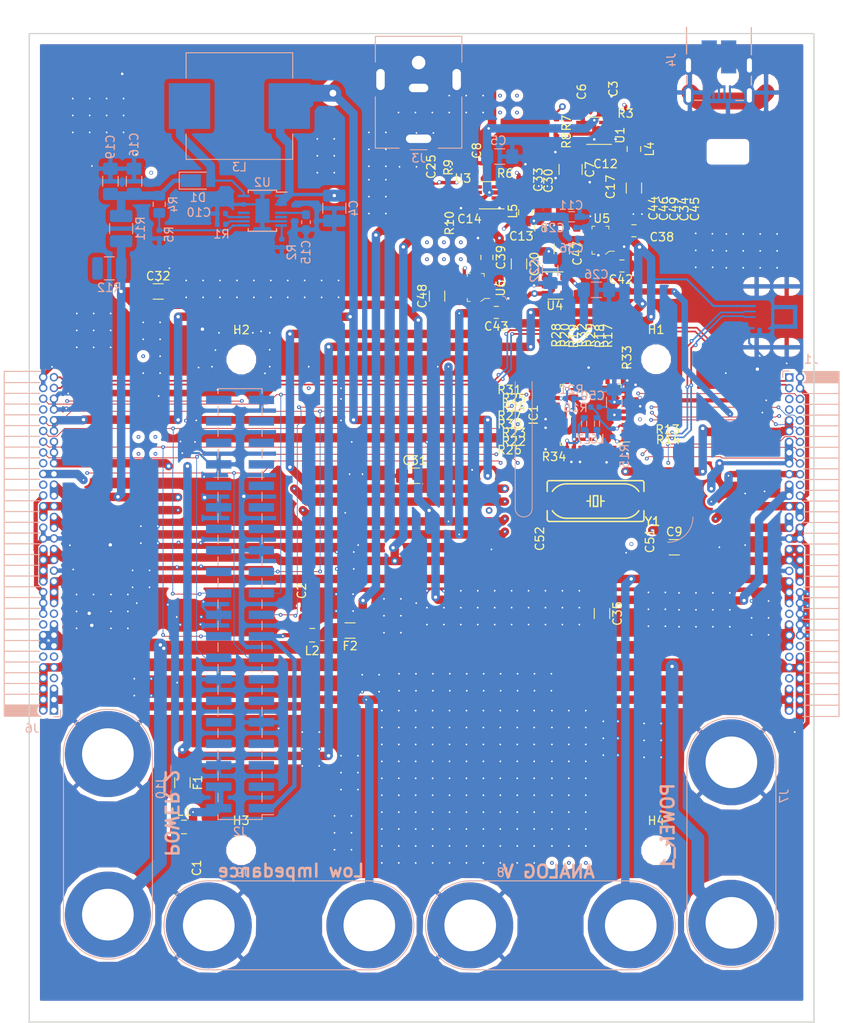
<source format=kicad_pcb>
(kicad_pcb (version 20171130) (host pcbnew "(5.0.2)-1")
  (layers (0 F.Cu signal) (1 In1.Cu signal) (2 In2.Cu signal) (31 B.Cu signal) (34 B.Paste user hide) (35 F.Paste user hide) (36 B.SilkS user) (37 F.SilkS user) (38 B.Mask user) (39 F.Mask user) (44 Edge.Cuts user))
  (net 0 "")
  (net 1 GND)
  (net 2 +5V)
  (net 3 /USB/D00-)
  (net 4 /USB/D00+)
  (net 5 "Net-(J4-Pad4)")
  (net 6 +3V3)
  (net 7 -3V3)
  (net 8 "Net-(C48-Pad1)")
  (net 9 "Net-(C48-Pad2)")
  (net 10 "Net-(C47-Pad2)")
  (net 11 "Net-(C47-Pad1)")
  (net 12 -5V)
  (net 13 "Net-(IC1-Pad25)")
  (net 14 "Net-(IC1-Pad17)")
  (net 15 "Net-(IC1-Pad9)")
  (net 16 /USB/D0+)
  (net 17 /USB/D0-)
  (net 18 "Net-(IC1-Pad3)")
  (net 19 "Net-(C50-Pad2)")
  (net 20 "Net-(IC1-Pad5)")
  (net 21 "Net-(IC1-Pad10)")
  (net 22 "Net-(IC1-Pad11)")
  (net 23 "Net-(IC1-Pad12)")
  (net 24 "Net-(IC1-Pad13)")
  (net 25 "Net-(IC1-Pad15)")
  (net 26 "Net-(IC1-Pad16)")
  (net 27 "Net-(IC1-Pad19)")
  (net 28 "Net-(IC1-Pad20)")
  (net 29 "Net-(IC1-Pad21)")
  (net 30 "Net-(IC1-Pad23)")
  (net 31 "Net-(IC1-Pad24)")
  (net 32 "Net-(IC1-Pad29)")
  (net 33 "Net-(C51-Pad1)")
  (net 34 "Net-(C14-Pad1)")
  (net 35 "Net-(F1-Pad2)")
  (net 36 "Net-(C1-Pad1)")
  (net 37 "Net-(C2-Pad1)")
  (net 38 "Net-(F2-Pad2)")
  (net 39 "Net-(C12-Pad1)")
  (net 40 HT)
  (net 41 "Net-(C16-Pad1)")
  (net 42 "Net-(R12-Pad1)")
  (net 43 "Net-(R4-Pad1)")
  (net 44 "Net-(R1-Pad2)")
  (net 45 "Net-(R2-Pad2)")
  (net 46 "Net-(R3-Pad1)")
  (net 47 "Net-(R6-Pad1)")
  (net 48 "Net-(R7-Pad2)")
  (net 49 "Net-(R10-Pad1)")
  (net 50 "Net-(C52-Pad2)")
  (net 51 "Net-(U4-Pad4)")
  (net 52 +1V8)
  (net 53 +12V)
  (net 54 "Net-(C15-Pad1)")
  (net 55 "Net-(D1-Pad2)")
  (net 56 "Net-(U2-Pad6)")
  (net 57 "Net-(C10-Pad1)")
  (net 58 VAA)
  (net 59 VD)
  (net 60 LO)
  (net 61 VDC)
  (net 62 S3)
  (net 63 S2)
  (net 64 S1)
  (net 65 S0)
  (net 66 SCLK0)
  (net 67 MOSI0)
  (net 68 MISO0)
  (net 69 "Net-(J2-Pad3)")
  (net 70 "Net-(J2-Pad5)")
  (net 71 "Net-(J2-Pad7)")
  (net 72 /Master/RX)
  (net 73 /Master/TX)
  (net 74 "Net-(J2-Pad11)")
  (net 75 "Net-(J2-Pad12)")
  (net 76 "Net-(J2-Pad13)")
  (net 77 "Net-(J2-Pad24)")
  (net 78 "Net-(J2-Pad26)")
  (net 79 "Net-(J2-Pad27)")
  (net 80 "Net-(J2-Pad28)")
  (net 81 "Net-(J2-Pad29)")
  (net 82 "Net-(J2-Pad31)")
  (net 83 "Net-(J2-Pad32)")
  (net 84 "Net-(J2-Pad33)")
  (net 85 "Net-(J2-Pad35)")
  (net 86 "Net-(J2-Pad36)")
  (net 87 "Net-(J2-Pad37)")
  (net 88 "Net-(J2-Pad38)")
  (net 89 "Net-(J2-Pad40)")
  (net 90 "Net-(C6-Pad2)")
  (net 91 "Net-(C8-Pad2)")
  (net 92 "Net-(C12-Pad2)")
  (net 93 "Net-(C14-Pad2)")
  (net 94 "Net-(J1-Pad52)")
  (net 95 D4-)
  (net 96 D1-)
  (net 97 D3-)
  (net 98 D4+)
  (net 99 D2+)
  (net 100 D1+)
  (net 101 D3+)
  (net 102 D2-)
  (net 103 "Net-(J6-Pad19)")
  (net 104 "Net-(J1-Pad5)")
  (net 105 "Net-(J1-Pad45)")
  (net 106 "Net-(J1-Pad57)")
  (net 107 "Net-(J1-Pad53)")
  (net 108 "Net-(J1-Pad22)")
  (net 109 "Net-(J6-Pad44)")
  (net 110 "Net-(J6-Pad18)")
  (net 111 "Net-(J6-Pad12)")
  (net 112 "Net-(J6-Pad11)")
  (net 113 "Net-(J6-Pad7)")
  (module Connector_PinSocket_1.27mm:PinSocket_2x32_P1.27mm_Horizontal (layer B.Cu) (at 251.0155 95.5675 180)
    (fp_text reference J1 (at -2.5925 2.135 180) (layer B.SilkS) (effects (justify mirror)))
    (fp_text value Conn_02x32_Counter_Clockwise_MountingPin)
    (pad 1 thru_hole rect (at 0 0 180) (size 1 1) (drill 0.65) (layers *.Cu *.Mask) (net 100 D1+))
    (pad 2 thru_hole oval (at -1.27 0 180) (size 1 1) (drill 0.65) (layers *.Cu *.Mask) (net 1 GND))
    (pad 3 thru_hole oval (at 0 -1.27 180) (size 1 1) (drill 0.65) (layers *.Cu *.Mask) (net 96 D1-))
    (pad 4 thru_hole oval (at -1.27 -1.27 180) (size 1 1) (drill 0.65) (layers *.Cu *.Mask) (net 1 GND))
    (pad 5 thru_hole oval (at 0 -2.54 180) (size 1 1) (drill 0.65) (layers *.Cu *.Mask) (net 104 "Net-(J1-Pad5)"))
    (pad 6 thru_hole oval (at -1.27 -2.54 180) (size 1 1) (drill 0.65) (layers *.Cu *.Mask) (net 68 MISO0))
    (pad 7 thru_hole oval (at 0 -3.81 180) (size 1 1) (drill 0.65) (layers *.Cu *.Mask) (net 1 GND))
    (pad 8 thru_hole oval (at -1.27 -3.81 180) (size 1 1) (drill 0.65) (layers *.Cu *.Mask) (net 67 MOSI0))
    (pad 9 thru_hole oval (at 0 -5.08 180) (size 1 1) (drill 0.65) (layers *.Cu *.Mask) (net 53 +12V))
    (pad 10 thru_hole oval (at -1.27 -5.08 180) (size 1 1) (drill 0.65) (layers *.Cu *.Mask) (net 66 SCLK0))
    (pad 11 thru_hole oval (at 0 -6.35 180) (size 1 1) (drill 0.65) (layers *.Cu *.Mask) (net 53 +12V))
    (pad 12 thru_hole oval (at -1.27 -6.35 180) (size 1 1) (drill 0.65) (layers *.Cu *.Mask) (net 65 S0))
    (pad 13 thru_hole oval (at 0 -7.62 180) (size 1 1) (drill 0.65) (layers *.Cu *.Mask) (net 2 +5V))
    (pad 14 thru_hole oval (at -1.27 -7.62 180) (size 1 1) (drill 0.65) (layers *.Cu *.Mask) (net 64 S1))
    (pad 15 thru_hole oval (at 0 -8.89 180) (size 1 1) (drill 0.65) (layers *.Cu *.Mask) (net 2 +5V))
    (pad 16 thru_hole oval (at -1.27 -8.89 180) (size 1 1) (drill 0.65) (layers *.Cu *.Mask) (net 63 S2))
    (pad 17 thru_hole oval (at 0 -10.16 180) (size 1 1) (drill 0.65) (layers *.Cu *.Mask) (net 2 +5V))
    (pad 18 thru_hole oval (at -1.27 -10.16 180) (size 1 1) (drill 0.65) (layers *.Cu *.Mask) (net 62 S3))
    (pad 19 thru_hole oval (at 0 -11.43 180) (size 1 1) (drill 0.65) (layers *.Cu *.Mask) (net 12 -5V))
    (pad 20 thru_hole oval (at -1.27 -11.43 180) (size 1 1) (drill 0.65) (layers *.Cu *.Mask) (net 12 -5V))
    (pad 21 thru_hole oval (at 0 -12.7 180) (size 1 1) (drill 0.65) (layers *.Cu *.Mask) (net 40 HT))
    (pad 22 thru_hole oval (at -1.27 -12.7 180) (size 1 1) (drill 0.65) (layers *.Cu *.Mask) (net 108 "Net-(J1-Pad22)"))
    (pad 23 thru_hole oval (at 0 -13.97 180) (size 1 1) (drill 0.65) (layers *.Cu *.Mask) (net 40 HT))
    (pad 24 thru_hole oval (at -1.27 -13.97 180) (size 1 1) (drill 0.65) (layers *.Cu *.Mask) (net 1 GND))
    (pad 25 thru_hole oval (at 0 -15.24 180) (size 1 1) (drill 0.65) (layers *.Cu *.Mask) (net 52 +1V8))
    (pad 26 thru_hole oval (at -1.27 -15.24 180) (size 1 1) (drill 0.65) (layers *.Cu *.Mask) (net 52 +1V8))
    (pad 27 thru_hole oval (at 0 -16.51 180) (size 1 1) (drill 0.65) (layers *.Cu *.Mask) (net 7 -3V3))
    (pad 28 thru_hole oval (at -1.27 -16.51 180) (size 1 1) (drill 0.65) (layers *.Cu *.Mask) (net 52 +1V8))
    (pad 29 thru_hole oval (at 0 -17.78 180) (size 1 1) (drill 0.65) (layers *.Cu *.Mask) (net 7 -3V3))
    (pad 30 thru_hole oval (at -1.27 -17.78 180) (size 1 1) (drill 0.65) (layers *.Cu *.Mask) (net 1 GND))
    (pad 31 thru_hole oval (at 0 -19.05 180) (size 1 1) (drill 0.65) (layers *.Cu *.Mask) (net 1 GND))
    (pad 32 thru_hole oval (at -1.27 -19.05 180) (size 1 1) (drill 0.65) (layers *.Cu *.Mask) (net 1 GND))
    (pad 33 thru_hole oval (at 0 -20.32 180) (size 1 1) (drill 0.65) (layers *.Cu *.Mask) (net 6 +3V3))
    (pad 34 thru_hole oval (at -1.27 -20.32 180) (size 1 1) (drill 0.65) (layers *.Cu *.Mask) (net 6 +3V3))
    (pad 35 thru_hole oval (at 0 -21.59 180) (size 1 1) (drill 0.65) (layers *.Cu *.Mask) (net 6 +3V3))
    (pad 36 thru_hole oval (at -1.27 -21.59 180) (size 1 1) (drill 0.65) (layers *.Cu *.Mask) (net 6 +3V3))
    (pad 37 thru_hole oval (at 0 -22.86 180) (size 1 1) (drill 0.65) (layers *.Cu *.Mask) (net 1 GND))
    (pad 38 thru_hole oval (at -1.27 -22.86 180) (size 1 1) (drill 0.65) (layers *.Cu *.Mask) (net 6 +3V3))
    (pad 39 thru_hole oval (at 0 -24.13 180) (size 1 1) (drill 0.65) (layers *.Cu *.Mask) (net 58 VAA))
    (pad 40 thru_hole oval (at -1.27 -24.13 180) (size 1 1) (drill 0.65) (layers *.Cu *.Mask) (net 6 +3V3))
    (pad 41 thru_hole oval (at 0 -25.4 180) (size 1 1) (drill 0.65) (layers *.Cu *.Mask) (net 58 VAA))
    (pad 42 thru_hole oval (at -1.27 -25.4 180) (size 1 1) (drill 0.65) (layers *.Cu *.Mask) (net 1 GND))
    (pad 43 thru_hole oval (at 0 -26.67 180) (size 1 1) (drill 0.65) (layers *.Cu *.Mask) (net 58 VAA))
    (pad 44 thru_hole oval (at -1.27 -26.67 180) (size 1 1) (drill 0.65) (layers *.Cu *.Mask) (net 1 GND))
    (pad 45 thru_hole oval (at 0 -27.94 180) (size 1 1) (drill 0.65) (layers *.Cu *.Mask) (net 105 "Net-(J1-Pad45)"))
    (pad 46 thru_hole oval (at -1.27 -27.94 180) (size 1 1) (drill 0.65) (layers *.Cu *.Mask) (net 1 GND))
    (pad 47 thru_hole oval (at 0 -29.21 180) (size 1 1) (drill 0.65) (layers *.Cu *.Mask) (net 59 VD))
    (pad 48 thru_hole oval (at -1.27 -29.21 180) (size 1 1) (drill 0.65) (layers *.Cu *.Mask) (net 1 GND))
    (pad 49 thru_hole oval (at 0 -30.48 180) (size 1 1) (drill 0.65) (layers *.Cu *.Mask) (net 59 VD))
    (pad 50 thru_hole oval (at -1.27 -30.48 180) (size 1 1) (drill 0.65) (layers *.Cu *.Mask) (net 1 GND))
    (pad 51 thru_hole oval (at 0 -31.75 180) (size 1 1) (drill 0.65) (layers *.Cu *.Mask) (net 59 VD))
    (pad 52 thru_hole oval (at -1.27 -31.75 180) (size 1 1) (drill 0.65) (layers *.Cu *.Mask) (net 94 "Net-(J1-Pad52)"))
    (pad 53 thru_hole oval (at 0 -33.02 180) (size 1 1) (drill 0.65) (layers *.Cu *.Mask) (net 107 "Net-(J1-Pad53)"))
    (pad 54 thru_hole oval (at -1.27 -33.02 180) (size 1 1) (drill 0.65) (layers *.Cu *.Mask) (net 61 VDC))
    (pad 55 thru_hole oval (at 0 -34.29 180) (size 1 1) (drill 0.65) (layers *.Cu *.Mask) (net 61 VDC))
    (pad 56 thru_hole oval (at -1.27 -34.29 180) (size 1 1) (drill 0.65) (layers *.Cu *.Mask) (net 61 VDC))
    (pad 57 thru_hole oval (at 0 -35.56 180) (size 1 1) (drill 0.65) (layers *.Cu *.Mask) (net 106 "Net-(J1-Pad57)"))
    (pad 58 thru_hole oval (at -1.27 -35.56 180) (size 1 1) (drill 0.65) (layers *.Cu *.Mask) (net 61 VDC))
    (pad 59 thru_hole oval (at 0 -36.83 180) (size 1 1) (drill 0.65) (layers *.Cu *.Mask) (net 60 LO))
    (pad 60 thru_hole oval (at -1.27 -36.83 180) (size 1 1) (drill 0.65) (layers *.Cu *.Mask) (net 61 VDC))
    (pad 61 thru_hole oval (at 0 -38.1 180) (size 1 1) (drill 0.65) (layers *.Cu *.Mask) (net 60 LO))
    (pad 62 thru_hole oval (at -1.27 -38.1 180) (size 1 1) (drill 0.65) (layers *.Cu *.Mask) (net 61 VDC))
    (pad 63 thru_hole oval (at 0 -39.37 180) (size 1 1) (drill 0.65) (layers *.Cu *.Mask) (net 60 LO))
    (pad 64 thru_hole oval (at -1.27 -39.37 180) (size 1 1) (drill 0.65) (layers *.Cu *.Mask) (net 61 VDC))
  )
  (module Connector_PinSocket_1.27mm:PinSocket_2x32_P1.27mm_Horizontal (layer B.Cu) (at 164.1475 134.9121)
    (fp_text reference J6 (at -2.5925 2.135) (layer B.SilkS) (effects (justify mirror)))
    (fp_text value Conn_02x32_Counter_Clockwise_MountingPin)
    (pad 64 thru_hole oval (at -1.27 -39.37) (size 1 1) (drill 0.65) (layers *.Cu *.Mask) (net 1 GND))
    (pad 63 thru_hole oval (at 0 -39.37) (size 1 1) (drill 0.65) (layers *.Cu *.Mask) (net 102 D2-))
    (pad 62 thru_hole oval (at -1.27 -38.1) (size 1 1) (drill 0.65) (layers *.Cu *.Mask) (net 1 GND))
    (pad 61 thru_hole oval (at 0 -38.1) (size 1 1) (drill 0.65) (layers *.Cu *.Mask) (net 99 D2+))
    (pad 60 thru_hole oval (at -1.27 -36.83) (size 1 1) (drill 0.65) (layers *.Cu *.Mask) (net 68 MISO0))
    (pad 59 thru_hole oval (at 0 -36.83) (size 1 1) (drill 0.65) (layers *.Cu *.Mask) (net 1 GND))
    (pad 58 thru_hole oval (at -1.27 -35.56) (size 1 1) (drill 0.65) (layers *.Cu *.Mask) (net 67 MOSI0))
    (pad 57 thru_hole oval (at 0 -35.56) (size 1 1) (drill 0.65) (layers *.Cu *.Mask) (net 1 GND))
    (pad 56 thru_hole oval (at -1.27 -34.29) (size 1 1) (drill 0.65) (layers *.Cu *.Mask) (net 66 SCLK0))
    (pad 55 thru_hole oval (at 0 -34.29) (size 1 1) (drill 0.65) (layers *.Cu *.Mask) (net 53 +12V))
    (pad 54 thru_hole oval (at -1.27 -33.02) (size 1 1) (drill 0.65) (layers *.Cu *.Mask) (net 65 S0))
    (pad 53 thru_hole oval (at 0 -33.02) (size 1 1) (drill 0.65) (layers *.Cu *.Mask) (net 53 +12V))
    (pad 52 thru_hole oval (at -1.27 -31.75) (size 1 1) (drill 0.65) (layers *.Cu *.Mask) (net 64 S1))
    (pad 51 thru_hole oval (at 0 -31.75) (size 1 1) (drill 0.65) (layers *.Cu *.Mask) (net 2 +5V))
    (pad 50 thru_hole oval (at -1.27 -30.48) (size 1 1) (drill 0.65) (layers *.Cu *.Mask) (net 63 S2))
    (pad 49 thru_hole oval (at 0 -30.48) (size 1 1) (drill 0.65) (layers *.Cu *.Mask) (net 2 +5V))
    (pad 48 thru_hole oval (at -1.27 -29.21) (size 1 1) (drill 0.65) (layers *.Cu *.Mask) (net 62 S3))
    (pad 47 thru_hole oval (at 0 -29.21) (size 1 1) (drill 0.65) (layers *.Cu *.Mask) (net 2 +5V))
    (pad 46 thru_hole oval (at -1.27 -27.94) (size 1 1) (drill 0.65) (layers *.Cu *.Mask) (net 12 -5V))
    (pad 45 thru_hole oval (at 0 -27.94) (size 1 1) (drill 0.65) (layers *.Cu *.Mask) (net 12 -5V))
    (pad 44 thru_hole oval (at -1.27 -26.67) (size 1 1) (drill 0.65) (layers *.Cu *.Mask) (net 109 "Net-(J6-Pad44)"))
    (pad 43 thru_hole oval (at 0 -26.67) (size 1 1) (drill 0.65) (layers *.Cu *.Mask) (net 40 HT))
    (pad 42 thru_hole oval (at -1.27 -25.4) (size 1 1) (drill 0.65) (layers *.Cu *.Mask) (net 1 GND))
    (pad 41 thru_hole oval (at 0 -25.4) (size 1 1) (drill 0.65) (layers *.Cu *.Mask) (net 40 HT))
    (pad 40 thru_hole oval (at -1.27 -24.13) (size 1 1) (drill 0.65) (layers *.Cu *.Mask) (net 52 +1V8))
    (pad 39 thru_hole oval (at 0 -24.13) (size 1 1) (drill 0.65) (layers *.Cu *.Mask) (net 52 +1V8))
    (pad 38 thru_hole oval (at -1.27 -22.86) (size 1 1) (drill 0.65) (layers *.Cu *.Mask) (net 52 +1V8))
    (pad 37 thru_hole oval (at 0 -22.86) (size 1 1) (drill 0.65) (layers *.Cu *.Mask) (net 7 -3V3))
    (pad 36 thru_hole oval (at -1.27 -21.59) (size 1 1) (drill 0.65) (layers *.Cu *.Mask) (net 1 GND))
    (pad 35 thru_hole oval (at 0 -21.59) (size 1 1) (drill 0.65) (layers *.Cu *.Mask) (net 7 -3V3))
    (pad 34 thru_hole oval (at -1.27 -20.32) (size 1 1) (drill 0.65) (layers *.Cu *.Mask) (net 1 GND))
    (pad 33 thru_hole oval (at 0 -20.32) (size 1 1) (drill 0.65) (layers *.Cu *.Mask) (net 1 GND))
    (pad 32 thru_hole oval (at -1.27 -19.05) (size 1 1) (drill 0.65) (layers *.Cu *.Mask) (net 6 +3V3))
    (pad 31 thru_hole oval (at 0 -19.05) (size 1 1) (drill 0.65) (layers *.Cu *.Mask) (net 6 +3V3))
    (pad 30 thru_hole oval (at -1.27 -17.78) (size 1 1) (drill 0.65) (layers *.Cu *.Mask) (net 6 +3V3))
    (pad 29 thru_hole oval (at 0 -17.78) (size 1 1) (drill 0.65) (layers *.Cu *.Mask) (net 6 +3V3))
    (pad 28 thru_hole oval (at -1.27 -16.51) (size 1 1) (drill 0.65) (layers *.Cu *.Mask) (net 6 +3V3))
    (pad 27 thru_hole oval (at 0 -16.51) (size 1 1) (drill 0.65) (layers *.Cu *.Mask) (net 1 GND))
    (pad 26 thru_hole oval (at -1.27 -15.24) (size 1 1) (drill 0.65) (layers *.Cu *.Mask) (net 6 +3V3))
    (pad 25 thru_hole oval (at 0 -15.24) (size 1 1) (drill 0.65) (layers *.Cu *.Mask) (net 58 VAA))
    (pad 24 thru_hole oval (at -1.27 -13.97) (size 1 1) (drill 0.65) (layers *.Cu *.Mask) (net 1 GND))
    (pad 23 thru_hole oval (at 0 -13.97) (size 1 1) (drill 0.65) (layers *.Cu *.Mask) (net 58 VAA))
    (pad 22 thru_hole oval (at -1.27 -12.7) (size 1 1) (drill 0.65) (layers *.Cu *.Mask) (net 1 GND))
    (pad 21 thru_hole oval (at 0 -12.7) (size 1 1) (drill 0.65) (layers *.Cu *.Mask) (net 58 VAA))
    (pad 20 thru_hole oval (at -1.27 -11.43) (size 1 1) (drill 0.65) (layers *.Cu *.Mask) (net 1 GND))
    (pad 19 thru_hole oval (at 0 -11.43) (size 1 1) (drill 0.65) (layers *.Cu *.Mask) (net 103 "Net-(J6-Pad19)"))
    (pad 18 thru_hole oval (at -1.27 -10.16) (size 1 1) (drill 0.65) (layers *.Cu *.Mask) (net 110 "Net-(J6-Pad18)"))
    (pad 17 thru_hole oval (at 0 -10.16) (size 1 1) (drill 0.65) (layers *.Cu *.Mask) (net 59 VD))
    (pad 16 thru_hole oval (at -1.27 -8.89) (size 1 1) (drill 0.65) (layers *.Cu *.Mask) (net 59 VD))
    (pad 15 thru_hole oval (at 0 -8.89) (size 1 1) (drill 0.65) (layers *.Cu *.Mask) (net 59 VD))
    (pad 14 thru_hole oval (at -1.27 -7.62) (size 1 1) (drill 0.65) (layers *.Cu *.Mask) (net 59 VD))
    (pad 13 thru_hole oval (at 0 -7.62) (size 1 1) (drill 0.65) (layers *.Cu *.Mask) (net 59 VD))
    (pad 12 thru_hole oval (at -1.27 -6.35) (size 1 1) (drill 0.65) (layers *.Cu *.Mask) (net 111 "Net-(J6-Pad12)"))
    (pad 11 thru_hole oval (at 0 -6.35) (size 1 1) (drill 0.65) (layers *.Cu *.Mask) (net 112 "Net-(J6-Pad11)"))
    (pad 10 thru_hole oval (at -1.27 -5.08) (size 1 1) (drill 0.65) (layers *.Cu *.Mask) (net 61 VDC))
    (pad 9 thru_hole oval (at 0 -5.08) (size 1 1) (drill 0.65) (layers *.Cu *.Mask) (net 61 VDC))
    (pad 8 thru_hole oval (at -1.27 -3.81) (size 1 1) (drill 0.65) (layers *.Cu *.Mask) (net 61 VDC))
    (pad 7 thru_hole oval (at 0 -3.81) (size 1 1) (drill 0.65) (layers *.Cu *.Mask) (net 113 "Net-(J6-Pad7)"))
    (pad 6 thru_hole oval (at -1.27 -2.54) (size 1 1) (drill 0.65) (layers *.Cu *.Mask) (net 61 VDC))
    (pad 5 thru_hole oval (at 0 -2.54) (size 1 1) (drill 0.65) (layers *.Cu *.Mask) (net 60 LO))
    (pad 4 thru_hole oval (at -1.27 -1.27) (size 1 1) (drill 0.65) (layers *.Cu *.Mask) (net 61 VDC))
    (pad 3 thru_hole oval (at 0 -1.27) (size 1 1) (drill 0.65) (layers *.Cu *.Mask) (net 60 LO))
    (pad 2 thru_hole oval (at -1.27 0) (size 1 1) (drill 0.65) (layers *.Cu *.Mask) (net 61 VDC))
    (pad 1 thru_hole rect (at 0 0) (size 1 1) (drill 0.65) (layers *.Cu *.Mask) (net 60 LO))
  )
  (module Connector_BarrelJack:BarrelJack_CUI_PJ-063AH_Horizontal (layer B.Cu) (at 207.2259 67.3608)
    (fp_text reference J3 (at 0 2.3) (layer B.SilkS) (effects (justify mirror)))
    (fp_text value Barrel_Jack_MountingPin)
    (pad 1 thru_hole rect (at 0 0) (size 4 2) (drill oval 3 1) (layers *.Cu *.Mask) (net 53 +12V))
    (pad 2 thru_hole oval (at 0 -6) (size 3.3 2) (drill oval 2.3 1) (layers *.Cu *.Mask) (net 1 GND))
    (pad MP thru_hole oval (at -4.5 -7) (size 2 3.5) (drill oval 1 2.5) (layers *.Cu *.Mask) (net 1 GND))
    (pad MP thru_hole oval (at 4.5 -7) (size 2 3.5) (drill oval 1 2.5) (layers *.Cu *.Mask) (net 1 GND))
    (pad "" np_thru_hole circle (at 0 -9) (size 1.6 1.6) (drill 1.6) (layers *.Cu *.Mask))
  )
  (module MountingHole:MountingHole_2.5mm (layer F.Cu) (at 235.2836 151.4475)
    (fp_text reference H4 (at 0 -3.5) (layer F.SilkS))
    (fp_text value MountingHole)
    (pad 1 np_thru_hole circle (at 0 0) (size 2.5 2.5) (drill 2.5) (layers *.Cu *.Mask))
  )
  (module MountingHole:MountingHole_2.5mm (layer F.Cu) (at 186.2582 151.4407)
    (fp_text reference H3 (at 0 -3.5) (layer F.SilkS))
    (fp_text value MountingHole)
    (pad 1 np_thru_hole circle (at 0 0) (size 2.5 2.5) (drill 2.5) (layers *.Cu *.Mask))
  )
  (module MountingHole:MountingHole_2.5mm (layer F.Cu) (at 186.2836 93.4475)
    (fp_text reference H2 (at 0 -3.5) (layer F.SilkS))
    (fp_text value MountingHole)
    (pad 1 np_thru_hole circle (at 0 0) (size 2.5 2.5) (drill 2.5) (layers *.Cu *.Mask))
  )
  (module MountingHole:MountingHole_2.5mm (layer F.Cu) (at 235.2802 93.4221)
    (fp_text reference H1 (at 0 -3.5) (layer F.SilkS))
    (fp_text value MountingHole)
    (pad 1 np_thru_hole circle (at 0 0) (size 2.5 2.5) (drill 2.5) (layers *.Cu *.Mask))
  )
  (module Connector_PinSocket_2.54mm:PinSocket_2x20_P2.54mm_Vertical_SMD (layer B.Cu) (at 186.1312 122.3518)
    (fp_text reference J2 (at 0 26.9) (layer B.SilkS) (effects (justify mirror)))
    (fp_text value Raspberry_Pi_2_3)
    (pad 1 smd rect (at 2.52 24.13) (size 3 1) (layers B.Cu B.Paste B.Mask) (net 37 "Net-(C2-Pad1)"))
    (pad 2 smd rect (at -2.52 24.13) (size 3 1) (layers B.Cu B.Paste B.Mask) (net 36 "Net-(C1-Pad1)"))
    (pad 3 smd rect (at 2.52 21.59) (size 3 1) (layers B.Cu B.Paste B.Mask) (net 69 "Net-(J2-Pad3)"))
    (pad 4 smd rect (at -2.52 21.59) (size 3 1) (layers B.Cu B.Paste B.Mask) (net 36 "Net-(C1-Pad1)"))
    (pad 5 smd rect (at 2.52 19.05) (size 3 1) (layers B.Cu B.Paste B.Mask) (net 70 "Net-(J2-Pad5)"))
    (pad 6 smd rect (at -2.52 19.05) (size 3 1) (layers B.Cu B.Paste B.Mask) (net 1 GND))
    (pad 7 smd rect (at 2.52 16.51) (size 3 1) (layers B.Cu B.Paste B.Mask) (net 71 "Net-(J2-Pad7)"))
    (pad 8 smd rect (at -2.52 16.51) (size 3 1) (layers B.Cu B.Paste B.Mask) (net 72 /Master/RX))
    (pad 9 smd rect (at 2.52 13.97) (size 3 1) (layers B.Cu B.Paste B.Mask) (net 1 GND))
    (pad 10 smd rect (at -2.52 13.97) (size 3 1) (layers B.Cu B.Paste B.Mask) (net 73 /Master/TX))
    (pad 11 smd rect (at 2.52 11.43) (size 3 1) (layers B.Cu B.Paste B.Mask) (net 74 "Net-(J2-Pad11)"))
    (pad 12 smd rect (at -2.52 11.43) (size 3 1) (layers B.Cu B.Paste B.Mask) (net 75 "Net-(J2-Pad12)"))
    (pad 13 smd rect (at 2.52 8.89) (size 3 1) (layers B.Cu B.Paste B.Mask) (net 76 "Net-(J2-Pad13)"))
    (pad 14 smd rect (at -2.52 8.89) (size 3 1) (layers B.Cu B.Paste B.Mask) (net 1 GND))
    (pad 15 smd rect (at 2.52 6.35) (size 3 1) (layers B.Cu B.Paste B.Mask) (net 62 S3))
    (pad 16 smd rect (at -2.52 6.35) (size 3 1) (layers B.Cu B.Paste B.Mask) (net 63 S2))
    (pad 17 smd rect (at 2.52 3.81) (size 3 1) (layers B.Cu B.Paste B.Mask) (net 37 "Net-(C2-Pad1)"))
    (pad 18 smd rect (at -2.52 3.81) (size 3 1) (layers B.Cu B.Paste B.Mask) (net 64 S1))
    (pad 19 smd rect (at 2.52 1.27) (size 3 1) (layers B.Cu B.Paste B.Mask) (net 67 MOSI0))
    (pad 20 smd rect (at -2.52 1.27) (size 3 1) (layers B.Cu B.Paste B.Mask) (net 1 GND))
    (pad 21 smd rect (at 2.52 -1.27) (size 3 1) (layers B.Cu B.Paste B.Mask) (net 68 MISO0))
    (pad 22 smd rect (at -2.52 -1.27) (size 3 1) (layers B.Cu B.Paste B.Mask) (net 65 S0))
    (pad 23 smd rect (at 2.52 -3.81) (size 3 1) (layers B.Cu B.Paste B.Mask) (net 66 SCLK0))
    (pad 24 smd rect (at -2.52 -3.81) (size 3 1) (layers B.Cu B.Paste B.Mask) (net 77 "Net-(J2-Pad24)"))
    (pad 25 smd rect (at 2.52 -6.35) (size 3 1) (layers B.Cu B.Paste B.Mask) (net 1 GND))
    (pad 26 smd rect (at -2.52 -6.35) (size 3 1) (layers B.Cu B.Paste B.Mask) (net 78 "Net-(J2-Pad26)"))
    (pad 27 smd rect (at 2.52 -8.89) (size 3 1) (layers B.Cu B.Paste B.Mask) (net 79 "Net-(J2-Pad27)"))
    (pad 28 smd rect (at -2.52 -8.89) (size 3 1) (layers B.Cu B.Paste B.Mask) (net 80 "Net-(J2-Pad28)"))
    (pad 29 smd rect (at 2.52 -11.43) (size 3 1) (layers B.Cu B.Paste B.Mask) (net 81 "Net-(J2-Pad29)"))
    (pad 30 smd rect (at -2.52 -11.43) (size 3 1) (layers B.Cu B.Paste B.Mask) (net 1 GND))
    (pad 31 smd rect (at 2.52 -13.97) (size 3 1) (layers B.Cu B.Paste B.Mask) (net 82 "Net-(J2-Pad31)"))
    (pad 32 smd rect (at -2.52 -13.97) (size 3 1) (layers B.Cu B.Paste B.Mask) (net 83 "Net-(J2-Pad32)"))
    (pad 33 smd rect (at 2.52 -16.51) (size 3 1) (layers B.Cu B.Paste B.Mask) (net 84 "Net-(J2-Pad33)"))
    (pad 34 smd rect (at -2.52 -16.51) (size 3 1) (layers B.Cu B.Paste B.Mask) (net 1 GND))
    (pad 35 smd rect (at 2.52 -19.05) (size 3 1) (layers B.Cu B.Paste B.Mask) (net 85 "Net-(J2-Pad35)"))
    (pad 36 smd rect (at -2.52 -19.05) (size 3 1) (layers B.Cu B.Paste B.Mask) (net 86 "Net-(J2-Pad36)"))
    (pad 37 smd rect (at 2.52 -21.59) (size 3 1) (layers B.Cu B.Paste B.Mask) (net 87 "Net-(J2-Pad37)"))
    (pad 38 smd rect (at -2.52 -21.59) (size 3 1) (layers B.Cu B.Paste B.Mask) (net 88 "Net-(J2-Pad38)"))
    (pad 39 smd rect (at 2.52 -24.13) (size 3 1) (layers B.Cu B.Paste B.Mask) (net 1 GND))
    (pad 40 smd rect (at -2.52 -24.13) (size 3 1) (layers B.Cu B.Paste B.Mask) (net 89 "Net-(J2-Pad40)"))
  )
  (module digikey-footprints:USB_Micro_B_Male_UJ2-MIBH-4-SMT-TR (layer B.Cu) (at 242.7097 54.0385 270)
    (fp_text reference J4 (at 4.01 5.64 270) (layer B.SilkS) (effects (justify mirror)))
    (fp_text value UJ2-MIBH-4-SMT-TR)
    (pad SH smd rect (at 3.65 1.15 270) (size 3.9 1.8) (layers B.Cu B.Paste B.Mask) (net 1 GND))
    (pad SH smd rect (at 3.65 -1.15 270) (size 3.9 1.8) (layers B.Cu B.Paste B.Mask) (net 1 GND))
    (pad SH thru_hole oval (at 4.65 3.6 270) (size 2.3 1.2) (drill oval 1.7 0.6) (layers *.Cu *.Mask) (net 1 GND))
    (pad SH thru_hole oval (at 8.2 3.6 270) (size 2.3 1.2) (drill oval 1.7 0.6) (layers *.Cu *.Mask) (net 1 GND))
    (pad SH thru_hole oval (at 4.65 -3.6 270) (size 2.3 1.2) (drill oval 1.7 0.6) (layers *.Cu *.Mask) (net 1 GND))
    (pad SH thru_hole oval (at 8.2 -3.6 270) (size 2.3 1.2) (drill oval 1.7 0.6) (layers *.Cu *.Mask) (net 1 GND))
    (pad 1 smd rect (at 7.85 1.3 270) (size 1.7 0.25) (layers B.Cu B.Paste B.Mask) (net 2 +5V))
    (pad 2 smd rect (at 7.85 0.65 270) (size 1.7 0.25) (layers B.Cu B.Paste B.Mask) (net 3 /USB/D00-))
    (pad 3 smd rect (at 7.85 0 270) (size 1.7 0.25) (layers B.Cu B.Paste B.Mask) (net 4 /USB/D00+))
    (pad 4 smd rect (at 7.85 -0.65 270) (size 1.7 0.25) (layers B.Cu B.Paste B.Mask) (net 5 "Net-(J4-Pad4)"))
    (pad 5 smd rect (at 7.85 -1.3 270) (size 1.7 0.25) (layers B.Cu B.Paste B.Mask) (net 1 GND))
  )
  (module digikey-footprints:LQFP-32_7x7mm (layer F.Cu) (at 227.5519 99.9953 90)
    (fp_text reference IC1 (at 0 -6.75 90) (layer F.SilkS))
    (fp_text value TUSB2046B)
    (pad 25 smd rect (at -4.25 -2.8 90) (size 1.2 0.5) (layers F.Cu F.Paste F.Mask) (net 13 "Net-(IC1-Pad25)"))
    (pad 17 smd rect (at 2.8 -4.25 90) (size 0.5 1.2) (layers F.Cu F.Paste F.Mask) (net 14 "Net-(IC1-Pad17)"))
    (pad 9 smd rect (at 4.25 2.8 90) (size 1.2 0.5) (layers F.Cu F.Paste F.Mask) (net 15 "Net-(IC1-Pad9)"))
    (pad 1 smd rect (at -2.8 4.25 90) (size 0.5 1.2) (layers F.Cu F.Paste F.Mask) (net 16 /USB/D0+))
    (pad 2 smd rect (at -2 4.25 90) (size 0.5 1.2) (layers F.Cu F.Paste F.Mask) (net 17 /USB/D0-))
    (pad 3 smd rect (at -1.2 4.25 90) (size 0.5 1.2) (layers F.Cu F.Paste F.Mask) (net 18 "Net-(IC1-Pad3)"))
    (pad 4 smd rect (at -0.4 4.25 90) (size 0.5 1.2) (layers F.Cu F.Paste F.Mask) (net 19 "Net-(C50-Pad2)"))
    (pad 5 smd rect (at 0.4 4.25 90) (size 0.5 1.2) (layers F.Cu F.Paste F.Mask) (net 20 "Net-(IC1-Pad5)"))
    (pad 6 smd rect (at 1.2 4.25 90) (size 0.5 1.2) (layers F.Cu F.Paste F.Mask) (net 1 GND))
    (pad 7 smd rect (at 2 4.25 90) (size 0.5 1.2) (layers F.Cu F.Paste F.Mask) (net 1 GND))
    (pad 8 smd rect (at 2.8 4.25 90) (size 0.5 1.2) (layers F.Cu F.Paste F.Mask) (net 1 GND))
    (pad 10 smd rect (at 4.25 2 90) (size 1.2 0.5) (layers F.Cu F.Paste F.Mask) (net 21 "Net-(IC1-Pad10)"))
    (pad 11 smd rect (at 4.25 1.2 90) (size 1.2 0.5) (layers F.Cu F.Paste F.Mask) (net 22 "Net-(IC1-Pad11)"))
    (pad 12 smd rect (at 4.25 0.4 90) (size 1.2 0.5) (layers F.Cu F.Paste F.Mask) (net 23 "Net-(IC1-Pad12)"))
    (pad 13 smd rect (at 4.25 -0.4 90) (size 1.2 0.5) (layers F.Cu F.Paste F.Mask) (net 24 "Net-(IC1-Pad13)"))
    (pad 14 smd rect (at 4.25 -1.2 90) (size 1.2 0.5) (layers F.Cu F.Paste F.Mask) (net 21 "Net-(IC1-Pad10)"))
    (pad 15 smd rect (at 4.25 -2 90) (size 1.2 0.5) (layers F.Cu F.Paste F.Mask) (net 25 "Net-(IC1-Pad15)"))
    (pad 16 smd rect (at 4.25 -2.8 90) (size 1.2 0.5) (layers F.Cu F.Paste F.Mask) (net 26 "Net-(IC1-Pad16)"))
    (pad 18 smd rect (at 2 -4.25 90) (size 0.5 1.2) (layers F.Cu F.Paste F.Mask) (net 21 "Net-(IC1-Pad10)"))
    (pad 19 smd rect (at 1.2 -4.25 90) (size 0.5 1.2) (layers F.Cu F.Paste F.Mask) (net 27 "Net-(IC1-Pad19)"))
    (pad 20 smd rect (at 0.4 -4.25 90) (size 0.5 1.2) (layers F.Cu F.Paste F.Mask) (net 28 "Net-(IC1-Pad20)"))
    (pad 21 smd rect (at -0.4 -4.25 90) (size 0.5 1.2) (layers F.Cu F.Paste F.Mask) (net 29 "Net-(IC1-Pad21)"))
    (pad 22 smd rect (at -1.2 -4.25 90) (size 0.5 1.2) (layers F.Cu F.Paste F.Mask) (net 21 "Net-(IC1-Pad10)"))
    (pad 23 smd rect (at -2 -4.25 90) (size 0.5 1.2) (layers F.Cu F.Paste F.Mask) (net 30 "Net-(IC1-Pad23)"))
    (pad 24 smd rect (at -2.8 -4.25 90) (size 0.5 1.2) (layers F.Cu F.Paste F.Mask) (net 31 "Net-(IC1-Pad24)"))
    (pad 26 smd rect (at -4.25 -2 90) (size 1.2 0.5) (layers F.Cu F.Paste F.Mask) (net 6 +3V3))
    (pad 27 smd rect (at -4.25 -1.2 90) (size 1.2 0.5) (layers F.Cu F.Paste F.Mask) (net 1 GND))
    (pad 28 smd rect (at -4.25 -0.4 90) (size 1.2 0.5) (layers F.Cu F.Paste F.Mask) (net 1 GND))
    (pad 29 smd rect (at -4.25 0.4 90) (size 1.2 0.5) (layers F.Cu F.Paste F.Mask) (net 32 "Net-(IC1-Pad29)"))
    (pad 30 smd rect (at -4.25 1.2 90) (size 1.2 0.5) (layers F.Cu F.Paste F.Mask) (net 33 "Net-(C51-Pad1)"))
    (pad 31 smd rect (at -4.25 2 90) (size 1.2 0.5) (layers F.Cu F.Paste F.Mask) (net 1 GND))
    (pad 32 smd rect (at -4.25 2.8 90) (size 1.2 0.5) (layers F.Cu F.Paste F.Mask) (net 1 GND))
  )
  (module .pretty:C_0402_1005Metric (layer B.Cu) (at 183.9325 76.2 180)
    (fp_text reference C10 (at 2.663896 0.12841 180) (layer B.SilkS) (effects (justify mirror)))
    (fp_text value 1uF)
    (pad 2 smd roundrect (at 0.485 0 180) (size 0.59 0.64) (layers B.Cu B.Paste B.Mask) (net 1 GND))
    (pad 1 smd roundrect (at -0.485 0 180) (size 0.59 0.64) (layers B.Cu B.Paste B.Mask) (net 57 "Net-(C10-Pad1)"))
  )
  (module Resistor_SMD:R_0402_1005Metric (layer B.Cu) (at 183.9325 77.47)
    (fp_text reference R1 (at 0 1.17) (layer B.SilkS) (effects (justify mirror)))
    (fp_text value 25.5K)
    (pad 2 smd roundrect (at 0.485 0) (size 0.59 0.64) (layers B.Cu B.Paste B.Mask) (net 44 "Net-(R1-Pad2)"))
    (pad 1 smd roundrect (at -0.485 0) (size 0.59 0.64) (layers B.Cu B.Paste B.Mask) (net 1 GND))
  )
  (module Capacitor_SMD:C_1206_3216Metric_Pad1.42x1.75mm_HandSolder (layer F.Cu) (at 228.8921 123.4694 270)
    (fp_text reference C35 (at 0 -1.82 270) (layer F.SilkS))
    (fp_text value .1uF)
    (pad 2 smd roundrect (at 1.4875 0 270) (size 1.425 1.75) (layers F.Cu F.Paste F.Mask) (roundrect_rratio 0.175439) (net 1 GND))
    (pad 1 smd roundrect (at -1.4875 0 270) (size 1.425 1.75) (layers F.Cu F.Paste F.Mask) (roundrect_rratio 0.175439) (net 40 HT))
  )
  (module Resistor_SMD:R_0402_1005Metric (layer F.Cu) (at 234.163633 102.9335 180)
    (fp_text reference R14 (at -2.54 0 180) (layer F.SilkS))
    (fp_text value 22R)
    (pad 1 smd roundrect (at -0.485 0 180) (size 0.59 0.64) (layers F.Cu F.Paste F.Mask) (net 4 /USB/D00+))
    (pad 2 smd roundrect (at 0.485 0 180) (size 0.59 0.64) (layers F.Cu F.Paste F.Mask) (net 16 /USB/D0+))
  )
  (module .pretty:C_0402_1005Metric (layer F.Cu) (at 229.108 69.088 180)
    (fp_text reference C12 (at -0.2032 -1.2446 180) (layer F.SilkS))
    (fp_text value 100nF)
    (pad 2 smd roundrect (at 0.485 0 180) (size 0.59 0.64) (layers F.Cu F.Paste F.Mask) (net 92 "Net-(C12-Pad2)"))
    (pad 1 smd roundrect (at -0.485 0 180) (size 0.59 0.64) (layers F.Cu F.Paste F.Mask) (net 39 "Net-(C12-Pad1)"))
  )
  (module .pretty:SOT-23-8_Handsoldering (layer F.Cu) (at 227.979065 66.418225 180)
    (fp_text reference U1 (at -3.046635 -0.523475 270) (layer F.SilkS))
    (fp_text value TPS563210)
    (pad 1 smd rect (at -1.35 -0.98 180) (size 1.56 0.4) (layers F.Cu F.Paste F.Mask) (net 1 GND))
    (pad 2 smd rect (at -1.35 -0.33 180) (size 1.56 0.4) (layers F.Cu F.Paste F.Mask) (net 39 "Net-(C12-Pad1)"))
    (pad 3 smd rect (at -1.35 0.33 180) (size 1.56 0.4) (layers F.Cu F.Paste F.Mask) (net 53 +12V))
    (pad 4 smd rect (at -1.35 0.98 180) (size 1.56 0.4) (layers F.Cu F.Paste F.Mask) (net 46 "Net-(R3-Pad1)"))
    (pad 5 smd rect (at 1.35 0.98 180) (size 1.56 0.4) (layers F.Cu F.Paste F.Mask) (net 90 "Net-(C6-Pad2)"))
    (pad 6 smd rect (at 1.35 0.33 180) (size 1.56 0.4) (layers F.Cu F.Paste F.Mask) (net 48 "Net-(R7-Pad2)"))
    (pad 7 smd rect (at 1.35 -0.33 180) (size 1.56 0.4) (layers F.Cu F.Paste F.Mask) (net 53 +12V))
    (pad 8 smd rect (at 1.35 -0.98 180) (size 1.56 0.4) (layers F.Cu F.Paste F.Mask) (net 92 "Net-(C12-Pad2)"))
  )
  (module Capacitor_SMD:C_1206_3216Metric_Pad1.42x1.75mm_HandSolder (layer F.Cu) (at 176.4665 85.4075)
    (fp_text reference C32 (at 0 -1.82) (layer F.SilkS))
    (fp_text value .1uF)
    (pad 1 smd roundrect (at -1.4875 0) (size 1.425 1.75) (layers F.Cu F.Paste F.Mask) (roundrect_rratio 0.175439) (net 40 HT))
    (pad 2 smd roundrect (at 1.4875 0) (size 1.425 1.75) (layers F.Cu F.Paste F.Mask) (roundrect_rratio 0.175439) (net 1 GND))
  )
  (module .pretty:C_0402_1005Metric (layer F.Cu) (at 180.8861 150.8633 270)
    (fp_text reference C1 (at 2.663896 -0.12841 270) (layer F.SilkS))
    (fp_text value 100nF)
    (pad 2 smd roundrect (at 0.485 0 270) (size 0.59 0.64) (layers F.Cu F.Paste F.Mask) (net 1 GND))
    (pad 1 smd roundrect (at -0.485 0 270) (size 0.59 0.64) (layers F.Cu F.Paste F.Mask) (net 36 "Net-(C1-Pad1)"))
  )
  (module .pretty:C_0402_1005Metric (layer F.Cu) (at 193.548 123.444 90)
    (fp_text reference C2 (at 2.663896 -0.12841 90) (layer F.SilkS))
    (fp_text value 100nF)
    (pad 1 smd roundrect (at -0.485 0 90) (size 0.59 0.64) (layers F.Cu F.Paste F.Mask) (net 37 "Net-(C2-Pad1)"))
    (pad 2 smd roundrect (at 0.485 0 90) (size 0.59 0.64) (layers F.Cu F.Paste F.Mask) (net 1 GND))
  )
  (module .pretty:C_0402_1005Metric (layer F.Cu) (at 215.9 76.708 180)
    (fp_text reference C14 (at 2.663896 -0.12841 180) (layer F.SilkS))
    (fp_text value 100nF)
    (pad 2 smd roundrect (at 0.485 0 180) (size 0.59 0.64) (layers F.Cu F.Paste F.Mask) (net 93 "Net-(C14-Pad2)"))
    (pad 1 smd roundrect (at -0.485 0 180) (size 0.59 0.64) (layers F.Cu F.Paste F.Mask) (net 34 "Net-(C14-Pad1)"))
  )
  (module .pretty:C_0603_HandSoldering (layer B.Cu) (at 225.312065 76.578225)
    (fp_text reference C11 (at -0.077565 -1.343425) (layer B.SilkS) (effects (justify mirror)))
    (fp_text value .1uF)
    (pad 1 smd rect (at -0.95 0) (size 1.2 0.75) (layers B.Cu B.Paste B.Mask) (net 6 +3V3))
    (pad 2 smd rect (at 0.95 0) (size 1.2 0.75) (layers B.Cu B.Paste B.Mask) (net 1 GND))
  )
  (module .pretty:C_0603_HandSoldering (layer F.Cu) (at 221.5515 77.9145 270)
    (fp_text reference C13 (at 0.9652 2.1844) (layer F.SilkS))
    (fp_text value .1uF)
    (pad 2 smd rect (at 0.95 0 270) (size 1.2 0.75) (layers F.Cu F.Paste F.Mask) (net 1 GND))
    (pad 1 smd rect (at -0.95 0 270) (size 1.2 0.75) (layers F.Cu F.Paste F.Mask) (net 6 +3V3))
  )
  (module .pretty:SOT-23-8_Handsoldering (layer F.Cu) (at 215.279065 74.038225 180)
    (fp_text reference U3 (at 2.820765 1.991125 180) (layer F.SilkS))
    (fp_text value TPS563210)
    (pad 8 smd rect (at 1.35 -0.98 180) (size 1.56 0.4) (layers F.Cu F.Paste F.Mask) (net 93 "Net-(C14-Pad2)"))
    (pad 7 smd rect (at 1.35 -0.33 180) (size 1.56 0.4) (layers F.Cu F.Paste F.Mask) (net 53 +12V))
    (pad 6 smd rect (at 1.35 0.33 180) (size 1.56 0.4) (layers F.Cu F.Paste F.Mask) (net 49 "Net-(R10-Pad1)"))
    (pad 5 smd rect (at 1.35 0.98 180) (size 1.56 0.4) (layers F.Cu F.Paste F.Mask) (net 91 "Net-(C8-Pad2)"))
    (pad 4 smd rect (at -1.35 0.98 180) (size 1.56 0.4) (layers F.Cu F.Paste F.Mask) (net 47 "Net-(R6-Pad1)"))
    (pad 3 smd rect (at -1.35 0.33 180) (size 1.56 0.4) (layers F.Cu F.Paste F.Mask) (net 53 +12V))
    (pad 2 smd rect (at -1.35 -0.33 180) (size 1.56 0.4) (layers F.Cu F.Paste F.Mask) (net 34 "Net-(C14-Pad1)"))
    (pad 1 smd rect (at -1.35 -0.98 180) (size 1.56 0.4) (layers F.Cu F.Paste F.Mask) (net 1 GND))
  )
  (module Capacitor_SMD:C_1206_3216Metric_Pad1.42x1.75mm_HandSolder (layer B.Cu) (at 216.803065 69.466225)
    (fp_text reference C5 (at -0.153765 -1.889525) (layer B.SilkS) (effects (justify mirror)))
    (fp_text value 22uF)
    (pad 2 smd roundrect (at 1.4875 0) (size 1.425 1.75) (layers B.Cu B.Paste B.Mask) (roundrect_rratio 0.175439) (net 1 GND))
    (pad 1 smd roundrect (at -1.4875 0) (size 1.425 1.75) (layers B.Cu B.Paste B.Mask) (roundrect_rratio 0.175439) (net 53 +12V))
  )
  (module Capacitor_SMD:C_1206_3216Metric_Pad1.42x1.75mm_HandSolder (layer F.Cu) (at 232.664 73.1885 270)
    (fp_text reference C17 (at -0.1381 2.7686 270) (layer F.SilkS))
    (fp_text value 47uF)
    (pad 1 smd roundrect (at -1.4875 0 270) (size 1.425 1.75) (layers F.Cu F.Paste F.Mask) (roundrect_rratio 0.175439) (net 2 +5V))
    (pad 2 smd roundrect (at 1.4875 0 270) (size 1.425 1.75) (layers F.Cu F.Paste F.Mask) (roundrect_rratio 0.175439) (net 1 GND))
  )
  (module Capacitor_SMD:C_1210_3225Metric_Pad1.42x2.65mm_HandSolder (layer F.Cu) (at 225.181065 70.991635 270)
    (fp_text reference C7 (at 0 -2.28 270) (layer F.SilkS))
    (fp_text value 100uF)
    (pad 1 smd roundrect (at -1.4875 0 270) (size 1.425 2.65) (layers F.Cu F.Paste F.Mask) (roundrect_rratio 0.175439) (net 53 +12V))
    (pad 2 smd roundrect (at 1.4875 0 270) (size 1.425 2.65) (layers F.Cu F.Paste F.Mask) (roundrect_rratio 0.175439) (net 1 GND))
  )
  (module Fuse:Fuse_1206_3216Metric_Pad1.42x1.75mm_HandSolder (layer F.Cu) (at 179.324 143.4592 270)
    (fp_text reference F1 (at 0 -1.82 270) (layer F.SilkS))
    (fp_text value Fuse)
    (pad 2 smd roundrect (at 1.4875 0 270) (size 1.425 1.75) (layers F.Cu F.Paste F.Mask) (roundrect_rratio 0.175439) (net 35 "Net-(F1-Pad2)"))
    (pad 1 smd roundrect (at -1.4875 0 270) (size 1.425 1.75) (layers F.Cu F.Paste F.Mask) (roundrect_rratio 0.175439) (net 2 +5V))
  )
  (module Fuse:Fuse_1206_3216Metric_Pad1.42x1.75mm_HandSolder (layer F.Cu) (at 199.136 125.476 180)
    (fp_text reference F2 (at 0 -1.82 180) (layer F.SilkS))
    (fp_text value Fuse)
    (pad 1 smd roundrect (at -1.4875 0 180) (size 1.425 1.75) (layers F.Cu F.Paste F.Mask) (roundrect_rratio 0.175439) (net 6 +3V3))
    (pad 2 smd roundrect (at 1.4875 0 180) (size 1.425 1.75) (layers F.Cu F.Paste F.Mask) (roundrect_rratio 0.175439) (net 38 "Net-(F2-Pad2)"))
  )
  (module Resistor_SMD:R_0402_1005Metric (layer F.Cu) (at 231.671 65.532)
    (fp_text reference R3 (at 0 -1.17) (layer F.SilkS))
    (fp_text value 100K)
    (pad 1 smd roundrect (at -0.485 0) (size 0.59 0.64) (layers F.Cu F.Paste F.Mask) (net 46 "Net-(R3-Pad1)"))
    (pad 2 smd roundrect (at 0.485 0) (size 0.59 0.64) (layers F.Cu F.Paste F.Mask) (net 2 +5V))
  )
  (module digikey-footprints:0805 (layer F.Cu) (at 232.664 68.58 270)
    (fp_text reference L4 (at 0 -1.84 270) (layer F.SilkS))
    (fp_text value 3.3uH)
    (pad 2 smd rect (at 1.05 0 270) (size 1.2 1.2) (layers F.Cu F.Paste F.Mask) (net 2 +5V))
    (pad 1 smd rect (at -1.05 0 270) (size 1.2 1.2) (layers F.Cu F.Paste F.Mask) (net 39 "Net-(C12-Pad1)"))
  )
  (module digikey-footprints:SOT-23-6 (layer F.Cu) (at 213.979065 84.936225 90)
    (fp_text reference U6 (at -0.064875 2.936935 90) (layer F.SilkS))
    (fp_text value LM2776)
    (pad 3 smd rect (at 0.95 1.35 90) (size 0.55 1) (layers F.Cu F.Paste F.Mask) (net 6 +3V3))
    (pad 2 smd rect (at 0 1.35 90) (size 0.55 1) (layers F.Cu F.Paste F.Mask) (net 1 GND))
    (pad 1 smd rect (at -0.95 1.35 90) (size 0.55 1) (layers F.Cu F.Paste F.Mask) (net 7 -3V3))
    (pad 4 smd rect (at 0.95 -1.35 90) (size 0.55 1) (layers F.Cu F.Paste F.Mask) (net 6 +3V3))
    (pad 5 smd rect (at 0 -1.35 90) (size 0.55 1) (layers F.Cu F.Paste F.Mask) (net 8 "Net-(C48-Pad1)"))
    (pad 6 smd rect (at -0.95 -1.35 90) (size 0.55 1) (layers F.Cu F.Paste F.Mask) (net 9 "Net-(C48-Pad2)"))
  )
  (module Capacitor_SMD:C_0402_1005Metric (layer F.Cu) (at 214.009065 70.736225 270)
    (fp_text reference C8 (at -1.978425 -0.087535 270) (layer F.SilkS))
    (fp_text value 8.2nF)
    (pad 1 smd roundrect (at -0.485 0 270) (size 0.59 0.64) (layers F.Cu F.Paste F.Mask) (net 1 GND))
    (pad 2 smd roundrect (at 0.485 0 270) (size 0.59 0.64) (layers F.Cu F.Paste F.Mask) (net 91 "Net-(C8-Pad2)"))
  )
  (module Capacitor_SMD:C_0402_1005Metric (layer F.Cu) (at 226.5045 63.5635 270)
    (fp_text reference C6 (at -1.7653 0.0127 270) (layer F.SilkS))
    (fp_text value 8.2nF)
    (pad 1 smd roundrect (at -0.485 0 270) (size 0.59 0.64) (layers F.Cu F.Paste F.Mask) (net 1 GND))
    (pad 2 smd roundrect (at 0.485 0 270) (size 0.59 0.64) (layers F.Cu F.Paste F.Mask) (net 90 "Net-(C6-Pad2)"))
  )
  (module Capacitor_SMD:C_0805_2012Metric (layer F.Cu) (at 231.251065 82.396225 180)
    (fp_text reference C42 (at 0.136465 -1.588875 180) (layer F.SilkS))
    (fp_text value 2.2uF)
    (pad 2 smd roundrect (at 0.9375 0 180) (size 0.975 1.4) (layers F.Cu F.Paste F.Mask) (net 12 -5V))
    (pad 1 smd roundrect (at -0.9375 0 180) (size 0.975 1.4) (layers F.Cu F.Paste F.Mask) (net 1 GND))
  )
  (module Capacitor_SMD:C_0805_2012Metric (layer F.Cu) (at 216.408 87.884 180)
    (fp_text reference C43 (at 0 -1.65 180) (layer F.SilkS))
    (fp_text value 2.2uF)
    (pad 2 smd roundrect (at 0.9375 0 180) (size 0.975 1.4) (layers F.Cu F.Paste F.Mask) (net 7 -3V3))
    (pad 1 smd roundrect (at -0.9375 0 180) (size 0.975 1.4) (layers F.Cu F.Paste F.Mask) (net 1 GND))
  )
  (module Capacitor_SMD:C_0805_2012Metric (layer F.Cu) (at 215.296066 81.380225 270)
    (fp_text reference C39 (at 0 -1.65 270) (layer F.SilkS))
    (fp_text value 2.2uF)
    (pad 1 smd roundrect (at -0.9375 0 270) (size 0.975 1.4) (layers F.Cu F.Paste F.Mask) (net 1 GND))
    (pad 2 smd roundrect (at 0.9375 0 270) (size 0.975 1.4) (layers F.Cu F.Paste F.Mask) (net 6 +3V3))
  )
  (module digikey-footprints:0805 (layer F.Cu) (at 219.851065 76.070225 270)
    (fp_text reference L5 (at -0.149625 1.499965 270) (layer F.SilkS))
    (fp_text value 3.3uH)
    (pad 2 smd rect (at 1.05 0 270) (size 1.2 1.2) (layers F.Cu F.Paste F.Mask) (net 6 +3V3))
    (pad 1 smd rect (at -1.05 0 270) (size 1.2 1.2) (layers F.Cu F.Paste F.Mask) (net 34 "Net-(C14-Pad1)"))
  )
  (module Capacitor_SMD:C_1206_3216Metric_Pad1.42x1.75mm_HandSolder (layer F.Cu) (at 224.139065 80.364225 270)
    (fp_text reference C47 (at 0.547475 -1.844735 270) (layer F.SilkS))
    (fp_text value 1uF)
    (pad 2 smd roundrect (at 1.4875 0 270) (size 1.425 1.75) (layers F.Cu F.Paste F.Mask) (roundrect_rratio 0.175439) (net 10 "Net-(C47-Pad2)"))
    (pad 1 smd roundrect (at -1.4875 0 270) (size 1.425 1.75) (layers F.Cu F.Paste F.Mask) (roundrect_rratio 0.175439) (net 11 "Net-(C47-Pad1)"))
  )
  (module Capacitor_SMD:C_1206_3216Metric_Pad1.42x1.75mm_HandSolder (layer F.Cu) (at 237.4265 115.6335)
    (fp_text reference C9 (at 0 -1.82) (layer F.SilkS))
    (fp_text value 4.7uF)
    (pad 1 smd roundrect (at -1.4875 0) (size 1.425 1.75) (layers F.Cu F.Paste F.Mask) (roundrect_rratio 0.175439) (net 1 GND))
    (pad 2 smd roundrect (at 1.4875 0) (size 1.425 1.75) (layers F.Cu F.Paste F.Mask) (roundrect_rratio 0.175439) (net 6 +3V3))
  )
  (module Capacitor_SMD:C_1206_3216Metric_Pad1.42x1.75mm_HandSolder (layer F.Cu) (at 209.407065 85.952225 270)
    (fp_text reference C48 (at 0 1.748 270) (layer F.SilkS))
    (fp_text value 1uF)
    (pad 2 smd roundrect (at 1.4875 0 270) (size 1.425 1.75) (layers F.Cu F.Paste F.Mask) (roundrect_rratio 0.175439) (net 9 "Net-(C48-Pad2)"))
    (pad 1 smd roundrect (at -1.4875 0 270) (size 1.425 1.75) (layers F.Cu F.Paste F.Mask) (roundrect_rratio 0.175439) (net 8 "Net-(C48-Pad1)"))
  )
  (module Capacitor_SMD:C_1206_3216Metric_Pad1.42x1.75mm_HandSolder (layer F.Cu) (at 219.085065 82.158225 270)
    (fp_text reference C20 (at 0 -1.82 270) (layer F.SilkS))
    (fp_text value 47uF)
    (pad 1 smd roundrect (at -1.4875 0 270) (size 1.425 1.75) (layers F.Cu F.Paste F.Mask) (roundrect_rratio 0.175439) (net 6 +3V3))
    (pad 2 smd roundrect (at 1.4875 0 270) (size 1.425 1.75) (layers F.Cu F.Paste F.Mask) (roundrect_rratio 0.175439) (net 1 GND))
  )
  (module Resistor_SMD:R_0402_1005Metric (layer F.Cu) (at 210.707065 75.077225 270)
    (fp_text reference R10 (at 2.253075 -0.176435 270) (layer F.SilkS))
    (fp_text value 10K)
    (pad 1 smd roundrect (at -0.485 0 270) (size 0.59 0.64) (layers F.Cu F.Paste F.Mask) (net 49 "Net-(R10-Pad1)"))
    (pad 2 smd roundrect (at 0.485 0 270) (size 0.59 0.64) (layers F.Cu F.Paste F.Mask) (net 1 GND))
  )
  (module Resistor_SMD:R_0402_1005Metric (layer F.Cu) (at 219.085065 72.506225 90)
    (fp_text reference R6 (at 1.056025 -1.635665 180) (layer F.SilkS))
    (fp_text value 100K)
    (pad 1 smd roundrect (at -0.485 0 90) (size 0.59 0.64) (layers F.Cu F.Paste F.Mask) (net 47 "Net-(R6-Pad1)"))
    (pad 2 smd roundrect (at 0.485 0 90) (size 0.59 0.64) (layers F.Cu F.Paste F.Mask) (net 6 +3V3))
  )
  (module digikey-footprints:SOT-23-6 (layer F.Cu) (at 228.711065 79.348225 90)
    (fp_text reference U5 (at 2.564025 0.155635 180) (layer F.SilkS))
    (fp_text value LM2776)
    (pad 6 smd rect (at -0.95 -1.35 90) (size 0.55 1) (layers F.Cu F.Paste F.Mask) (net 10 "Net-(C47-Pad2)"))
    (pad 5 smd rect (at 0 -1.35 90) (size 0.55 1) (layers F.Cu F.Paste F.Mask) (net 11 "Net-(C47-Pad1)"))
    (pad 4 smd rect (at 0.95 -1.35 90) (size 0.55 1) (layers F.Cu F.Paste F.Mask) (net 2 +5V))
    (pad 1 smd rect (at -0.95 1.35 90) (size 0.55 1) (layers F.Cu F.Paste F.Mask) (net 12 -5V))
    (pad 2 smd rect (at 0 1.35 90) (size 0.55 1) (layers F.Cu F.Paste F.Mask) (net 1 GND))
    (pad 3 smd rect (at 0.95 1.35 90) (size 0.55 1) (layers F.Cu F.Paste F.Mask) (net 2 +5V))
  )
  (module Resistor_SMD:R_0402_1005Metric (layer F.Cu) (at 210.707065 73.022225 270)
    (fp_text reference R9 (at -2.270525 -0.036735 270) (layer F.SilkS))
    (fp_text value 33.2K)
    (pad 2 smd roundrect (at 0.485 0 270) (size 0.59 0.64) (layers F.Cu F.Paste F.Mask) (net 49 "Net-(R10-Pad1)"))
    (pad 1 smd roundrect (at -0.485 0 270) (size 0.59 0.64) (layers F.Cu F.Paste F.Mask) (net 6 +3V3))
  )
  (module Capacitor_SMD:C_1206_3216Metric_Pad1.42x1.75mm_HandSolder (layer B.Cu) (at 228.233065 85.214225 180)
    (fp_text reference C26 (at 0 1.82 180) (layer B.SilkS) (effects (justify mirror)))
    (fp_text value 1uF)
    (pad 1 smd roundrect (at -1.4875 0 180) (size 1.425 1.75) (layers B.Cu B.Paste B.Mask) (roundrect_rratio 0.175439) (net 1 GND))
    (pad 2 smd roundrect (at 1.4875 0 180) (size 1.425 1.75) (layers B.Cu B.Paste B.Mask) (roundrect_rratio 0.175439) (net 52 +1V8))
  )
  (module Capacitor_SMD:C_1206_3216Metric_Pad1.42x1.75mm_HandSolder (layer B.Cu) (at 222.772065 82.928225 270)
    (fp_text reference C22 (at 0 1.82 270) (layer B.SilkS) (effects (justify mirror)))
    (fp_text value 1uF)
    (pad 2 smd roundrect (at 1.4875 0 270) (size 1.425 1.75) (layers B.Cu B.Paste B.Mask) (roundrect_rratio 0.175439) (net 1 GND))
    (pad 1 smd roundrect (at -1.4875 0 270) (size 1.425 1.75) (layers B.Cu B.Paste B.Mask) (roundrect_rratio 0.175439) (net 6 +3V3))
  )
  (module Package_TO_SOT_SMD:SOT-23-5 (layer F.Cu) (at 223.407065 84.706225)
    (fp_text reference U4 (at -0.090265 2.377675) (layer F.SilkS))
    (fp_text value TLV70018_SOT23-5)
    (pad 5 smd rect (at 1.1 -0.95) (size 1.06 0.65) (layers F.Cu F.Paste F.Mask) (net 52 +1V8))
    (pad 4 smd rect (at 1.1 0.95) (size 1.06 0.65) (layers F.Cu F.Paste F.Mask) (net 51 "Net-(U4-Pad4)"))
    (pad 3 smd rect (at -1.1 0.95) (size 1.06 0.65) (layers F.Cu F.Paste F.Mask) (net 6 +3V3))
    (pad 2 smd rect (at -1.1 0) (size 1.06 0.65) (layers F.Cu F.Paste F.Mask) (net 1 GND))
    (pad 1 smd rect (at -1.1 -0.95) (size 1.06 0.65) (layers F.Cu F.Paste F.Mask) (net 6 +3V3))
  )
  (module .pretty:HC49UP (layer F.Cu) (at 228.134749 110.176158 180)
    (fp_text reference Y1 (at -5.7 -3 180) (layer F.SilkS) (effects (font (thickness 0.18)) (justify left bottom)))
    (fp_text value 6MHz hide)
    (pad 1 smd rect (at -4.826 0 180) (size 5.334 1.9304) (layers F.Cu F.Paste F.Mask) (net 33 "Net-(C51-Pad1)"))
    (pad 2 smd rect (at 4.826 0 180) (size 5.334 1.9304) (layers F.Cu F.Paste F.Mask) (net 50 "Net-(C52-Pad2)"))
  )
  (module Capacitor_SMD:C_0402_1005Metric (layer F.Cu) (at 233.38175 114.116262 270)
    (fp_text reference C51 (at 0.762 -1.17 270) (layer F.SilkS))
    (fp_text value 20pF)
    (pad 1 smd roundrect (at -0.485 0 270) (size 0.59 0.64) (layers F.Cu F.Paste F.Mask) (net 33 "Net-(C51-Pad1)"))
    (pad 2 smd roundrect (at 0.485 0 270) (size 0.59 0.64) (layers F.Cu F.Paste F.Mask) (net 1 GND))
  )
  (module Resistor_SMD:R_0402_1005Metric (layer F.Cu) (at 223.562749 93.218261 270)
    (fp_text reference R28 (at -2.630103 0.061589 270) (layer F.SilkS))
    (fp_text value 15K)
    (pad 1 smd roundrect (at -0.485 0 270) (size 0.59 0.64) (layers F.Cu F.Paste F.Mask) (net 99 D2+))
    (pad 2 smd roundrect (at 0.485 0 270) (size 0.59 0.64) (layers F.Cu F.Paste F.Mask) (net 1 GND))
  )
  (module Resistor_SMD:R_0402_1005Metric (layer F.Cu) (at 221.014749 100.080261)
    (fp_text reference R27 (at -3.048 0) (layer F.SilkS))
    (fp_text value 15K)
    (pad 2 smd roundrect (at 0.485 0) (size 0.59 0.64) (layers F.Cu F.Paste F.Mask) (net 1 GND))
    (pad 1 smd roundrect (at -0.485 0) (size 0.59 0.64) (layers F.Cu F.Paste F.Mask) (net 101 D3+))
  )
  (module Resistor_SMD:R_0402_1005Metric (layer F.Cu) (at 227.626749 93.218261 270)
    (fp_text reference R29 (at -2.630103 0.061589 270) (layer F.SilkS))
    (fp_text value 15K)
    (pad 2 smd roundrect (at 0.485 0 270) (size 0.59 0.64) (layers F.Cu F.Paste F.Mask) (net 1 GND))
    (pad 1 smd roundrect (at -0.485 0 270) (size 0.59 0.64) (layers F.Cu F.Paste F.Mask) (net 100 D1+))
  )
  (module Resistor_SMD:R_0402_1005Metric (layer F.Cu) (at 221.014749 101.096261)
    (fp_text reference R30 (at -3.048 0) (layer F.SilkS))
    (fp_text value 15K)
    (pad 1 smd roundrect (at -0.485 0) (size 0.59 0.64) (layers F.Cu F.Paste F.Mask) (net 95 D4-))
    (pad 2 smd roundrect (at 0.485 0) (size 0.59 0.64) (layers F.Cu F.Paste F.Mask) (net 1 GND))
  )
  (module Resistor_SMD:R_0402_1005Metric (layer F.Cu) (at 226.610749 93.218261 270)
    (fp_text reference R32 (at -2.630103 0.061589 270) (layer F.SilkS))
    (fp_text value 15K)
    (pad 1 smd roundrect (at -0.485 0 270) (size 0.59 0.64) (layers F.Cu F.Paste F.Mask) (net 102 D2-))
    (pad 2 smd roundrect (at 0.485 0 270) (size 0.59 0.64) (layers F.Cu F.Paste F.Mask) (net 1 GND))
  )
  (module Resistor_SMD:R_0402_1005Metric (layer B.Cu) (at 225.078749 98.048261)
    (fp_text reference R21 (at 0.219251 -1.045661) (layer B.SilkS) (effects (justify mirror)))
    (fp_text value 15K)
    (pad 1 smd roundrect (at -0.485 0) (size 0.59 0.64) (layers B.Cu B.Paste B.Mask) (net 21 "Net-(IC1-Pad10)"))
    (pad 2 smd roundrect (at 0.485 0) (size 0.59 0.64) (layers B.Cu B.Paste B.Mask) (net 6 +3V3))
  )
  (module Resistor_SMD:R_0402_1005Metric (layer F.Cu) (at 230.674749 93.218261 270)
    (fp_text reference R33 (at 0 -1.17 270) (layer F.SilkS))
    (fp_text value 15K)
    (pad 2 smd roundrect (at 0.485 0 270) (size 0.59 0.64) (layers F.Cu F.Paste F.Mask) (net 1 GND))
    (pad 1 smd roundrect (at -0.485 0 270) (size 0.59 0.64) (layers F.Cu F.Paste F.Mask) (net 96 D1-))
  )
  (module Resistor_SMD:R_0402_1005Metric (layer F.Cu) (at 221.014749 97.032261)
    (fp_text reference R31 (at -3.048 0) (layer F.SilkS))
    (fp_text value 15K)
    (pad 2 smd roundrect (at 0.485 0) (size 0.59 0.64) (layers F.Cu F.Paste F.Mask) (net 1 GND))
    (pad 1 smd roundrect (at -0.485 0) (size 0.59 0.64) (layers F.Cu F.Paste F.Mask) (net 97 D3-))
  )
  (module Resistor_SMD:R_0402_1005Metric (layer B.Cu) (at 228.04916 99.064261)
    (fp_text reference R16 (at -2.28741 0.066001) (layer B.SilkS) (effects (justify mirror)))
    (fp_text value 15K)
    (pad 2 smd roundrect (at 0.485 0) (size 0.59 0.64) (layers B.Cu B.Paste B.Mask) (net 19 "Net-(C50-Pad2)"))
    (pad 1 smd roundrect (at -0.485 0) (size 0.59 0.64) (layers B.Cu B.Paste B.Mask) (net 18 "Net-(IC1-Pad3)"))
  )
  (module Resistor_SMD:R_0402_1005Metric (layer F.Cu) (at 221.014749 104.144261)
    (fp_text reference R26 (at -3.048 0) (layer F.SilkS))
    (fp_text value 15K)
    (pad 2 smd roundrect (at 0.485 0) (size 0.59 0.64) (layers F.Cu F.Paste F.Mask) (net 1 GND))
    (pad 1 smd roundrect (at -0.485 0) (size 0.59 0.64) (layers F.Cu F.Paste F.Mask) (net 98 D4+))
  )
  (module Resistor_SMD:R_0402_1005Metric (layer F.Cu) (at 229.658749 93.218261 270)
    (fp_text reference R17 (at -2.563 0.061589 270) (layer F.SilkS))
    (fp_text value 22R)
    (pad 1 smd roundrect (at -0.485 0 270) (size 0.59 0.64) (layers F.Cu F.Paste F.Mask) (net 96 D1-))
    (pad 2 smd roundrect (at 0.485 0 270) (size 0.59 0.64) (layers F.Cu F.Paste F.Mask) (net 22 "Net-(IC1-Pad11)"))
  )
  (module Resistor_SMD:R_0402_1005Metric (layer F.Cu) (at 228.634749 93.218261 270)
    (fp_text reference R18 (at -2.54 -0.008 270) (layer F.SilkS))
    (fp_text value 22R)
    (pad 1 smd roundrect (at -0.485 0 270) (size 0.59 0.64) (layers F.Cu F.Paste F.Mask) (net 100 D1+))
    (pad 2 smd roundrect (at 0.485 0 270) (size 0.59 0.64) (layers F.Cu F.Paste F.Mask) (net 23 "Net-(IC1-Pad12)"))
  )
  (module Resistor_SMD:R_0402_1005Metric (layer F.Cu) (at 221.014749 99.064261)
    (fp_text reference R24 (at -2.54 0) (layer F.SilkS))
    (fp_text value 22R)
    (pad 1 smd roundrect (at -0.485 0) (size 0.59 0.64) (layers F.Cu F.Paste F.Mask) (net 101 D3+))
    (pad 2 smd roundrect (at 0.485 0) (size 0.59 0.64) (layers F.Cu F.Paste F.Mask) (net 28 "Net-(IC1-Pad20)"))
  )
  (module Resistor_SMD:R_0402_1005Metric (layer F.Cu) (at 223.22316 106.112158)
    (fp_text reference R34 (at 0 -1.17) (layer F.SilkS))
    (fp_text value 1.5K)
    (pad 2 smd roundrect (at 0.485 0) (size 0.59 0.64) (layers F.Cu F.Paste F.Mask) (net 32 "Net-(IC1-Pad29)"))
    (pad 1 smd roundrect (at -0.485 0) (size 0.59 0.64) (layers F.Cu F.Paste F.Mask) (net 50 "Net-(C52-Pad2)"))
  )
  (module Resistor_SMD:R_0402_1005Metric (layer F.Cu) (at 221.014749 98.048261)
    (fp_text reference R25 (at -2.54 0) (layer F.SilkS))
    (fp_text value 22R)
    (pad 2 smd roundrect (at 0.485 0) (size 0.59 0.64) (layers F.Cu F.Paste F.Mask) (net 27 "Net-(IC1-Pad19)"))
    (pad 1 smd roundrect (at -0.485 0) (size 0.59 0.64) (layers F.Cu F.Paste F.Mask) (net 97 D3-))
  )
  (module Resistor_SMD:R_0402_1005Metric (layer F.Cu) (at 221.014749 102.112261)
    (fp_text reference R23 (at -2.54 0) (layer F.SilkS))
    (fp_text value 22R)
    (pad 2 smd roundrect (at 0.485 0) (size 0.59 0.64) (layers F.Cu F.Paste F.Mask) (net 30 "Net-(IC1-Pad23)"))
    (pad 1 smd roundrect (at -0.485 0) (size 0.59 0.64) (layers F.Cu F.Paste F.Mask) (net 95 D4-))
  )
  (module Resistor_SMD:R_0402_1005Metric (layer F.Cu) (at 224.570749 93.218261 270)
    (fp_text reference R20 (at -2.630103 0.053589 270) (layer F.SilkS))
    (fp_text value 22R)
    (pad 2 smd roundrect (at 0.485 0 270) (size 0.59 0.64) (layers F.Cu F.Paste F.Mask) (net 26 "Net-(IC1-Pad16)"))
    (pad 1 smd roundrect (at -0.485 0 270) (size 0.59 0.64) (layers F.Cu F.Paste F.Mask) (net 99 D2+))
  )
  (module Resistor_SMD:R_0402_1005Metric (layer F.Cu) (at 221.014749 103.128261)
    (fp_text reference R22 (at -2.54 0) (layer F.SilkS))
    (fp_text value 22R)
    (pad 1 smd roundrect (at -0.485 0) (size 0.59 0.64) (layers F.Cu F.Paste F.Mask) (net 98 D4+))
    (pad 2 smd roundrect (at 0.485 0) (size 0.59 0.64) (layers F.Cu F.Paste F.Mask) (net 31 "Net-(IC1-Pad24)"))
  )
  (module Resistor_SMD:R_0402_1005Metric (layer F.Cu) (at 225.586749 93.218261 270)
    (fp_text reference R19 (at -2.54 0.053589 270) (layer F.SilkS))
    (fp_text value 22R)
    (pad 1 smd roundrect (at -0.485 0 270) (size 0.59 0.64) (layers F.Cu F.Paste F.Mask) (net 102 D2-))
    (pad 2 smd roundrect (at 0.485 0 270) (size 0.59 0.64) (layers F.Cu F.Paste F.Mask) (net 25 "Net-(IC1-Pad15)"))
  )
  (module Resistor_SMD:R_0402_1005Metric (layer B.Cu) (at 230.158749 102.112261 90)
    (fp_text reference R15 (at -2.738939 1.400351 90) (layer B.SilkS) (effects (justify mirror)))
    (fp_text value 1.5K)
    (pad 2 smd roundrect (at 0.485 0 90) (size 0.59 0.64) (layers B.Cu B.Paste B.Mask) (net 18 "Net-(IC1-Pad3)"))
    (pad 1 smd roundrect (at -0.485 0 90) (size 0.59 0.64) (layers B.Cu B.Paste B.Mask) (net 16 /USB/D0+))
  )
  (module Capacitor_SMD:C_1206_3216Metric_Pad1.42x1.75mm_HandSolder (layer B.Cu) (at 230.33516 98.492158 270)
    (fp_text reference C50 (at -0.765658 2.53526) (layer B.SilkS) (effects (justify mirror)))
    (fp_text value 1uF)
    (pad 2 smd roundrect (at 1.4875 0 270) (size 1.425 1.75) (layers B.Cu B.Paste B.Mask) (roundrect_rratio 0.175439) (net 19 "Net-(C50-Pad2)"))
    (pad 1 smd roundrect (at -1.4875 0 270) (size 1.425 1.75) (layers B.Cu B.Paste B.Mask) (roundrect_rratio 0.175439) (net 1 GND))
  )
  (module digikey-footprints:0603 (layer B.Cu) (at 228.30316 101.032158 90)
    (fp_text reference L6 (at -1.825142 0.04284 180) (layer B.SilkS) (effects (justify mirror)))
    (fp_text value L_Core_Ferrite)
    (pad 1 smd rect (at -0.7 0 90) (size 0.6 0.8) (layers B.Cu B.Paste B.Mask) (net 6 +3V3))
    (pad 2 smd rect (at 0.7 0 90) (size 0.6 0.8) (layers B.Cu B.Paste B.Mask) (net 18 "Net-(IC1-Pad3)"))
  )
  (module digikey-footprints:0603 (layer B.Cu) (at 226.77916 101.030261 270)
    (fp_text reference L7 (at 1.865139 0.05876 180) (layer B.SilkS) (effects (justify mirror)))
    (fp_text value L_Core_Ferrite)
    (pad 2 smd rect (at 0.7 0 270) (size 0.6 0.8) (layers B.Cu B.Paste B.Mask) (net 6 +3V3))
    (pad 1 smd rect (at -0.7 0 270) (size 0.6 0.8) (layers B.Cu B.Paste B.Mask) (net 13 "Net-(IC1-Pad25)"))
  )
  (module Resistor_SMD:R_0402_1005Metric (layer F.Cu) (at 234.163633 101.9175 180)
    (fp_text reference R13 (at -2.488167 0.2032 180) (layer F.SilkS))
    (fp_text value 22R)
    (pad 1 smd roundrect (at -0.485 0 180) (size 0.59 0.64) (layers F.Cu F.Paste F.Mask) (net 3 /USB/D00-))
    (pad 2 smd roundrect (at 0.485 0 180) (size 0.59 0.64) (layers F.Cu F.Paste F.Mask) (net 17 /USB/D0-))
  )
  (module Capacitor_SMD:C_0402_1005Metric (layer F.Cu) (at 222.71375 114.370262 90)
    (fp_text reference C52 (at -0.254 -1.17 90) (layer F.SilkS))
    (fp_text value 20pF)
    (pad 2 smd roundrect (at 0.485 0 90) (size 0.59 0.64) (layers F.Cu F.Paste F.Mask) (net 50 "Net-(C52-Pad2)"))
    (pad 1 smd roundrect (at -0.485 0 90) (size 0.59 0.64) (layers F.Cu F.Paste F.Mask) (net 1 GND))
  )
  (module Resistor_SMD:R_0402_1005Metric (layer B.Cu) (at 191.058157 79.700264 90)
    (fp_text reference R2 (at -1.071736 1.17 90) (layer B.SilkS) (effects (justify mirror)))
    (fp_text value 25.5K)
    (pad 1 smd roundrect (at -0.485 0 90) (size 0.59 0.64) (layers B.Cu B.Paste B.Mask) (net 1 GND))
    (pad 2 smd roundrect (at 0.485 0 90) (size 0.59 0.64) (layers B.Cu B.Paste B.Mask) (net 45 "Net-(R2-Pad2)"))
  )
  (module Capacitor_SMD:C_0603_1608Metric_Pad1.05x0.95mm_HandSolder (layer B.Cu) (at 193.929 77.216 270)
    (fp_text reference C15 (at 3.556 0 270) (layer B.SilkS) (effects (justify mirror)))
    (fp_text value 1uF)
    (pad 2 smd roundrect (at 0.875 0 270) (size 1.05 0.95) (layers B.Cu B.Paste B.Mask) (net 1 GND))
    (pad 1 smd roundrect (at -0.875 0 270) (size 1.05 0.95) (layers B.Cu B.Paste B.Mask) (net 54 "Net-(C15-Pad1)"))
  )
  (module Resistor_SMD:R_1210_3225Metric (layer B.Cu) (at 170.688 82.677)
    (fp_text reference R12 (at 0 2.28) (layer B.SilkS) (effects (justify mirror)))
    (fp_text value 25.5K)
    (pad 2 smd roundrect (at 1.4 0) (size 1.25 2.65) (layers B.Cu B.Paste B.Mask) (roundrect_rratio 0.2) (net 40 HT))
    (pad 1 smd roundrect (at -1.4 0) (size 1.25 2.65) (layers B.Cu B.Paste B.Mask) (roundrect_rratio 0.2) (net 42 "Net-(R12-Pad1)"))
  )
  (module Resistor_SMD:R_0402_1005Metric (layer B.Cu) (at 176.580157 78.661264 90)
    (fp_text reference R5 (at 0 1.17 90) (layer B.SilkS) (effects (justify mirror)))
    (fp_text value 25.5K)
    (pad 2 smd roundrect (at 0.485 0 90) (size 0.59 0.64) (layers B.Cu B.Paste B.Mask) (net 43 "Net-(R4-Pad1)"))
    (pad 1 smd roundrect (at -0.485 0 90) (size 0.59 0.64) (layers B.Cu B.Paste B.Mask) (net 1 GND))
  )
  (module Capacitor_SMD:C_1206_3216Metric_Pad1.42x1.75mm_HandSolder (layer B.Cu) (at 173.609 72.39 90)
    (fp_text reference C16 (at 4.318 0 90) (layer B.SilkS) (effects (justify mirror)))
    (fp_text value 1.5uF)
    (pad 2 smd roundrect (at 1.4875 0 90) (size 1.425 1.75) (layers B.Cu B.Paste B.Mask) (roundrect_rratio 0.175439) (net 1 GND))
    (pad 1 smd roundrect (at -1.4875 0 90) (size 1.425 1.75) (layers B.Cu B.Paste B.Mask) (roundrect_rratio 0.175439) (net 41 "Net-(C16-Pad1)"))
  )
  (module Resistor_SMD:R_0805_2012Metric_Pad1.15x1.40mm_HandSolder (layer B.Cu) (at 176.580157 75.105264 90)
    (fp_text reference R4 (at 0 1.65 90) (layer B.SilkS) (effects (justify mirror)))
    (fp_text value 1M)
    (pad 2 smd roundrect (at 1.025 0 90) (size 1.15 1.4) (layers B.Cu B.Paste B.Mask) (roundrect_rratio 0.217391) (net 41 "Net-(C16-Pad1)"))
    (pad 1 smd roundrect (at -1.025 0 90) (size 1.15 1.4) (layers B.Cu B.Paste B.Mask) (roundrect_rratio 0.217391) (net 43 "Net-(R4-Pad1)"))
  )
  (module Capacitor_SMD:C_1206_3216Metric_Pad1.42x1.75mm_HandSolder (layer B.Cu) (at 170.815 72.39 90)
    (fp_text reference C19 (at 4.064 0 90) (layer B.SilkS) (effects (justify mirror)))
    (fp_text value 1.5uF)
    (pad 1 smd roundrect (at -1.4875 0 90) (size 1.425 1.75) (layers B.Cu B.Paste B.Mask) (roundrect_rratio 0.175439) (net 41 "Net-(C16-Pad1)"))
    (pad 2 smd roundrect (at 1.4875 0 90) (size 1.425 1.75) (layers B.Cu B.Paste B.Mask) (roundrect_rratio 0.175439) (net 1 GND))
  )
  (module Resistor_SMD:R_1210_3225Metric_Pad1.42x2.65mm_HandSolder (layer B.Cu) (at 172.085 77.978 90)
    (fp_text reference R11 (at 0 2.28 90) (layer B.SilkS) (effects (justify mirror)))
    (fp_text value 25.5K)
    (pad 2 smd roundrect (at 1.4875 0 90) (size 1.425 2.65) (layers B.Cu B.Paste B.Mask) (roundrect_rratio 0.175439) (net 41 "Net-(C16-Pad1)"))
    (pad 1 smd roundrect (at -1.4875 0 90) (size 1.425 2.65) (layers B.Cu B.Paste B.Mask) (roundrect_rratio 0.175439) (net 40 HT))
  )
  (module Diode_SMD:D_PowerDI-123 (layer B.Cu) (at 181.152157 72.311264)
    (fp_text reference D1 (at 0 2) (layer B.SilkS) (effects (justify mirror)))
    (fp_text value D_Schottky)
    (pad 2 smd rect (at 1.525 0 180) (size 1.05 1.5) (layers B.Cu B.Paste B.Mask) (net 55 "Net-(D1-Pad2)"))
    (pad 1 smd rect (at -0.85 0 180) (size 2.4 1.5) (layers B.Cu B.Paste B.Mask) (net 41 "Net-(C16-Pad1)"))
  )
  (module Connector:Banana_Jack_2Pin_Standard_Spacing (layer B.Cu) (at 232.291492 160.318158 180)
    (fp_text reference J8 (at 14.985 6.24 180) (layer B.SilkS) (effects (justify mirror)))
    (fp_text value "Banana Jack")
    (pad 2 thru_hole circle (at 18.97 0 180) (size 10.16 10.16) (drill 6.1) (layers *.Cu *.Mask) (net 1 GND))
    (pad 1 thru_hole circle (at 0 0 180) (size 10.16 10.16) (drill 6.1) (layers *.Cu *.Mask) (net 58 VAA))
  )
  (module Connector:Banana_Jack_2Pin_Standard_Spacing (layer B.Cu) (at 244.17816 160.02 90)
    (fp_text reference J7 (at 14.985 6.24 90) (layer B.SilkS) (effects (justify mirror)))
    (fp_text value "Banana Jack")
    (pad 1 thru_hole circle (at 0 0 90) (size 10.16 10.16) (drill 6.1) (layers *.Cu *.Mask) (net 61 VDC))
    (pad 2 thru_hole circle (at 18.97 0 90) (size 10.16 10.16) (drill 6.1) (layers *.Cu *.Mask) (net 1 GND))
  )
  (module Connector:Banana_Jack_2Pin_Standard_Spacing (layer B.Cu) (at 201.404826 160.318158 180)
    (fp_text reference J9 (at 14.985 6.24 180) (layer B.SilkS) (effects (justify mirror)))
    (fp_text value "Banana Jack")
    (pad 2 thru_hole circle (at 18.97 0 180) (size 10.16 10.16) (drill 6.1) (layers *.Cu *.Mask) (net 1 GND))
    (pad 1 thru_hole circle (at 0 0 180) (size 10.16 10.16) (drill 6.1) (layers *.Cu *.Mask) (net 60 LO))
  )
  (module Connector:Banana_Jack_2Pin_Standard_Spacing (layer B.Cu) (at 170.51816 159.048158 90)
    (fp_text reference J10 (at 14.985 6.24 90) (layer B.SilkS) (effects (justify mirror)))
    (fp_text value "Banana Jack")
    (pad 1 thru_hole circle (at 0 0 90) (size 10.16 10.16) (drill 6.1) (layers *.Cu *.Mask) (net 59 VD))
    (pad 2 thru_hole circle (at 18.97 0 90) (size 10.16 10.16) (drill 6.1) (layers *.Cu *.Mask) (net 1 GND))
  )
  (module Capacitor_SMD:C_1210_3225Metric_Pad1.42x2.65mm_HandSolder (layer B.Cu) (at 197.2675 75.565 90)
    (fp_text reference C4 (at 0 2.28 90) (layer B.SilkS) (effects (justify mirror)))
    (fp_text value 47uF)
    (pad 1 smd roundrect (at -1.4875 0 90) (size 1.425 2.65) (layers B.Cu B.Paste B.Mask) (roundrect_rratio 0.175439) (net 1 GND))
    (pad 2 smd roundrect (at 1.4875 0 90) (size 1.425 2.65) (layers B.Cu B.Paste B.Mask) (roundrect_rratio 0.175439) (net 53 +12V))
  )
  (module Inductor_SMD:L_Wuerth_WE-PD-Typ-LS_Handsoldering (layer B.Cu) (at 186.055 63.5)
    (fp_text reference L3 (at 0 7.2) (layer B.SilkS) (effects (justify mirror)))
    (fp_text value L_Core_Ferrite)
    (pad 1 smd rect (at -5.9 0) (size 4.9 5.4) (layers B.Cu B.Paste B.Mask) (net 55 "Net-(D1-Pad2)"))
    (pad 2 smd rect (at 5.9 0) (size 4.9 5.4) (layers B.Cu B.Paste B.Mask) (net 53 +12V))
  )
  (module Package_SO:MSOP-12-16-1EP_3x4mm_P0.5mm_EP1.65x2.85mm (layer B.Cu) (at 188.772157 75.867264 180)
    (fp_text reference U2 (at 0 3.35 180) (layer B.SilkS) (effects (justify mirror)))
    (fp_text value LT8361)
    (pad 1 smd rect (at -2.2 1.75 180) (size 1.4 0.3) (layers B.Cu B.Paste B.Mask) (net 53 +12V))
    (pad 3 smd rect (at -2.2 0.75 180) (size 1.4 0.3) (layers B.Cu B.Paste B.Mask) (net 53 +12V))
    (pad 5 smd rect (at -2.2 -0.25 180) (size 1.4 0.3) (layers B.Cu B.Paste B.Mask) (net 54 "Net-(C15-Pad1)"))
    (pad 12 smd rect (at 2.2 -0.25 180) (size 1.4 0.3) (layers B.Cu B.Paste B.Mask))
    (pad 14 smd rect (at 2.2 0.75 180) (size 1.4 0.3) (layers B.Cu B.Paste B.Mask) (net 1 GND))
    (pad 16 smd rect (at 2.2 1.75 180) (size 1.4 0.3) (layers B.Cu B.Paste B.Mask) (net 55 "Net-(D1-Pad2)"))
    (pad 6 smd rect (at -2.2 -0.75 180) (size 1.4 0.3) (layers B.Cu B.Paste B.Mask) (net 56 "Net-(U2-Pad6)"))
    (pad 7 smd rect (at -2.2 -1.25 180) (size 1.4 0.3) (layers B.Cu B.Paste B.Mask) (net 1 GND))
    (pad 8 smd rect (at -2.2 -1.75 180) (size 1.4 0.3) (layers B.Cu B.Paste B.Mask) (net 45 "Net-(R2-Pad2)"))
    (pad 11 smd rect (at 2.2 -0.75 180) (size 1.4 0.3) (layers B.Cu B.Paste B.Mask) (net 57 "Net-(C10-Pad1)"))
    (pad 10 smd rect (at 2.2 -1.25 180) (size 1.4 0.3) (layers B.Cu B.Paste B.Mask) (net 44 "Net-(R1-Pad2)"))
    (pad 9 smd rect (at 2.2 -1.75 180) (size 1.4 0.3) (layers B.Cu B.Paste B.Mask) (net 43 "Net-(R4-Pad1)"))
    (pad 17 smd rect (at 0 0 180) (size 1.65 2.85) (layers B.Cu B.Mask) (net 1 GND))
  )
  (module Capacitor_SMD:C_0402_1005Metric (layer F.Cu) (at 230.011065 63.5635 90)
    (fp_text reference C3 (at 2.1082 0.214535 90) (layer F.SilkS))
    (fp_text value 22uF)
    (pad 2 smd roundrect (at 0.485 0 90) (size 0.59 0.64) (layers F.Cu F.Paste F.Mask) (net 1 GND))
    (pad 1 smd roundrect (at -0.485 0 90) (size 0.59 0.64) (layers F.Cu F.Paste F.Mask) (net 53 +12V))
  )
  (module Capacitor_SMD:C_0402_1005Metric (layer F.Cu) (at 208.788 73.152 270)
    (fp_text reference C25 (at -2.4892 0.0762 270) (layer F.SilkS))
    (fp_text value .1uF)
    (pad 1 smd roundrect (at -0.485 0 270) (size 0.59 0.64) (layers F.Cu F.Paste F.Mask) (net 6 +3V3))
    (pad 2 smd roundrect (at 0.485 0 270) (size 0.59 0.64) (layers F.Cu F.Paste F.Mask) (net 1 GND))
  )
  (module Capacitor_SMD:C_0402_1005Metric (layer B.Cu) (at 225.312065 77.848225)
    (fp_text reference C28 (at -2.261965 0.040875) (layer B.SilkS) (effects (justify mirror)))
    (fp_text value .01uF)
    (pad 1 smd roundrect (at -0.485 0) (size 0.59 0.64) (layers B.Cu B.Paste B.Mask) (net 6 +3V3))
    (pad 2 smd roundrect (at 0.485 0) (size 0.59 0.64) (layers B.Cu B.Paste B.Mask) (net 1 GND))
  )
  (module Capacitor_SMD:C_0402_1005Metric (layer F.Cu) (at 222.4405 74.93 90)
    (fp_text reference C30 (at 2.6162 0.1143 90) (layer F.SilkS))
    (fp_text value .001uF)
    (pad 2 smd roundrect (at 0.485 0 90) (size 0.59 0.64) (layers F.Cu F.Paste F.Mask) (net 1 GND))
    (pad 1 smd roundrect (at -0.485 0 90) (size 0.59 0.64) (layers F.Cu F.Paste F.Mask) (net 6 +3V3))
  )
  (module Capacitor_SMD:C_1206_3216Metric_Pad1.42x1.75mm_HandSolder (layer F.Cu) (at 206.756 107.188)
    (fp_text reference C31 (at 0 -1.82) (layer F.SilkS))
    (fp_text value 4.7uF)
    (pad 1 smd roundrect (at -1.4875 0) (size 1.425 1.75) (layers F.Cu F.Paste F.Mask) (roundrect_rratio 0.175439) (net 1 GND))
    (pad 2 smd roundrect (at 1.4875 0) (size 1.425 1.75) (layers F.Cu F.Paste F.Mask) (roundrect_rratio 0.175439) (net 2 +5V))
  )
  (module Capacitor_SMD:C_0402_1005Metric (layer F.Cu) (at 221.4245 74.93 90)
    (fp_text reference C33 (at 2.7305 -0.0635 90) (layer F.SilkS))
    (fp_text value 10pf)
    (pad 1 smd roundrect (at -0.485 0 90) (size 0.59 0.64) (layers F.Cu F.Paste F.Mask) (net 6 +3V3))
    (pad 2 smd roundrect (at 0.485 0 90) (size 0.59 0.64) (layers F.Cu F.Paste F.Mask) (net 1 GND))
  )
  (module Capacitor_SMD:C_0402_1005Metric (layer F.Cu) (at 238.49656 73.091962 270)
    (fp_text reference C34 (at 2.587338 -0.11104 270) (layer F.SilkS))
    (fp_text value .1uF)
    (pad 2 smd roundrect (at 0.485 0 270) (size 0.59 0.64) (layers F.Cu F.Paste F.Mask) (net 1 GND))
    (pad 1 smd roundrect (at -0.485 0 270) (size 0.59 0.64) (layers F.Cu F.Paste F.Mask) (net 2 +5V))
  )
  (module Capacitor_SMD:C_0402_1005Metric (layer B.Cu) (at 225.497065 79.118225)
    (fp_text reference C36 (at -0.211765 1.17) (layer B.SilkS) (effects (justify mirror)))
    (fp_text value 100pf)
    (pad 2 smd roundrect (at 0.485 0) (size 0.59 0.64) (layers B.Cu B.Paste B.Mask) (net 1 GND))
    (pad 1 smd roundrect (at -0.485 0) (size 0.59 0.64) (layers B.Cu B.Paste B.Mask) (net 6 +3V3))
  )
  (module Capacitor_SMD:C_0805_2012Metric (layer F.Cu) (at 232.664 78.232 180)
    (fp_text reference C38 (at -3.302 -0.7493 180) (layer F.SilkS))
    (fp_text value 2.2uF)
    (pad 1 smd roundrect (at -0.9375 0 180) (size 0.975 1.4) (layers F.Cu F.Paste F.Mask) (net 1 GND))
    (pad 2 smd roundrect (at 0.9375 0 180) (size 0.975 1.4) (layers F.Cu F.Paste F.Mask) (net 2 +5V))
  )
  (module Capacitor_SMD:C_0402_1005Metric (layer F.Cu) (at 235.482214 73.091962 270)
    (fp_text reference C44 (at 2.485738 0.519514 270) (layer F.SilkS))
    (fp_text value .01uF)
    (pad 1 smd roundrect (at -0.485 0 270) (size 0.59 0.64) (layers F.Cu F.Paste F.Mask) (net 2 +5V))
    (pad 2 smd roundrect (at 0.485 0 270) (size 0.59 0.64) (layers F.Cu F.Paste F.Mask) (net 1 GND))
  )
  (module Capacitor_SMD:C_0402_1005Metric (layer F.Cu) (at 239.501342 73.091962 270)
    (fp_text reference C45 (at 2.574638 -0.350858 270) (layer F.SilkS))
    (fp_text value .001uF)
    (pad 1 smd roundrect (at -0.485 0 270) (size 0.59 0.64) (layers F.Cu F.Paste F.Mask) (net 2 +5V))
    (pad 2 smd roundrect (at 0.485 0 270) (size 0.59 0.64) (layers F.Cu F.Paste F.Mask) (net 1 GND))
  )
  (module Capacitor_SMD:C_0402_1005Metric (layer F.Cu) (at 236.486996 73.091962 270)
    (fp_text reference C46 (at 2.54 0.298872 270) (layer F.SilkS))
    (fp_text value 10pf)
    (pad 2 smd roundrect (at 0.485 0 270) (size 0.59 0.64) (layers F.Cu F.Paste F.Mask) (net 1 GND))
    (pad 1 smd roundrect (at -0.485 0 270) (size 0.59 0.64) (layers F.Cu F.Paste F.Mask) (net 2 +5V))
  )
  (module Capacitor_SMD:C_0402_1005Metric (layer F.Cu) (at 237.491778 73.091962 270)
    (fp_text reference C49 (at 2.561938 0.077978 270) (layer F.SilkS))
    (fp_text value 100pf)
    (pad 1 smd roundrect (at -0.485 0 270) (size 0.59 0.64) (layers F.Cu F.Paste F.Mask) (net 2 +5V))
    (pad 2 smd roundrect (at 0.485 0 270) (size 0.59 0.64) (layers F.Cu F.Paste F.Mask) (net 1 GND))
  )
  (module digikey-footprints:0805 (layer F.Cu) (at 179.5272 148.6916)
    (fp_text reference L1 (at 0 -1.84) (layer F.SilkS))
    (fp_text value 10uH)
    (pad 1 smd rect (at -1.05 0) (size 1.2 1.2) (layers F.Cu F.Paste F.Mask) (net 35 "Net-(F1-Pad2)"))
    (pad 2 smd rect (at 1.05 0) (size 1.2 1.2) (layers F.Cu F.Paste F.Mask) (net 36 "Net-(C1-Pad1)"))
  )
  (module digikey-footprints:0805 (layer F.Cu) (at 194.64816 126.028158 180)
    (fp_text reference L2 (at 0 -1.84 180) (layer F.SilkS))
    (fp_text value 10uH)
    (pad 2 smd rect (at 1.05 0 180) (size 1.2 1.2) (layers F.Cu F.Paste F.Mask) (net 37 "Net-(C2-Pad1)"))
    (pad 1 smd rect (at -1.05 0 180) (size 1.2 1.2) (layers F.Cu F.Paste F.Mask) (net 38 "Net-(F2-Pad2)"))
  )
  (module Resistor_SMD:R_0402_1005Metric (layer F.Cu) (at 223.52 65.509 270)
    (fp_text reference R7 (at 0 -1.17 270) (layer F.SilkS))
    (fp_text value 56.2K)
    (pad 2 smd roundrect (at 0.485 0 270) (size 0.59 0.64) (layers F.Cu F.Paste F.Mask) (net 48 "Net-(R7-Pad2)"))
    (pad 1 smd roundrect (at -0.485 0 270) (size 0.59 0.64) (layers F.Cu F.Paste F.Mask) (net 2 +5V))
  )
  (module Resistor_SMD:R_0402_1005Metric (layer F.Cu) (at 223.52 67.564 270)
    (fp_text reference R8 (at 0 -1.17 270) (layer F.SilkS))
    (fp_text value 10K)
    (pad 1 smd roundrect (at -0.485 0 270) (size 0.59 0.64) (layers F.Cu F.Paste F.Mask) (net 48 "Net-(R7-Pad2)"))
    (pad 2 smd roundrect (at 0.485 0 270) (size 0.59 0.64) (layers F.Cu F.Paste F.Mask) (net 1 GND))
  )
  (gr_text POWER_2 (at 178.0286 147.0533 270) (layer B.SilkS) (effects (font (size 1.5 1.5) (thickness 0.3)) (justify mirror)))
  (gr_text "Low Impedance" (at 192.1383 153.8605) (layer B.SilkS) (effects (font (size 1.5 1.5) (thickness 0.3)) (justify mirror)))
  (gr_text POWER_1 (at 236.6645 148.6535 90) (layer B.SilkS) (effects (font (size 1.5 1.5) (thickness 0.3)) (justify mirror)))
  (gr_line (start 161.2265 54.9275) (end 161.2265 171.7675) (layer Edge.Cuts) (width 0.15))
  (gr_line (start 253.9365 54.9275) (end 161.2265 54.9275) (layer Edge.Cuts) (width 0.15))
  (gr_line (start 253.9365 171.7675) (end 253.9365 54.9275) (layer Edge.Cuts) (width 0.15))
  (gr_line (start 161.2265 171.7675) (end 253.9365 171.7675) (layer Edge.Cuts) (width 0.2))
  (gr_text "ANALOG V" (at 222.58816 153.968158) (layer B.SilkS) (effects (font (size 1.5 1.5) (thickness 0.3)) (justify mirror)))
  (gr_arc (start 217.124152 86.453438) (end 217.124152 85.953438) (angle 90) (layer B.SilkS) (width 0.1))
  (gr_line (start 220.640789 96.050905) (end 220.640789 111.050905) (layer B.SilkS) (width 0.1))
  (gr_line (start 218.640789 111.050905) (end 218.640789 96.050905) (layer B.SilkS) (width 0.1))
  (gr_arc (start 219.640789 111.050905) (end 220.640789 111.050905) (angle 180) (layer B.SilkS) (width 0.1))
  (gr_arc (start 236.640789 112.050905) (end 239.640789 112.050905) (angle 90) (layer B.SilkS) (width 0.1))
  (via (at 172.212 59.69) (size 0.45) (drill 0.3) (layers F.Cu B.Cu) (net 1))
  (via (at 175.641 71.374) (size 0.45) (drill 0.3) (layers F.Cu B.Cu) (net 0))
  (via (at 233.38316 100.524158) (size 0.45) (drill 0.3) (layers F.Cu B.Cu) (net 0))
  (via (at 232.36716 115.256158) (size 0.45) (drill 0.3) (layers F.Cu B.Cu) (net 0))
  (segment (start 231.476749 103.128261) (end 231.76175 102.84326) (width 0.25) (layer F.Cu) (net 16))
  (segment (start 233.651632 102.84326) (end 233.678633 102.870261) (width 0.25) (layer F.Cu) (net 16))
  (segment (start 230.158749 102.597261) (end 230.158749 102.620261) (width 0.25) (layer B.Cu) (net 16))
  (segment (start 230.158749 102.620261) (end 230.666749 103.128261) (width 0.25) (layer B.Cu) (net 16))
  (segment (start 230.666749 103.128261) (end 231.476749 103.128261) (width 0.25) (layer F.Cu) (net 16))
  (segment (start 231.876749 102.84326) (end 233.651632 102.84326) (width 0.25) (layer F.Cu) (net 16))
  (via (at 230.666749 103.128261) (size 0.45) (drill 0.3) (layers F.Cu B.Cu) (net 16))
  (segment (start 233.511254 102.04326) (end 233.678633 101.875881) (width 0.25) (layer F.Cu) (net 17))
  (segment (start 231.876749 102.04326) (end 233.511254 102.04326) (width 0.25) (layer F.Cu) (net 17))
  (segment (start 231.561065 78.398225) (end 233.326075 80.163235) (width 1) (layer F.Cu) (net 2))
  (segment (start 230.061065 78.398225) (end 231.561065 78.398225) (width 1) (layer F.Cu) (net 2))
  (segment (start 230.516067 78.398225) (end 230.061065 78.398225) (width 0.4) (layer F.Cu) (net 2))
  (segment (start 230.911066 78.793224) (end 230.516067 78.398225) (width 0.4) (layer F.Cu) (net 2))
  (via (at 231.512065 63.347225) (size 0.45) (drill 0.3) (layers F.Cu B.Cu) (net 2))
  (segment (start 232.551065 69.595225) (end 232.551065 70.990225) (width 1) (layer F.Cu) (net 2))
  (via (at 194.2465 96.8375) (size 0.45) (drill 0.2) (layers F.Cu B.Cu) (net 0))
  (via (at 224.2165 122.7755) (size 0.45) (drill 0.2) (layers F.Cu B.Cu) (net 1))
  (via (at 226.2165 120.7755) (size 0.45) (drill 0.2) (layers F.Cu B.Cu) (net 1))
  (via (at 212.2165 122.7755) (size 0.45) (drill 0.2) (layers F.Cu B.Cu) (net 1))
  (via (at 220.2165 120.7755) (size 0.45) (drill 0.2) (layers F.Cu B.Cu) (net 1))
  (via (at 224.2165 120.7755) (size 0.45) (drill 0.2) (layers F.Cu B.Cu) (net 1))
  (via (at 208.2165 122.7755) (size 0.45) (drill 0.2) (layers F.Cu B.Cu) (net 1))
  (via (at 226.2165 124.7755) (size 0.45) (drill 0.2) (layers F.Cu B.Cu) (net 1))
  (via (at 214.2165 122.7755) (size 0.45) (drill 0.2) (layers F.Cu B.Cu) (net 1))
  (via (at 208.2165 120.7755) (size 0.45) (drill 0.2) (layers F.Cu B.Cu) (net 1))
  (via (at 218.2165 122.7755) (size 0.45) (drill 0.2) (layers F.Cu B.Cu) (net 1))
  (via (at 214.2165 120.7755) (size 0.45) (drill 0.2) (layers F.Cu B.Cu) (net 1))
  (via (at 226.2165 122.7755) (size 0.45) (drill 0.2) (layers F.Cu B.Cu) (net 1))
  (via (at 218.2165 124.7755) (size 0.45) (drill 0.2) (layers F.Cu B.Cu) (net 1))
  (via (at 222.2165 122.7755) (size 0.45) (drill 0.2) (layers F.Cu B.Cu) (net 1))
  (via (at 220.2165 124.7755) (size 0.45) (drill 0.2) (layers F.Cu B.Cu) (net 1))
  (via (at 222.2165 124.7755) (size 0.45) (drill 0.2) (layers F.Cu B.Cu) (net 1))
  (via (at 208.2165 124.7755) (size 0.45) (drill 0.2) (layers F.Cu B.Cu) (net 1))
  (via (at 210.2165 124.7755) (size 0.45) (drill 0.2) (layers F.Cu B.Cu) (net 1))
  (via (at 212.2165 124.7755) (size 0.45) (drill 0.2) (layers F.Cu B.Cu) (net 1))
  (via (at 210.2165 120.7755) (size 0.45) (drill 0.2) (layers F.Cu B.Cu) (net 1))
  (via (at 212.2165 120.7755) (size 0.45) (drill 0.2) (layers F.Cu B.Cu) (net 1))
  (via (at 216.2165 120.7755) (size 0.45) (drill 0.2) (layers F.Cu B.Cu) (net 1))
  (via (at 210.2165 122.7755) (size 0.45) (drill 0.2) (layers F.Cu B.Cu) (net 1))
  (via (at 220.2165 122.7755) (size 0.45) (drill 0.2) (layers F.Cu B.Cu) (net 1))
  (via (at 216.2165 124.7755) (size 0.45) (drill 0.2) (layers F.Cu B.Cu) (net 1))
  (via (at 216.2165 122.7755) (size 0.45) (drill 0.2) (layers F.Cu B.Cu) (net 1))
  (via (at 222.2165 120.7755) (size 0.45) (drill 0.2) (layers F.Cu B.Cu) (net 1))
  (via (at 214.2165 124.7755) (size 0.45) (drill 0.2) (layers F.Cu B.Cu) (net 1))
  (via (at 224.2165 124.7755) (size 0.45) (drill 0.2) (layers F.Cu B.Cu) (net 1))
  (via (at 218.2165 120.7755) (size 0.45) (drill 0.2) (layers F.Cu B.Cu) (net 1))
  (via (at 212.9145 130.5875) (size 0.45) (drill 0.2) (layers F.Cu B.Cu) (net 1))
  (via (at 218.9145 130.5875) (size 0.45) (drill 0.2) (layers F.Cu B.Cu) (net 1))
  (via (at 206.9145 132.5875) (size 0.45) (drill 0.2) (layers F.Cu B.Cu) (net 1))
  (via (at 210.9145 132.5875) (size 0.45) (drill 0.2) (layers F.Cu B.Cu) (net 1))
  (via (at 212.9145 132.5875) (size 0.45) (drill 0.2) (layers F.Cu B.Cu) (net 1))
  (via (at 214.9145 132.5875) (size 0.45) (drill 0.2) (layers F.Cu B.Cu) (net 1))
  (via (at 216.9145 132.5875) (size 0.45) (drill 0.2) (layers F.Cu B.Cu) (net 1))
  (via (at 206.9145 130.5875) (size 0.45) (drill 0.2) (layers F.Cu B.Cu) (net 1))
  (via (at 208.9145 130.5875) (size 0.45) (drill 0.2) (layers F.Cu B.Cu) (net 1))
  (via (at 210.9145 130.5875) (size 0.45) (drill 0.2) (layers F.Cu B.Cu) (net 1))
  (via (at 214.9145 130.5875) (size 0.45) (drill 0.2) (layers F.Cu B.Cu) (net 1))
  (via (at 216.9145 130.5875) (size 0.45) (drill 0.2) (layers F.Cu B.Cu) (net 1))
  (via (at 208.9145 132.5875) (size 0.45) (drill 0.2) (layers F.Cu B.Cu) (net 1))
  (via (at 218.9145 132.5875) (size 0.45) (drill 0.2) (layers F.Cu B.Cu) (net 1))
  (via (at 204.9145 132.5875) (size 0.45) (drill 0.2) (layers F.Cu B.Cu) (net 1))
  (via (at 220.9145 132.5875) (size 0.45) (drill 0.2) (layers F.Cu B.Cu) (net 1))
  (via (at 222.9145 132.5875) (size 0.45) (drill 0.2) (layers F.Cu B.Cu) (net 1))
  (via (at 204.9145 130.5875) (size 0.45) (drill 0.2) (layers F.Cu B.Cu) (net 1))
  (via (at 220.9145 130.5875) (size 0.45) (drill 0.2) (layers F.Cu B.Cu) (net 1))
  (via (at 222.9145 130.5875) (size 0.45) (drill 0.2) (layers F.Cu B.Cu) (net 1))
  (via (at 187.7685 84.1055) (size 0.45) (drill 0.2) (layers F.Cu B.Cu) (net 1))
  (via (at 193.7685 84.1055) (size 0.45) (drill 0.2) (layers F.Cu B.Cu) (net 1))
  (via (at 181.7685 86.1055) (size 0.45) (drill 0.2) (layers F.Cu B.Cu) (net 1))
  (via (at 185.7685 86.1055) (size 0.45) (drill 0.2) (layers F.Cu B.Cu) (net 1))
  (via (at 187.7685 86.1055) (size 0.45) (drill 0.2) (layers F.Cu B.Cu) (net 1))
  (via (at 189.7685 86.1055) (size 0.45) (drill 0.2) (layers F.Cu B.Cu) (net 1))
  (via (at 191.7685 86.1055) (size 0.45) (drill 0.2) (layers F.Cu B.Cu) (net 1))
  (via (at 181.7685 84.1055) (size 0.45) (drill 0.2) (layers F.Cu B.Cu) (net 1))
  (via (at 183.7685 84.1055) (size 0.45) (drill 0.2) (layers F.Cu B.Cu) (net 1))
  (via (at 185.7685 84.1055) (size 0.45) (drill 0.2) (layers F.Cu B.Cu) (net 1))
  (via (at 189.7685 84.1055) (size 0.45) (drill 0.2) (layers F.Cu B.Cu) (net 1))
  (via (at 191.7685 84.1055) (size 0.45) (drill 0.2) (layers F.Cu B.Cu) (net 1))
  (via (at 183.7685 86.1055) (size 0.45) (drill 0.2) (layers F.Cu B.Cu) (net 1))
  (via (at 193.7685 86.1055) (size 0.45) (drill 0.2) (layers F.Cu B.Cu) (net 1))
  (via (at 179.7685 86.1055) (size 0.45) (drill 0.2) (layers F.Cu B.Cu) (net 1))
  (via (at 195.7685 86.1055) (size 0.45) (drill 0.2) (layers F.Cu B.Cu) (net 1))
  (via (at 197.7685 86.1055) (size 0.45) (drill 0.2) (layers F.Cu B.Cu) (net 1))
  (via (at 179.7685 84.1055) (size 0.45) (drill 0.2) (layers F.Cu B.Cu) (net 1))
  (via (at 195.7685 84.1055) (size 0.45) (drill 0.2) (layers F.Cu B.Cu) (net 1))
  (via (at 197.7685 84.1055) (size 0.45) (drill 0.2) (layers F.Cu B.Cu) (net 1))
  (via (at 214.8505 62.2615) (size 0.45) (drill 0.2) (layers F.Cu B.Cu) (net 1))
  (via (at 206.8505 64.2615) (size 0.45) (drill 0.2) (layers F.Cu B.Cu) (net 1))
  (via (at 208.8505 64.2615) (size 0.45) (drill 0.2) (layers F.Cu B.Cu) (net 1))
  (via (at 210.8505 64.2615) (size 0.45) (drill 0.2) (layers F.Cu B.Cu) (net 1))
  (via (at 212.8505 64.2615) (size 0.45) (drill 0.2) (layers F.Cu B.Cu) (net 1))
  (via (at 210.8505 62.2615) (size 0.45) (drill 0.2) (layers F.Cu B.Cu) (net 1))
  (via (at 212.8505 62.2615) (size 0.45) (drill 0.2) (layers F.Cu B.Cu) (net 1))
  (via (at 204.8505 64.2615) (size 0.45) (drill 0.2) (layers F.Cu B.Cu) (net 1))
  (via (at 214.8505 64.2615) (size 0.45) (drill 0.2) (layers F.Cu B.Cu) (net 1))
  (via (at 216.8505 64.2615) (size 0.45) (drill 0.2) (layers F.Cu B.Cu) (net 0))
  (via (at 218.8505 64.2615) (size 0.45) (drill 0.2) (layers F.Cu B.Cu) (net 0))
  (via (at 216.8505 62.2615) (size 0.45) (drill 0.2) (layers F.Cu B.Cu) (net 0))
  (via (at 218.8505 62.2615) (size 0.45) (drill 0.2) (layers F.Cu B.Cu) (net 0))
  (via (at 241.9965 121.0295) (size 0.45) (drill 0.2) (layers F.Cu B.Cu) (net 1))
  (via (at 239.9965 123.0295) (size 0.45) (drill 0.2) (layers F.Cu B.Cu) (net 1))
  (via (at 241.9965 125.0295) (size 0.45) (drill 0.2) (layers F.Cu B.Cu) (net 1))
  (via (at 243.9965 125.0295) (size 0.45) (drill 0.2) (layers F.Cu B.Cu) (net 1))
  (via (at 241.9965 123.0295) (size 0.45) (drill 0.2) (layers F.Cu B.Cu) (net 1))
  (via (at 239.9965 125.0295) (size 0.45) (drill 0.2) (layers F.Cu B.Cu) (net 1))
  (via (at 243.9965 121.0295) (size 0.45) (drill 0.2) (layers F.Cu B.Cu) (net 1))
  (via (at 243.9965 123.0295) (size 0.45) (drill 0.2) (layers F.Cu B.Cu) (net 1))
  (via (at 237.9965 125.0295) (size 0.45) (drill 0.2) (layers F.Cu B.Cu) (net 1))
  (via (at 237.9965 121.0295) (size 0.45) (drill 0.2) (layers F.Cu B.Cu) (net 1))
  (via (at 239.9965 121.0295) (size 0.45) (drill 0.2) (layers F.Cu B.Cu) (net 1))
  (via (at 237.9965 123.0295) (size 0.45) (drill 0.2) (layers F.Cu B.Cu) (net 1))
  (via (at 187.6405 90.2955) (size 0.45) (drill 0.2) (layers F.Cu B.Cu) (net 1))
  (via (at 189.6405 94.2955) (size 0.45) (drill 0.2) (layers F.Cu B.Cu) (net 1))
  (via (at 189.6405 90.2955) (size 0.45) (drill 0.2) (layers F.Cu B.Cu) (net 1))
  (via (at 189.6405 92.2955) (size 0.45) (drill 0.2) (layers F.Cu B.Cu) (net 1))
  (via (at 183.6405 90.2955) (size 0.45) (drill 0.2) (layers F.Cu B.Cu) (net 1))
  (via (at 185.6405 90.2955) (size 0.45) (drill 0.2) (layers F.Cu B.Cu) (net 1))
  (via (at 168.8445 88.0095) (size 0.45) (drill 0.2) (layers F.Cu B.Cu) (net 1))
  (via (at 166.8445 90.0095) (size 0.45) (drill 0.2) (layers F.Cu B.Cu) (net 1))
  (via (at 168.8445 92.0095) (size 0.45) (drill 0.2) (layers F.Cu B.Cu) (net 1))
  (via (at 170.8445 92.0095) (size 0.45) (drill 0.2) (layers F.Cu B.Cu) (net 1))
  (via (at 168.8445 90.0095) (size 0.45) (drill 0.2) (layers F.Cu B.Cu) (net 1))
  (via (at 166.8445 92.0095) (size 0.45) (drill 0.2) (layers F.Cu B.Cu) (net 1))
  (via (at 170.8445 88.0095) (size 0.45) (drill 0.2) (layers F.Cu B.Cu) (net 1))
  (via (at 170.8445 90.0095) (size 0.45) (drill 0.2) (layers F.Cu B.Cu) (net 1))
  (via (at 166.8445 88.0095) (size 0.45) (drill 0.2) (layers F.Cu B.Cu) (net 1))
  (via (at 170.3685 62.6095) (size 0.45) (drill 0.2) (layers F.Cu B.Cu) (net 1))
  (via (at 168.3685 64.6095) (size 0.45) (drill 0.2) (layers F.Cu B.Cu) (net 1))
  (via (at 170.3685 66.6095) (size 0.45) (drill 0.2) (layers F.Cu B.Cu) (net 1))
  (via (at 172.3685 66.6095) (size 0.45) (drill 0.2) (layers F.Cu B.Cu) (net 1))
  (via (at 170.3685 64.6095) (size 0.45) (drill 0.2) (layers F.Cu B.Cu) (net 1))
  (via (at 168.3685 66.6095) (size 0.45) (drill 0.2) (layers F.Cu B.Cu) (net 1))
  (via (at 172.3685 62.6095) (size 0.45) (drill 0.2) (layers F.Cu B.Cu) (net 1))
  (via (at 172.3685 64.6095) (size 0.45) (drill 0.2) (layers F.Cu B.Cu) (net 1))
  (via (at 166.3685 66.6095) (size 0.45) (drill 0.2) (layers F.Cu B.Cu) (net 1))
  (via (at 166.3685 62.6095) (size 0.45) (drill 0.2) (layers F.Cu B.Cu) (net 1))
  (via (at 168.3685 62.6095) (size 0.45) (drill 0.2) (layers F.Cu B.Cu) (net 1))
  (via (at 166.3685 64.6095) (size 0.45) (drill 0.2) (layers F.Cu B.Cu) (net 1))
  (via (at 247.5845 78.6115) (size 0.45) (drill 0.2) (layers F.Cu B.Cu) (net 1))
  (via (at 245.5845 80.6115) (size 0.45) (drill 0.2) (layers F.Cu B.Cu) (net 1))
  (via (at 247.5845 82.6115) (size 0.45) (drill 0.2) (layers F.Cu B.Cu) (net 1))
  (via (at 249.5845 82.6115) (size 0.45) (drill 0.2) (layers F.Cu B.Cu) (net 2))
  (via (at 247.5845 80.6115) (size 0.45) (drill 0.2) (layers F.Cu B.Cu) (net 1))
  (via (at 245.5845 82.6115) (size 0.45) (drill 0.2) (layers F.Cu B.Cu) (net 1))
  (via (at 249.5845 78.6115) (size 0.45) (drill 0.2) (layers F.Cu B.Cu) (net 53))
  (via (at 249.5845 80.6115) (size 0.45) (drill 0.2) (layers F.Cu B.Cu) (net 2))
  (via (at 243.5845 82.6115) (size 0.45) (drill 0.2) (layers F.Cu B.Cu) (net 1))
  (via (at 243.5845 78.6115) (size 0.45) (drill 0.2) (layers F.Cu B.Cu) (net 1))
  (via (at 245.5845 78.6115) (size 0.45) (drill 0.2) (layers F.Cu B.Cu) (net 1))
  (via (at 243.5845 80.6115) (size 0.45) (drill 0.2) (layers F.Cu B.Cu) (net 1))
  (via (at 208.9765 70.6735) (size 0.45) (drill 0.2) (layers F.Cu B.Cu) (net 1))
  (via (at 210.9765 70.6735) (size 0.45) (drill 0.2) (layers F.Cu B.Cu) (net 1))
  (via (at 206.9765 70.6735) (size 0.45) (drill 0.2) (layers F.Cu B.Cu) (net 1))
  (via (at 204.9765 70.6735) (size 0.45) (drill 0.2) (layers F.Cu B.Cu) (net 1))
  (via (at 222.9785 136.9375) (size 0.45) (drill 0.2) (layers F.Cu B.Cu) (net 1))
  (via (at 222.9785 134.9375) (size 0.45) (drill 0.2) (layers F.Cu B.Cu) (net 1))
  (via (at 224.9785 134.9375) (size 0.45) (drill 0.2) (layers F.Cu B.Cu) (net 1))
  (via (at 226.9785 134.9375) (size 0.45) (drill 0.2) (layers F.Cu B.Cu) (net 1))
  (via (at 222.9785 138.9375) (size 0.45) (drill 0.2) (layers F.Cu B.Cu) (net 1))
  (via (at 224.9785 138.9375) (size 0.45) (drill 0.2) (layers F.Cu B.Cu) (net 1))
  (via (at 226.9785 138.9375) (size 0.45) (drill 0.2) (layers F.Cu B.Cu) (net 1))
  (via (at 224.9785 136.9375) (size 0.45) (drill 0.2) (layers F.Cu B.Cu) (net 1))
  (via (at 226.9785 136.9375) (size 0.45) (drill 0.2) (layers F.Cu B.Cu) (net 1))
  (via (at 224.9785 148.9375) (size 0.45) (drill 0.2) (layers F.Cu B.Cu) (net 1))
  (via (at 226.9785 146.9375) (size 0.45) (drill 0.2) (layers F.Cu B.Cu) (net 1))
  (via (at 224.9785 146.9375) (size 0.45) (drill 0.2) (layers F.Cu B.Cu) (net 1))
  (via (at 226.9785 150.9375) (size 0.45) (drill 0.2) (layers F.Cu B.Cu) (net 1))
  (via (at 226.9785 140.9375) (size 0.45) (drill 0.2) (layers F.Cu B.Cu) (net 1))
  (via (at 224.9785 144.9375) (size 0.45) (drill 0.2) (layers F.Cu B.Cu) (net 1))
  (via (at 222.9785 152.9375) (size 0.45) (drill 0.2) (layers F.Cu B.Cu) (net 0))
  (via (at 226.9785 144.9375) (size 0.45) (drill 0.2) (layers F.Cu B.Cu) (net 1))
  (via (at 222.9785 144.9375) (size 0.45) (drill 0.2) (layers F.Cu B.Cu) (net 1))
  (via (at 226.9785 148.9375) (size 0.45) (drill 0.2) (layers F.Cu B.Cu) (net 1))
  (via (at 224.9785 142.9375) (size 0.45) (drill 0.2) (layers F.Cu B.Cu) (net 1))
  (via (at 222.9785 148.9375) (size 0.45) (drill 0.2) (layers F.Cu B.Cu) (net 1))
  (via (at 222.9785 150.9375) (size 0.45) (drill 0.2) (layers F.Cu B.Cu) (net 1))
  (via (at 222.9785 140.9375) (size 0.45) (drill 0.2) (layers F.Cu B.Cu) (net 1))
  (via (at 222.9785 142.9375) (size 0.45) (drill 0.2) (layers F.Cu B.Cu) (net 1))
  (via (at 224.9785 152.9375) (size 0.45) (drill 0.2) (layers F.Cu B.Cu) (net 0))
  (via (at 226.9785 152.9375) (size 0.45) (drill 0.2) (layers F.Cu B.Cu) (net 0))
  (via (at 222.9785 146.9375) (size 0.45) (drill 0.2) (layers F.Cu B.Cu) (net 1))
  (via (at 224.9785 140.9375) (size 0.45) (drill 0.2) (layers F.Cu B.Cu) (net 1))
  (via (at 226.9785 142.9375) (size 0.45) (drill 0.2) (layers F.Cu B.Cu) (net 1))
  (via (at 224.9785 150.9375) (size 0.45) (drill 0.2) (layers F.Cu B.Cu) (net 1))
  (via (at 174.6885 91.0595) (size 0.45) (drill 0.2) (layers F.Cu B.Cu) (net 1))
  (via (at 176.6885 89.0595) (size 0.45) (drill 0.2) (layers F.Cu B.Cu) (net 1))
  (via (at 176.6885 95.0595) (size 0.45) (drill 0.2) (layers F.Cu B.Cu) (net 1))
  (via (at 174.6885 95.0595) (size 0.45) (drill 0.2) (layers F.Cu B.Cu) (net 1))
  (via (at 174.6885 89.0595) (size 0.45) (drill 0.2) (layers F.Cu B.Cu) (net 1))
  (via (at 176.6885 91.0595) (size 0.45) (drill 0.2) (layers F.Cu B.Cu) (net 1))
  (via (at 176.6885 93.0595) (size 0.45) (drill 0.2) (layers F.Cu B.Cu) (net 1))
  (via (at 174.6885 93.0595) (size 0.45) (drill 0.2) (layers F.Cu B.Cu) (net 0))
  (via (at 197.2625 67.3735) (size 0.45) (drill 0.2) (layers F.Cu B.Cu) (net 1))
  (via (at 197.2625 69.3735) (size 0.45) (drill 0.2) (layers F.Cu B.Cu) (net 1))
  (via (at 195.2625 69.3735) (size 0.45) (drill 0.2) (layers F.Cu B.Cu) (net 1))
  (via (at 195.2625 71.3735) (size 0.45) (drill 0.2) (layers F.Cu B.Cu) (net 1))
  (via (at 197.2625 71.3735) (size 0.45) (drill 0.2) (layers F.Cu B.Cu) (net 1))
  (via (at 195.2625 67.3735) (size 0.45) (drill 0.2) (layers F.Cu B.Cu) (net 1))
  (via (at 203.3585 66.6115) (size 0.45) (drill 0.2) (layers F.Cu B.Cu) (net 1))
  (via (at 203.3585 68.6115) (size 0.45) (drill 0.2) (layers F.Cu B.Cu) (net 1))
  (via (at 201.3585 68.6115) (size 0.45) (drill 0.2) (layers F.Cu B.Cu) (net 1))
  (via (at 201.3585 70.6115) (size 0.45) (drill 0.2) (layers F.Cu B.Cu) (net 1))
  (via (at 203.3585 70.6115) (size 0.45) (drill 0.2) (layers F.Cu B.Cu) (net 1))
  (via (at 201.3585 66.6115) (size 0.45) (drill 0.2) (layers F.Cu B.Cu) (net 1))
  (via (at 203.3585 72.1995) (size 0.45) (drill 0.2) (layers F.Cu B.Cu) (net 1))
  (via (at 203.3585 74.1995) (size 0.45) (drill 0.2) (layers F.Cu B.Cu) (net 1))
  (via (at 201.3585 74.1995) (size 0.45) (drill 0.2) (layers F.Cu B.Cu) (net 1))
  (via (at 201.3585 76.1995) (size 0.45) (drill 0.2) (layers F.Cu B.Cu) (net 1))
  (via (at 203.3585 76.1995) (size 0.45) (drill 0.2) (layers F.Cu B.Cu) (net 1))
  (via (at 201.3585 72.1995) (size 0.45) (drill 0.2) (layers F.Cu B.Cu) (net 1))
  (via (at 208.2165 79.5975) (size 0.45) (drill 0.2) (layers F.Cu B.Cu) (net 0))
  (via (at 210.2165 79.5975) (size 0.45) (drill 0.2) (layers F.Cu B.Cu) (net 0))
  (via (at 210.2165 81.5975) (size 0.45) (drill 0.2) (layers F.Cu B.Cu) (net 0))
  (via (at 212.2165 81.5975) (size 0.45) (drill 0.2) (layers F.Cu B.Cu) (net 0))
  (via (at 212.2165 79.5975) (size 0.45) (drill 0.2) (layers F.Cu B.Cu) (net 0))
  (via (at 208.2165 81.5975) (size 0.45) (drill 0.2) (layers F.Cu B.Cu) (net 0))
  (via (at 174.1343 102.5952) (size 0.45) (drill 0.2) (layers F.Cu B.Cu) (net 0))
  (via (at 176.1343 104.5952) (size 0.45) (drill 0.2) (layers F.Cu B.Cu) (net 0))
  (via (at 176.1343 102.5952) (size 0.45) (drill 0.2) (layers F.Cu B.Cu) (net 0))
  (via (at 174.1343 104.5952) (size 0.45) (drill 0.2) (layers F.Cu B.Cu) (net 0))
  (via (at 179.7431 100.6729) (size 0.45) (drill 0.2) (layers F.Cu B.Cu) (net 1))
  (via (at 202.563 132.7003) (size 0.45) (drill 0.2) (layers F.Cu B.Cu) (net 1))
  (via (at 200.563 130.7003) (size 0.45) (drill 0.2) (layers F.Cu B.Cu) (net 1))
  (via (at 202.563 130.7003) (size 0.45) (drill 0.2) (layers F.Cu B.Cu) (net 1))
  (via (at 200.563 132.7003) (size 0.45) (drill 0.2) (layers F.Cu B.Cu) (net 1))
  (via (at 173.639 131.1702) (size 0.45) (drill 0.2) (layers F.Cu B.Cu) (net 1))
  (via (at 175.639 133.1702) (size 0.45) (drill 0.2) (layers F.Cu B.Cu) (net 1))
  (via (at 175.639 131.1702) (size 0.45) (drill 0.2) (layers F.Cu B.Cu) (net 1))
  (via (at 173.639 133.1702) (size 0.45) (drill 0.2) (layers F.Cu B.Cu) (net 1))
  (via (at 197.4896 121.1753) (size 0.45) (drill 0.2) (layers F.Cu B.Cu) (net 1))
  (via (at 199.4896 123.1753) (size 0.45) (drill 0.2) (layers F.Cu B.Cu) (net 1))
  (via (at 199.4896 121.1753) (size 0.45) (drill 0.2) (layers F.Cu B.Cu) (net 1))
  (via (at 197.4896 123.1753) (size 0.45) (drill 0.2) (layers F.Cu B.Cu) (net 1))
  (via (at 197.5658 116.1969) (size 0.45) (drill 0.2) (layers F.Cu B.Cu) (net 1))
  (via (at 199.5658 118.1969) (size 0.45) (drill 0.2) (layers F.Cu B.Cu) (net 1))
  (via (at 199.5658 116.1969) (size 0.45) (drill 0.2) (layers F.Cu B.Cu) (net 1))
  (via (at 197.5658 118.1969) (size 0.45) (drill 0.2) (layers F.Cu B.Cu) (net 1))
  (via (at 173.4358 118.3686) (size 0.45) (drill 0.2) (layers F.Cu B.Cu) (net 1))
  (via (at 175.4358 120.3686) (size 0.45) (drill 0.2) (layers F.Cu B.Cu) (net 1))
  (via (at 175.4358 118.3686) (size 0.45) (drill 0.2) (layers F.Cu B.Cu) (net 1))
  (via (at 173.4358 120.3686) (size 0.45) (drill 0.2) (layers F.Cu B.Cu) (net 1))
  (via (at 174.4137 113.1489) (size 0.45) (drill 0.2) (layers F.Cu B.Cu) (net 1))
  (via (at 176.4137 115.1489) (size 0.45) (drill 0.2) (layers F.Cu B.Cu) (net 1))
  (via (at 176.4137 113.1489) (size 0.45) (drill 0.2) (layers F.Cu B.Cu) (net 1))
  (via (at 174.4137 115.1489) (size 0.45) (drill 0.2) (layers F.Cu B.Cu) (net 1))
  (via (at 241.935 78.5876) (size 0.45) (drill 0.2) (layers F.Cu B.Cu) (net 1))
  (via (at 241.9665 80.5495) (size 0.45) (drill 0.2) (layers F.Cu B.Cu) (net 1))
  (via (at 239.9665 80.5495) (size 0.45) (drill 0.2) (layers F.Cu B.Cu) (net 1))
  (via (at 239.9665 82.5495) (size 0.45) (drill 0.2) (layers F.Cu B.Cu) (net 1))
  (via (at 241.9665 82.5495) (size 0.45) (drill 0.2) (layers F.Cu B.Cu) (net 1))
  (via (at 239.9665 78.5495) (size 0.45) (drill 0.2) (layers F.Cu B.Cu) (net 1))
  (via (at 236.3785 120.9675) (size 0.45) (drill 0.2) (layers F.Cu B.Cu) (net 1))
  (via (at 236.3785 122.9675) (size 0.45) (drill 0.2) (layers F.Cu B.Cu) (net 1))
  (via (at 234.3785 122.9675) (size 0.45) (drill 0.2) (layers F.Cu B.Cu) (net 1))
  (via (at 234.3785 124.9675) (size 0.45) (drill 0.2) (layers F.Cu B.Cu) (net 1))
  (via (at 236.3785 124.9675) (size 0.45) (drill 0.2) (layers F.Cu B.Cu) (net 1))
  (via (at 234.3785 120.9675) (size 0.45) (drill 0.2) (layers F.Cu B.Cu) (net 1))
  (via (at 199.2945 147.3835) (size 0.45) (drill 0.2) (layers F.Cu B.Cu) (net 1))
  (via (at 199.2945 149.3835) (size 0.45) (drill 0.2) (layers F.Cu B.Cu) (net 1))
  (via (at 197.2945 149.3835) (size 0.45) (drill 0.2) (layers F.Cu B.Cu) (net 1))
  (via (at 197.2945 151.3835) (size 0.45) (drill 0.2) (layers F.Cu B.Cu) (net 1))
  (via (at 199.2945 151.3835) (size 0.45) (drill 0.2) (layers F.Cu B.Cu) (net 1))
  (via (at 197.2945 147.3835) (size 0.45) (drill 0.2) (layers F.Cu B.Cu) (net 1))
  (via (at 200.0565 140.2715) (size 0.45) (drill 0.2) (layers F.Cu B.Cu) (net 1))
  (via (at 200.0565 142.2715) (size 0.45) (drill 0.2) (layers F.Cu B.Cu) (net 1))
  (via (at 198.0565 142.2715) (size 0.45) (drill 0.2) (layers F.Cu B.Cu) (net 1))
  (via (at 198.0565 144.2715) (size 0.45) (drill 0.2) (layers F.Cu B.Cu) (net 1))
  (via (at 200.0565 144.2715) (size 0.45) (drill 0.2) (layers F.Cu B.Cu) (net 1))
  (via (at 198.0565 140.2715) (size 0.45) (drill 0.2) (layers F.Cu B.Cu) (net 1))
  (via (at 168.8145 121.2215) (size 0.45) (drill 0.2) (layers F.Cu B.Cu) (net 1))
  (via (at 166.8145 123.2215) (size 0.45) (drill 0.2) (layers F.Cu B.Cu) (net 1))
  (via (at 166.8145 125.2215) (size 0.45) (drill 0.2) (layers F.Cu B.Cu) (net 1))
  (via (at 166.8145 121.2215) (size 0.45) (drill 0.2) (layers F.Cu B.Cu) (net 1))
  (via (at 172.8785 121.2215) (size 0.45) (drill 0.2) (layers F.Cu B.Cu) (net 1))
  (via (at 172.8785 123.2215) (size 0.45) (drill 0.2) (layers F.Cu B.Cu) (net 1))
  (via (at 170.8785 123.2215) (size 0.45) (drill 0.2) (layers F.Cu B.Cu) (net 1))
  (via (at 170.8785 125.2215) (size 0.45) (drill 0.2) (layers F.Cu B.Cu) (net 1))
  (via (at 172.8785 125.2215) (size 0.45) (drill 0.2) (layers F.Cu B.Cu) (net 1))
  (via (at 170.8785 121.2215) (size 0.45) (drill 0.2) (layers F.Cu B.Cu) (net 1))
  (via (at 195.4845 137.4775) (size 0.45) (drill 0.2) (layers F.Cu B.Cu) (net 1))
  (via (at 195.4845 139.4775) (size 0.45) (drill 0.2) (layers F.Cu B.Cu) (net 1))
  (via (at 193.4845 139.4775) (size 0.45) (drill 0.2) (layers F.Cu B.Cu) (net 1))
  (via (at 193.4845 141.4775) (size 0.45) (drill 0.2) (layers F.Cu B.Cu) (net 1))
  (via (at 195.4845 141.4775) (size 0.45) (drill 0.2) (layers F.Cu B.Cu) (net 1))
  (via (at 193.4845 137.4775) (size 0.45) (drill 0.2) (layers F.Cu B.Cu) (net 1))
  (via (at 205.1365 121.7295) (size 0.45) (drill 0.2) (layers F.Cu B.Cu) (net 1))
  (via (at 205.1365 123.7295) (size 0.45) (drill 0.2) (layers F.Cu B.Cu) (net 1))
  (via (at 203.1365 123.7295) (size 0.45) (drill 0.2) (layers F.Cu B.Cu) (net 1))
  (via (at 203.1365 125.7295) (size 0.45) (drill 0.2) (layers F.Cu B.Cu) (net 1))
  (via (at 205.1365 125.7295) (size 0.45) (drill 0.2) (layers F.Cu B.Cu) (net 1))
  (via (at 203.1365 121.7295) (size 0.45) (drill 0.2) (layers F.Cu B.Cu) (net 1))
  (via (at 235.8705 136.4615) (size 0.45) (drill 0.2) (layers F.Cu B.Cu) (net 1))
  (via (at 235.8705 138.4615) (size 0.45) (drill 0.2) (layers F.Cu B.Cu) (net 1))
  (via (at 233.8705 138.4615) (size 0.45) (drill 0.2) (layers F.Cu B.Cu) (net 1))
  (via (at 233.8705 140.4615) (size 0.45) (drill 0.2) (layers F.Cu B.Cu) (net 1))
  (via (at 235.8705 140.4615) (size 0.45) (drill 0.2) (layers F.Cu B.Cu) (net 1))
  (via (at 233.8705 136.4615) (size 0.45) (drill 0.2) (layers F.Cu B.Cu) (net 1))
  (via (at 229.0445 138.2075) (size 0.45) (drill 0.2) (layers F.Cu B.Cu) (net 1))
  (via (at 229.0445 140.2075) (size 0.45) (drill 0.2) (layers F.Cu B.Cu) (net 1))
  (via (at 229.0445 136.2075) (size 0.45) (drill 0.2) (layers F.Cu B.Cu) (net 1))
  (via (at 248.5705 121.9835) (size 0.45) (drill 0.2) (layers F.Cu B.Cu) (net 1))
  (via (at 248.5705 123.9835) (size 0.45) (drill 0.2) (layers F.Cu B.Cu) (net 1))
  (via (at 246.5705 123.9835) (size 0.45) (drill 0.2) (layers F.Cu B.Cu) (net 1))
  (via (at 246.5705 125.9835) (size 0.45) (drill 0.2) (layers F.Cu B.Cu) (net 1))
  (via (at 248.5705 125.9835) (size 0.45) (drill 0.2) (layers F.Cu B.Cu) (net 1))
  (via (at 246.5705 121.9835) (size 0.45) (drill 0.2) (layers F.Cu B.Cu) (net 1))
  (segment (start 227.979065 66.578225) (end 228.469065 66.088225) (width 0.5) (layer F.Cu) (net 53))
  (segment (start 214.929063 74.368225) (end 215.589063 73.708225) (width 0.5) (layer F.Cu) (net 53))
  (segment (start 226.629065 66.748225) (end 227.809065 66.748225) (width 0.5) (layer F.Cu) (net 53))
  (segment (start 227.989157 65.168131) (end 227.979065 65.178223) (width 0.4) (layer F.Cu) (net 53))
  (segment (start 230.011065 64.363225) (end 228.794063 64.363225) (width 0.4) (layer F.Cu) (net 53))
  (segment (start 225.349065 66.748225) (end 226.629065 66.748225) (width 0.5) (layer F.Cu) (net 53))
  (segment (start 227.979065 65.178223) (end 227.979065 66.578225) (width 0.5) (layer F.Cu) (net 53))
  (segment (start 227.809065 66.748225) (end 227.979065 66.578225) (width 0.4) (layer F.Cu) (net 53))
  (segment (start 228.794063 64.363225) (end 227.989157 65.168131) (width 0.5) (layer F.Cu) (net 53))
  (segment (start 225.181065 69.536725) (end 225.181065 66.916225) (width 0.5) (layer F.Cu) (net 53))
  (segment (start 228.469065 66.088225) (end 229.329065 66.088225) (width 0.4) (layer F.Cu) (net 53))
  (segment (start 213.929065 74.368225) (end 214.929063 74.368225) (width 0.5) (layer F.Cu) (net 53))
  (segment (start 215.589063 73.708225) (end 216.629065 73.708225) (width 0.5) (layer F.Cu) (net 53))
  (via (at 215.589063 73.708225) (size 0.45) (drill 0.3) (layers F.Cu B.Cu) (net 53))
  (segment (start 216.987065 76.570225) (end 217.527065 76.570225) (width 0.5) (layer F.Cu) (net 34))
  (segment (start 219.851065 75.020225) (end 219.001065 75.020225) (width 0.25) (layer F.Cu) (net 34))
  (segment (start 218.829157 74.756317) (end 219.085065 75.012225) (width 0.5) (layer F.Cu) (net 34))
  (segment (start 219.001065 75.020225) (end 218.829157 74.848317) (width 0.25) (layer F.Cu) (net 34))
  (segment (start 216.629065 74.368225) (end 218.441065 74.368225) (width 0.5) (layer F.Cu) (net 34))
  (segment (start 217.527065 76.570225) (end 219.085065 75.012225) (width 0.5) (layer F.Cu) (net 34))
  (segment (start 218.829157 74.848317) (end 218.829157 74.756317) (width 0.25) (layer F.Cu) (net 34))
  (segment (start 218.441065 74.368225) (end 218.829157 74.756317) (width 0.5) (layer F.Cu) (net 34))
  (segment (start 230.883065 66.748225) (end 229.329065 66.748225) (width 0.5) (layer F.Cu) (net 39))
  (segment (start 232.551065 67.400225) (end 231.535065 67.400225) (width 0.5) (layer F.Cu) (net 39))
  (segment (start 231.535065 67.400225) (end 230.883065 66.748225) (width 0.5) (layer F.Cu) (net 39))
  (segment (start 215.087065 75.695225) (end 214.438065 75.046225) (width 0.5) (layer F.Cu) (net 93))
  (segment (start 215.087065 76.570225) (end 215.087065 75.695225) (width 0.5) (layer F.Cu) (net 93))
  (segment (start 213.957065 75.046225) (end 213.929065 75.018225) (width 0.5) (layer F.Cu) (net 93))
  (segment (start 214.438065 75.046225) (end 213.957065 75.046225) (width 0.5) (layer F.Cu) (net 93))
  (segment (start 226.629065 64.537225) (end 226.455065 64.363225) (width 0.25) (layer F.Cu) (net 90))
  (segment (start 226.629065 65.438225) (end 226.629065 64.537225) (width 0.25) (layer F.Cu) (net 90))
  (segment (start 186.572157 75.117264) (end 188.022157 75.117264) (width 0.25) (layer B.Cu) (net 1))
  (segment (start 190.972157 77.117264) (end 189.554157 77.117264) (width 0.25) (layer B.Cu) (net 1))
  (segment (start 188.022157 75.117264) (end 188.772157 75.867264) (width 0.25) (layer B.Cu) (net 1))
  (segment (start 229.85016 104.516671) (end 229.626749 104.29326) (width 0.25) (layer F.Cu) (net 1))
  (segment (start 229.85016 105.59825) (end 229.4314 105.59825) (width 0.25) (layer F.Cu) (net 1))
  (segment (start 229.85016 105.59825) (end 229.85016 104.516671) (width 0.25) (layer F.Cu) (net 1))
  (segment (start 229.85016 107.128158) (end 229.85016 105.59825) (width 0.25) (layer F.Cu) (net 1))
  (segment (start 227.226749 104.29326) (end 227.226749 104.64326) (width 0.25) (layer F.Cu) (net 1))
  (segment (start 226.426749 104.29326) (end 226.426749 105.14326) (width 0.25) (layer F.Cu) (net 1))
  (segment (start 226.320657 105.549352) (end 226.29416 105.549352) (width 0.25) (layer F.Cu) (net 1))
  (segment (start 227.226749 104.64326) (end 226.320657 105.549352) (width 0.25) (layer F.Cu) (net 1))
  (segment (start 226.020657 105.549352) (end 225.27816 105.549352) (width 0.25) (layer F.Cu) (net 1))
  (segment (start 226.426749 105.14326) (end 226.020657 105.549352) (width 0.25) (layer F.Cu) (net 1))
  (segment (start 226.29416 106.089158) (end 226.29416 105.549352) (width 0.25) (layer B.Cu) (net 1))
  (segment (start 231.876749 98.04326) (end 233.290761 98.04326) (width 0.25) (layer F.Cu) (net 1))
  (segment (start 233.290761 98.04326) (end 233.357723 97.976298) (width 0.25) (layer F.Cu) (net 1))
  (via (at 225.27816 105.549352) (size 0.45) (drill 0.3) (layers F.Cu B.Cu) (net 1))
  (via (at 226.29416 105.549352) (size 0.45) (drill 0.3) (layers F.Cu B.Cu) (net 1))
  (via (at 233.357723 97.976298) (size 0.45) (drill 0.3) (layers F.Cu B.Cu) (net 1))
  (segment (start 231.876749 98.84326) (end 233.272262 98.84326) (width 0.25) (layer F.Cu) (net 1))
  (segment (start 222.143057 104.144261) (end 222.23016 104.057158) (width 0.25) (layer F.Cu) (net 1))
  (segment (start 221.809263 100.080261) (end 222.23016 100.501158) (width 0.25) (layer F.Cu) (net 1))
  (segment (start 230.426749 104.29326) (end 231.610262 104.29326) (width 0.25) (layer F.Cu) (net 1))
  (segment (start 226.80216 104.565158) (end 226.530262 104.29326) (width 0.25) (layer F.Cu) (net 1))
  (segment (start 226.426749 104.29326) (end 227.226749 104.29326) (width 0.25) (layer F.Cu) (net 1))
  (segment (start 221.499749 101.096261) (end 221.809263 101.096261) (width 0.25) (layer F.Cu) (net 1))
  (segment (start 231.610262 104.29326) (end 231.88216 104.565158) (width 0.25) (layer F.Cu) (net 1))
  (segment (start 221.809263 101.096261) (end 222.23016 101.517158) (width 0.25) (layer F.Cu) (net 1))
  (segment (start 229.626749 104.29326) (end 230.426749 104.29326) (width 0.25) (layer F.Cu) (net 1))
  (segment (start 226.530262 104.29326) (end 226.426749 104.29326) (width 0.25) (layer F.Cu) (net 1))
  (segment (start 230.158749 96.981658) (end 230.82966 96.981658) (width 0.25) (layer B.Cu) (net 1))
  (segment (start 230.82966 96.981658) (end 231.88216 95.929158) (width 0.25) (layer B.Cu) (net 1))
  (segment (start 230.158749 96.981658) (end 230.158749 98.269747) (width 0.25) (layer B.Cu) (net 1))
  (segment (start 221.499749 104.144261) (end 222.143057 104.144261) (width 0.25) (layer F.Cu) (net 1))
  (segment (start 221.499749 100.080261) (end 221.809263 100.080261) (width 0.25) (layer F.Cu) (net 1))
  (segment (start 230.158749 98.269747) (end 230.35816 98.469158) (width 0.25) (layer B.Cu) (net 1))
  (segment (start 233.272262 98.84326) (end 233.40616 98.977158) (width 0.25) (layer F.Cu) (net 1))
  (segment (start 231.876749 97.24326) (end 232.050058 97.24326) (width 0.25) (layer F.Cu) (net 1))
  (segment (start 232.050058 97.24326) (end 232.85616 96.437158) (width 0.25) (layer F.Cu) (net 1))
  (segment (start 227.626749 94.088569) (end 227.31016 94.405158) (width 0.25) (layer F.Cu) (net 1))
  (segment (start 230.674749 93.703261) (end 231.180263 93.703261) (width 0.25) (layer F.Cu) (net 1))
  (segment (start 227.626749 93.703261) (end 227.626749 94.088569) (width 0.25) (layer F.Cu) (net 1))
  (segment (start 231.180263 93.703261) (end 231.88216 94.405158) (width 0.25) (layer F.Cu) (net 1))
  (via (at 231.88216 95.929158) (size 0.45) (drill 0.3) (layers F.Cu B.Cu) (net 1))
  (via (at 227.31016 94.405158) (size 0.45) (drill 0.3) (layers F.Cu B.Cu) (net 1))
  (via (at 222.23016 104.057158) (size 0.45) (drill 0.3) (layers F.Cu B.Cu) (net 1))
  (via (at 232.85616 96.437158) (size 0.45) (drill 0.3) (layers F.Cu B.Cu) (net 1))
  (via (at 222.23016 101.517158) (size 0.45) (drill 0.3) (layers F.Cu B.Cu) (net 1))
  (via (at 231.88216 104.565158) (size 0.45) (drill 0.3) (layers F.Cu B.Cu) (net 1))
  (via (at 230.35816 98.469158) (size 0.45) (drill 0.3) (layers F.Cu B.Cu) (net 1))
  (via (at 231.88216 94.405158) (size 0.45) (drill 0.3) (layers F.Cu B.Cu) (net 1))
  (via (at 233.40616 98.977158) (size 0.45) (drill 0.3) (layers F.Cu B.Cu) (net 1))
  (via (at 222.23016 100.501158) (size 0.45) (drill 0.3) (layers F.Cu B.Cu) (net 1))
  (via (at 229.4314 105.59825) (size 0.45) (drill 0.3) (layers F.Cu B.Cu) (net 1))
  (segment (start 227.626749 93.703261) (end 226.610749 93.703261) (width 0.25) (layer F.Cu) (net 1))
  (via (at 227.979065 67.434225) (size 0.45) (drill 0.3) (layers F.Cu B.Cu) (net 1))
  (segment (start 220.867065 83.159225) (end 220.867065 84.706225) (width 0.25) (layer F.Cu) (net 1))
  (segment (start 219.337157 69.861985) (end 219.845157 70.369985) (width 0.25) (layer B.Cu) (net 1))
  (segment (start 217.660269 69.917021) (end 217.715305 69.861985) (width 0.25) (layer B.Cu) (net 1))
  (segment (start 217.715305 69.861985) (end 219.337157 69.861985) (width 0.25) (layer B.Cu) (net 1))
  (segment (start 219.806565 83.645725) (end 220.867065 84.706225) (width 0.25) (layer F.Cu) (net 1))
  (segment (start 223.451565 71.961725) (end 223.407065 72.006225) (width 0.25) (layer F.Cu) (net 1))
  (segment (start 210.707065 75.562225) (end 212.231065 75.562225) (width 0.25) (layer F.Cu) (net 1))
  (segment (start 219.085065 83.645725) (end 219.806565 83.645725) (width 0.25) (layer F.Cu) (net 1))
  (segment (start 225.181065 71.961725) (end 223.451565 71.961725) (width 0.25) (layer F.Cu) (net 1))
  (segment (start 225.181065 72.479135) (end 227.435975 72.479135) (width 0.25) (layer F.Cu) (net 1))
  (segment (start 219.085065 83.645725) (end 217.819065 84.911725) (width 0.25) (layer F.Cu) (net 1))
  (segment (start 217.819065 84.911725) (end 217.819065 86.230225) (width 0.25) (layer F.Cu) (net 1))
  (segment (start 222.307065 84.706225) (end 220.867065 84.706225) (width 0.25) (layer F.Cu) (net 1))
  (segment (start 227.435975 72.479135) (end 227.448065 72.491225) (width 0.25) (layer F.Cu) (net 1))
  (via (at 223.407065 72.006225) (size 0.45) (drill 0.3) (layers F.Cu B.Cu) (net 1))
  (via (at 219.845157 70.369985) (size 0.45) (drill 0.3) (layers F.Cu B.Cu) (net 1))
  (via (at 212.231065 75.562225) (size 0.45) (drill 0.3) (layers F.Cu B.Cu) (net 1))
  (via (at 217.819065 86.230225) (size 0.45) (drill 0.3) (layers F.Cu B.Cu) (net 1))
  (segment (start 232.188565 84.006725) (end 232.020065 84.175225) (width 0.25) (layer F.Cu) (net 1))
  (segment (start 230.749065 79.348225) (end 231.512065 80.111225) (width 0.25) (layer F.Cu) (net 1))
  (segment (start 210.707065 77.040225) (end 210.684065 77.063225) (width 0.25) (layer F.Cu) (net 1))
  (segment (start 230.061065 79.348225) (end 230.749065 79.348225) (width 0.25) (layer F.Cu) (net 1))
  (segment (start 215.503065 80.442725) (end 215.503065 80.358225) (width 0.25) (layer F.Cu) (net 1))
  (segment (start 215.503065 80.358225) (end 214.240065 79.095225) (width 0.25) (layer F.Cu) (net 1))
  (segment (start 216.629065 75.388225) (end 216.780065 75.539225) (width 0.25) (layer F.Cu) (net 1))
  (segment (start 216.629065 75.018225) (end 216.629065 75.388225) (width 0.25) (layer F.Cu) (net 1))
  (segment (start 210.707065 75.562225) (end 210.707065 77.040225) (width 0.25) (layer F.Cu) (net 1))
  (segment (start 232.188565 82.396225) (end 232.188565 84.006725) (width 0.25) (layer F.Cu) (net 1))
  (segment (start 229.836065 79.348225) (end 228.464065 80.720225) (width 0.25) (layer F.Cu) (net 1))
  (segment (start 230.483065 67.398225) (end 230.496065 67.411225) (width 0.25) (layer F.Cu) (net 1))
  (segment (start 229.329065 67.398225) (end 230.483065 67.398225) (width 0.25) (layer F.Cu) (net 1))
  (segment (start 228.464065 80.720225) (end 228.464065 81.127225) (width 0.25) (layer F.Cu) (net 1))
  (segment (start 230.061065 79.348225) (end 229.836065 79.348225) (width 0.25) (layer F.Cu) (net 1))
  (via (at 216.780065 75.539225) (size 0.45) (drill 0.3) (layers F.Cu B.Cu) (net 1))
  (via (at 227.448065 72.491225) (size 0.45) (drill 0.3) (layers F.Cu B.Cu) (net 1))
  (via (at 210.684065 77.063225) (size 0.45) (drill 0.3) (layers F.Cu B.Cu) (net 1))
  (via (at 232.020065 84.175225) (size 0.45) (drill 0.3) (layers F.Cu B.Cu) (net 1))
  (via (at 230.496065 67.411225) (size 0.45) (drill 0.3) (layers F.Cu B.Cu) (net 1))
  (via (at 231.512065 80.111225) (size 0.45) (drill 0.3) (layers F.Cu B.Cu) (net 1))
  (via (at 214.240065 79.095225) (size 0.45) (drill 0.3) (layers F.Cu B.Cu) (net 1))
  (via (at 228.464065 81.127225) (size 0.45) (drill 0.3) (layers F.Cu B.Cu) (net 1))
  (via (at 220.867065 84.706225) (size 0.45) (drill 0.3) (layers F.Cu B.Cu) (net 1))
  (segment (start 229.329065 67.398225) (end 228.015065 67.398225) (width 0.25) (layer F.Cu) (net 1))
  (segment (start 228.015065 67.398225) (end 227.979065 67.434225) (width 0.25) (layer F.Cu) (net 1))
  (segment (start 162.89816 120.948158) (end 162.89816 122.218158) (width 0.5) (layer F.Cu) (net 1))
  (segment (start 225.563749 98.048261) (end 226.715057 98.048261) (width 0.4) (layer B.Cu) (net 6))
  (segment (start 225.563749 98.048261) (end 225.563749 99.199569) (width 0.4) (layer B.Cu) (net 6))
  (segment (start 226.715057 98.048261) (end 226.80216 97.961158) (width 0.4) (layer B.Cu) (net 6))
  (segment (start 225.563749 99.199569) (end 225.27816 99.485158) (width 0.4) (layer B.Cu) (net 6))
  (segment (start 228.388749 101.727261) (end 228.388749 102.616261) (width 0.4) (layer B.Cu) (net 6))
  (segment (start 225.626749 102.902261) (end 225.594749 102.870261) (width 0.4) (layer F.Cu) (net 6))
  (segment (start 228.134749 102.870261) (end 227.118749 102.870261) (width 0.4) (layer F.Cu) (net 6))
  (segment (start 227.118749 101.730261) (end 227.118749 102.870261) (width 0.4) (layer B.Cu) (net 6))
  (segment (start 227.118749 102.870261) (end 225.594749 102.870261) (width 0.4) (layer F.Cu) (net 6))
  (segment (start 225.626749 104.29326) (end 225.626749 102.902261) (width 0.4) (layer F.Cu) (net 6))
  (segment (start 228.388749 102.616261) (end 228.134749 102.870261) (width 0.4) (layer B.Cu) (net 6))
  (via (at 227.118749 102.870261) (size 0.45) (drill 0.3) (layers F.Cu B.Cu) (net 6))
  (via (at 225.594749 102.870261) (size 0.45) (drill 0.3) (layers F.Cu B.Cu) (net 6))
  (via (at 228.134749 102.870261) (size 0.45) (drill 0.3) (layers F.Cu B.Cu) (net 6))
  (via (at 225.27816 99.485158) (size 0.45) (drill 0.3) (layers F.Cu B.Cu) (net 6))
  (via (at 226.80216 97.961158) (size 0.45) (drill 0.3) (layers F.Cu B.Cu) (net 6))
  (segment (start 209.714065 72.537225) (end 209.668065 72.491225) (width 0.4) (layer F.Cu) (net 6))
  (segment (start 219.851065 77.120225) (end 220.787065 77.120225) (width 0.4) (layer F.Cu) (net 6))
  (segment (start 220.787065 77.120225) (end 220.844065 77.063225) (width 0.4) (layer F.Cu) (net 6))
  (segment (start 218.355565 80.670725) (end 216.780065 79.095225) (width 0.4) (layer F.Cu) (net 6))
  (segment (start 219.085065 80.670725) (end 218.355565 80.670725) (width 0.4) (layer F.Cu) (net 6))
  (segment (start 212.629065 83.986225) (end 212.629065 82.738225) (width 0.4) (layer F.Cu) (net 6))
  (segment (start 212.629065 82.738225) (end 212.716065 82.651225) (width 0.4) (layer F.Cu) (net 6))
  (segment (start 210.707065 72.537225) (end 209.714065 72.537225) (width 0.4) (layer F.Cu) (net 6))
  (segment (start 219.085065 80.670725) (end 222.604565 80.670725) (width 0.5) (layer F.Cu) (net 6))
  (segment (start 219.085065 77.112225) (end 219.085065 80.670725) (width 0.5) (layer F.Cu) (net 6))
  (segment (start 219.085065 77.112225) (end 219.085065 79.110225) (width 0.5) (layer F.Cu) (net 6))
  (segment (start 219.085065 81.220725) (end 219.085065 77.112225) (width 1) (layer F.Cu) (net 6))
  (segment (start 222.604565 80.670725) (end 222.899065 80.965225) (width 1) (layer B.Cu) (net 6))
  (segment (start 219.635065 80.670725) (end 219.085065 81.220725) (width 1) (layer F.Cu) (net 6))
  (segment (start 220.359065 71.983225) (end 219.123065 71.983225) (width 0.4) (layer F.Cu) (net 6))
  (segment (start 216.780065 79.095225) (end 216.230064 78.545224) (width 0.4) (layer F.Cu) (net 6))
  (segment (start 219.123065 71.983225) (end 219.085065 72.021225) (width 0.4) (layer F.Cu) (net 6))
  (segment (start 220.867065 81.178725) (end 220.359065 80.670725) (width 0.4) (layer F.Cu) (net 6))
  (segment (start 220.867065 82.189225) (end 220.867065 81.178725) (width 0.4) (layer F.Cu) (net 6))
  (segment (start 222.604565 80.670725) (end 220.359065 80.670725) (width 1) (layer F.Cu) (net 6))
  (segment (start 220.359065 80.670725) (end 219.635065 80.670725) (width 1) (layer F.Cu) (net 6))
  (segment (start 216.780065 79.095225) (end 216.780065 84.175225) (width 1) (layer F.Cu) (net 6))
  (segment (start 219.851065 77.120225) (end 218.174917 77.120225) (width 0.4) (layer F.Cu) (net 6))
  (segment (start 219.085065 71.626225) (end 218.844825 71.385985) (width 0.4) (layer F.Cu) (net 6))
  (segment (start 218.174917 77.120225) (end 217.305157 77.989985) (width 0.4) (layer F.Cu) (net 6))
  (segment (start 218.844825 71.385985) (end 218.829157 71.385985) (width 0.4) (layer F.Cu) (net 6))
  (segment (start 211.700065 72.537225) (end 211.723065 72.514225) (width 0.4) (layer F.Cu) (net 6))
  (segment (start 210.707065 72.537225) (end 211.700065 72.537225) (width 0.4) (layer F.Cu) (net 6))
  (segment (start 219.085065 72.021225) (end 219.085065 71.626225) (width 0.4) (layer F.Cu) (net 6))
  (segment (start 223.137066 85.271226) (end 223.137066 84.141224) (width 0.4) (layer F.Cu) (net 6))
  (segment (start 222.752067 85.656225) (end 223.137066 85.271226) (width 0.4) (layer F.Cu) (net 6))
  (segment (start 222.752067 83.756225) (end 222.307065 83.756225) (width 0.4) (layer F.Cu) (net 6))
  (segment (start 222.307065 85.656225) (end 222.752067 85.656225) (width 0.4) (layer F.Cu) (net 6))
  (segment (start 222.307065 83.629225) (end 222.307065 83.756225) (width 0.4) (layer F.Cu) (net 6))
  (segment (start 220.867065 82.189225) (end 222.307065 83.629225) (width 0.4) (layer F.Cu) (net 6))
  (segment (start 223.137066 84.141224) (end 222.752067 83.756225) (width 0.4) (layer F.Cu) (net 6))
  (segment (start 220.461565 85.656225) (end 219.851065 86.266725) (width 0.5) (layer F.Cu) (net 6))
  (via (at 222.604565 80.670725) (size 0.45) (drill 0.3) (layers F.Cu B.Cu) (net 6))
  (via (at 211.723065 72.514225) (size 0.45) (drill 0.3) (layers F.Cu B.Cu) (net 6))
  (via (at 209.668065 72.491225) (size 0.45) (drill 0.3) (layers F.Cu B.Cu) (net 6))
  (via (at 220.844065 77.063225) (size 0.45) (drill 0.3) (layers F.Cu B.Cu) (net 6))
  (via (at 216.780065 79.095225) (size 0.45) (drill 0.3) (layers F.Cu B.Cu) (net 6))
  (via (at 217.305157 77.989985) (size 0.45) (drill 0.3) (layers F.Cu B.Cu) (net 6))
  (via (at 216.780065 84.175225) (size 0.45) (drill 0.3) (layers F.Cu B.Cu) (net 6))
  (via (at 218.829157 71.385985) (size 0.45) (drill 0.3) (layers F.Cu B.Cu) (net 6))
  (via (at 212.716065 82.651225) (size 0.45) (drill 0.3) (layers F.Cu B.Cu) (net 6))
  (segment (start 215.329065 82.491725) (end 215.503065 82.317725) (width 0.25) (layer F.Cu) (net 6))
  (segment (start 215.329065 83.986225) (end 215.329065 82.491725) (width 0.25) (layer F.Cu) (net 6))
  (segment (start 215.503065 87.984225) (end 215.503065 86.060225) (width 0.4) (layer F.Cu) (net 7))
  (segment (start 215.503065 86.060225) (end 215.329065 85.886225) (width 0.4) (layer F.Cu) (net 7))
  (via (at 234.823 113.6269) (size 0.45) (drill 0.2) (layers F.Cu B.Cu) (net 7))
  (segment (start 212.629065 84.936225) (end 209.485565 84.936225) (width 0.25) (layer F.Cu) (net 8))
  (segment (start 209.485565 84.936225) (end 209.407065 85.014725) (width 0.25) (layer F.Cu) (net 8))
  (segment (start 212.629065 86.411225) (end 212.150565 86.889725) (width 0.25) (layer F.Cu) (net 9))
  (segment (start 212.629065 85.886225) (end 212.629065 86.411225) (width 0.25) (layer F.Cu) (net 9))
  (segment (start 210.207065 86.889725) (end 209.407065 86.889725) (width 0.25) (layer F.Cu) (net 9))
  (segment (start 212.150565 86.889725) (end 210.207065 86.889725) (width 0.25) (layer F.Cu) (net 9))
  (segment (start 224.139065 81.301725) (end 226.357565 81.301725) (width 1) (layer F.Cu) (net 10))
  (segment (start 226.357565 81.301725) (end 227.161055 80.498235) (width 1) (layer F.Cu) (net 10))
  (segment (start 227.161055 80.498235) (end 227.361065 80.498235) (width 1) (layer F.Cu) (net 10))
  (segment (start 227.361065 79.348225) (end 224.217565 79.348225) (width 1) (layer F.Cu) (net 11))
  (segment (start 224.217565 79.348225) (end 224.139065 79.426725) (width 1) (layer F.Cu) (net 11))
  (segment (start 230.313565 80.550725) (end 230.061065 80.298225) (width 1) (layer F.Cu) (net 12))
  (segment (start 230.313565 82.396225) (end 230.313565 80.550725) (width 1) (layer F.Cu) (net 12))
  (segment (start 224.77016 103.041158) (end 224.77016 104.236671) (width 0.25) (layer F.Cu) (net 13))
  (segment (start 224.77016 104.236671) (end 224.826749 104.29326) (width 0.25) (layer F.Cu) (net 13))
  (segment (start 227.018749 100.330261) (end 226.154159 101.194851) (width 0.25) (layer B.Cu) (net 13))
  (segment (start 225.049264 103.320262) (end 225.912568 103.320262) (width 0.25) (layer B.Cu) (net 13))
  (segment (start 224.77016 103.041158) (end 225.049264 103.320262) (width 0.25) (layer B.Cu) (net 13))
  (segment (start 227.118749 100.330261) (end 227.018749 100.330261) (width 0.25) (layer B.Cu) (net 13))
  (segment (start 226.154159 101.194851) (end 226.154159 103.078671) (width 0.25) (layer B.Cu) (net 13))
  (segment (start 225.912568 103.320262) (end 226.154159 103.078671) (width 0.25) (layer B.Cu) (net 13))
  (via (at 224.77016 103.041158) (size 0.45) (drill 0.3) (layers F.Cu B.Cu) (net 13))
  (segment (start 230.643749 101.627261) (end 230.666749 101.604261) (width 0.25) (layer B.Cu) (net 18))
  (segment (start 231.02775 101.24326) (end 231.76175 101.24326) (width 0.25) (layer F.Cu) (net 18))
  (segment (start 228.388749 99.811261) (end 227.641749 99.064261) (width 0.25) (layer B.Cu) (net 18))
  (segment (start 230.158749 101.627261) (end 230.643749 101.627261) (width 0.25) (layer B.Cu) (net 18))
  (segment (start 230.666749 101.604261) (end 231.02775 101.24326) (width 0.25) (layer F.Cu) (net 18))
  (segment (start 228.388749 100.327261) (end 228.388749 99.811261) (width 0.25) (layer B.Cu) (net 18))
  (segment (start 229.688749 101.627261) (end 228.388749 100.327261) (width 0.25) (layer B.Cu) (net 18))
  (segment (start 230.158749 101.627261) (end 229.688749 101.627261) (width 0.25) (layer B.Cu) (net 18))
  (via (at 230.666749 101.604261) (size 0.45) (drill 0.3) (layers F.Cu B.Cu) (net 18))
  (segment (start 230.808262 100.44326) (end 230.35816 99.993158) (width 0.25) (layer F.Cu) (net 19))
  (segment (start 231.876749 100.44326) (end 230.808262 100.44326) (width 0.25) (layer F.Cu) (net 19))
  (segment (start 228.611749 99.064261) (end 229.429263 99.064261) (width 0.25) (layer B.Cu) (net 19))
  (segment (start 229.429263 99.064261) (end 230.35816 99.993158) (width 0.25) (layer B.Cu) (net 19))
  (via (at 230.35816 99.993158) (size 0.45) (drill 0.3) (layers F.Cu B.Cu) (net 19))
  (segment (start 229.601748 96.668261) (end 226.45175 96.668261) (width 0.25) (layer F.Cu) (net 21))
  (segment (start 229.626749 96.64326) (end 229.601748 96.668261) (width 0.25) (layer F.Cu) (net 21))
  (segment (start 225.918749 96.945158) (end 224.77016 96.945158) (width 0.25) (layer F.Cu) (net 21))
  (segment (start 224.057748 98.04326) (end 224.062749 98.048261) (width 0.25) (layer F.Cu) (net 21))
  (segment (start 223.26175 98.04326) (end 224.057748 98.04326) (width 0.25) (layer F.Cu) (net 21))
  (segment (start 226.45175 96.668261) (end 226.426749 96.64326) (width 0.25) (layer F.Cu) (net 21))
  (segment (start 229.626749 95.79326) (end 229.626749 96.64326) (width 0.25) (layer F.Cu) (net 21))
  (segment (start 226.426749 96.437158) (end 225.918749 96.945158) (width 0.25) (layer F.Cu) (net 21))
  (segment (start 224.062749 98.048261) (end 224.593749 98.048261) (width 0.25) (layer B.Cu) (net 21))
  (segment (start 226.426749 96.437158) (end 226.426749 95.79326) (width 0.25) (layer F.Cu) (net 21))
  (segment (start 224.77016 96.945158) (end 224.77016 97.87185) (width 0.25) (layer B.Cu) (net 21))
  (segment (start 224.603159 99.099497) (end 224.747829 98.954827) (width 0.25) (layer F.Cu) (net 21))
  (segment (start 226.426749 96.64326) (end 226.426749 96.437158) (width 0.25) (layer F.Cu) (net 21))
  (segment (start 223.376749 101.24326) (end 224.226749 101.24326) (width 0.25) (layer F.Cu) (net 21))
  (segment (start 224.747829 98.954827) (end 224.747829 98.202341) (width 0.25) (layer B.Cu) (net 21))
  (segment (start 224.226749 101.24326) (end 224.603159 100.86685) (width 0.25) (layer F.Cu) (net 21))
  (segment (start 224.77016 97.87185) (end 224.593749 98.048261) (width 0.25) (layer B.Cu) (net 21))
  (segment (start 224.747829 98.202341) (end 224.593749 98.048261) (width 0.25) (layer B.Cu) (net 21))
  (segment (start 224.603159 100.86685) (end 224.603159 99.099497) (width 0.25) (layer F.Cu) (net 21))
  (via (at 224.062749 98.048261) (size 0.45) (drill 0.3) (layers F.Cu B.Cu) (net 21))
  (via (at 224.77016 96.945158) (size 0.45) (drill 0.3) (layers F.Cu B.Cu) (net 21))
  (via (at 224.747829 98.954827) (size 0.45) (drill 0.3) (layers F.Cu B.Cu) (net 21))
  (segment (start 228.826749 94.535261) (end 228.826749 95.79326) (width 0.25) (layer F.Cu) (net 22))
  (segment (start 229.658749 93.703261) (end 228.826749 94.535261) (width 0.25) (layer F.Cu) (net 22))
  (segment (start 228.026749 95.79326) (end 228.026749 94.311261) (width 0.25) (layer F.Cu) (net 23))
  (segment (start 228.026749 94.311261) (end 228.634749 93.703261) (width 0.25) (layer F.Cu) (net 23))
  (segment (start 225.586749 95.75326) (end 225.626749 95.79326) (width 0.25) (layer F.Cu) (net 25))
  (segment (start 225.586749 93.703261) (end 225.586749 95.75326) (width 0.25) (layer F.Cu) (net 25))
  (segment (start 224.570749 93.703261) (end 224.570749 95.53726) (width 0.25) (layer F.Cu) (net 26))
  (segment (start 224.570749 95.53726) (end 224.826749 95.79326) (width 0.25) (layer F.Cu) (net 26))
  (segment (start 222.294748 98.84326) (end 221.499749 98.048261) (width 0.25) (layer F.Cu) (net 27))
  (segment (start 223.26175 98.84326) (end 222.294748 98.84326) (width 0.25) (layer F.Cu) (net 27))
  (segment (start 223.26175 98.84326) (end 222.802748 98.84326) (width 0.25) (layer F.Cu) (net 27))
  (segment (start 222.078748 99.64326) (end 221.499749 99.064261) (width 0.25) (layer F.Cu) (net 28))
  (segment (start 223.26175 99.64326) (end 222.078748 99.64326) (width 0.25) (layer F.Cu) (net 28))
  (segment (start 223.26175 99.64326) (end 222.586748 99.64326) (width 0.25) (layer F.Cu) (net 28))
  (segment (start 223.376749 102.04326) (end 221.56875 102.04326) (width 0.25) (layer F.Cu) (net 30))
  (segment (start 222.75375 102.04326) (end 221.56875 102.04326) (width 0.25) (layer F.Cu) (net 30))
  (segment (start 221.56875 102.04326) (end 221.499749 102.112261) (width 0.25) (layer F.Cu) (net 30))
  (segment (start 221.78475 102.84326) (end 221.499749 103.128261) (width 0.25) (layer F.Cu) (net 31))
  (segment (start 223.26175 102.84326) (end 222.29275 102.84326) (width 0.25) (layer F.Cu) (net 31))
  (segment (start 223.26175 102.84326) (end 221.78475 102.84326) (width 0.25) (layer F.Cu) (net 31))
  (segment (start 223.554749 106.135158) (end 223.701645 105.988262) (width 0.25) (layer F.Cu) (net 32))
  (segment (start 223.701645 105.988262) (end 227.181747 105.988262) (width 0.25) (layer F.Cu) (net 32))
  (segment (start 228.026749 105.14326) (end 228.026749 104.29326) (width 0.25) (layer F.Cu) (net 32))
  (segment (start 227.181747 105.988262) (end 228.026749 105.14326) (width 0.25) (layer F.Cu) (net 32))
  (segment (start 233.38175 113.248568) (end 233.38316 113.247158) (width 0.5) (layer F.Cu) (net 33))
  (segment (start 233.38316 110.598569) (end 232.960749 110.176158) (width 0.5) (layer F.Cu) (net 33))
  (segment (start 228.826749 104.29326) (end 228.826749 107.743958) (width 0.25) (layer F.Cu) (net 33))
  (segment (start 233.38316 113.247158) (end 233.38316 110.598569) (width 0.5) (layer F.Cu) (net 33))
  (segment (start 233.38175 113.631262) (end 233.38175 113.248568) (width 0.5) (layer F.Cu) (net 33))
  (segment (start 228.826749 107.743958) (end 231.258949 110.176158) (width 0.25) (layer F.Cu) (net 33))
  (segment (start 231.258949 110.176158) (end 232.960749 110.176158) (width 0.25) (layer F.Cu) (net 33))
  (segment (start 195.91816 125.808158) (end 195.69816 126.028158) (width 1) (layer F.Cu) (net 38))
  (segment (start 172.085 82.42) (end 172.085 79.4655) (width 1) (layer B.Cu) (net 40))
  (segment (start 176.580157 74.080264) (end 171.831 74.080264) (width 1) (layer B.Cu) (net 41))
  (segment (start 171.291657 73.826264) (end 171.246157 73.871764) (width 1) (layer B.Cu) (net 41))
  (segment (start 171.037657 74.080264) (end 170.992157 74.125764) (width 1) (layer B.Cu) (net 41))
  (segment (start 172.085 74.334264) (end 171.831 74.080264) (width 1) (layer B.Cu) (net 41))
  (segment (start 172.085 76.4905) (end 172.085 74.334264) (width 1) (layer B.Cu) (net 41))
  (segment (start 180.302157 72.311264) (end 178.349157 72.311264) (width 0.5) (layer B.Cu) (net 41))
  (segment (start 178.349157 72.311264) (end 176.580157 74.080264) (width 0.5) (layer B.Cu) (net 41))
  (segment (start 171.831 74.080264) (end 171.037657 74.080264) (width 1) (layer B.Cu) (net 41))
  (segment (start 186.572157 77.617264) (end 185.290269 77.617264) (width 0.25) (layer B.Cu) (net 43))
  (segment (start 176.580157 76.130264) (end 176.580157 78.176264) (width 0.25) (layer B.Cu) (net 43))
  (segment (start 185.290269 77.617264) (end 184.731269 78.176264) (width 0.25) (layer B.Cu) (net 43))
  (segment (start 184.731269 78.176264) (end 176.580157 78.176264) (width 0.25) (layer B.Cu) (net 43))
  (segment (start 229.658749 92.733261) (end 230.666749 92.733261) (width 0.25) (layer F.Cu) (net 96))
  (segment (start 184.959157 77.117264) (end 186.572157 77.117264) (width 0.25) (layer B.Cu) (net 44))
  (segment (start 184.685157 77.391264) (end 184.959157 77.117264) (width 0.25) (layer B.Cu) (net 44))
  (segment (start 191.058157 77.703264) (end 190.972157 77.617264) (width 0.25) (layer B.Cu) (net 45))
  (segment (start 191.058157 79.215264) (end 191.058157 77.703264) (width 0.25) (layer B.Cu) (net 45))
  (segment (start 229.388065 65.379225) (end 229.329065 65.438225) (width 0.25) (layer F.Cu) (net 46))
  (segment (start 219.018065 73.058225) (end 219.085065 72.991225) (width 0.5) (layer F.Cu) (net 47))
  (segment (start 216.629065 73.058225) (end 219.018065 73.058225) (width 0.5) (layer F.Cu) (net 47))
  (segment (start 223.608065 66.088225) (end 223.407065 65.887225) (width 0.5) (layer F.Cu) (net 48))
  (segment (start 226.629065 66.088225) (end 223.608065 66.088225) (width 0.5) (layer F.Cu) (net 48))
  (segment (start 223.407065 65.887225) (end 223.407065 66.949225) (width 0.5) (layer F.Cu) (net 48))
  (segment (start 213.929065 73.708225) (end 210.908065 73.708225) (width 0.5) (layer F.Cu) (net 49))
  (segment (start 210.707065 74.592225) (end 210.707065 73.507225) (width 0.5) (layer F.Cu) (net 49))
  (segment (start 210.908065 73.708225) (end 210.707065 73.507225) (width 0.5) (layer F.Cu) (net 49))
  (segment (start 222.71375 113.225568) (end 222.71516 113.224158) (width 0.5) (layer F.Cu) (net 50))
  (segment (start 222.71375 113.885262) (end 222.71375 113.225568) (width 0.5) (layer F.Cu) (net 50))
  (segment (start 222.73816 106.112158) (end 223.308749 106.682747) (width 0.25) (layer F.Cu) (net 50))
  (segment (start 222.71516 110.769747) (end 223.308749 110.176158) (width 0.5) (layer F.Cu) (net 50))
  (segment (start 223.308749 106.682747) (end 223.308749 110.176158) (width 0.25) (layer F.Cu) (net 50))
  (segment (start 223.554749 109.930158) (end 223.308749 110.176158) (width 0.25) (layer F.Cu) (net 50))
  (segment (start 222.71516 113.224158) (end 222.71516 110.769747) (width 0.5) (layer F.Cu) (net 50))
  (segment (start 227.618749 92.733261) (end 228.642749 92.733261) (width 0.25) (layer F.Cu) (net 100))
  (segment (start 228.634749 92.733261) (end 227.814064 92.733261) (width 0.2) (layer F.Cu) (net 100))
  (segment (start 225.594749 92.733261) (end 226.602749 92.733261) (width 0.25) (layer F.Cu) (net 102))
  (segment (start 220.529749 102.112261) (end 220.529749 101.096261) (width 0.25) (layer F.Cu) (net 95))
  (segment (start 224.570749 92.733261) (end 223.562749 92.733261) (width 0.25) (layer F.Cu) (net 99))
  (segment (start 220.529749 99.064261) (end 220.529749 100.080261) (width 0.25) (layer F.Cu) (net 101))
  (segment (start 220.529749 103.128261) (end 220.529749 104.144261) (width 0.25) (layer F.Cu) (net 98))
  (via (at 225.693065 84.452225) (size 0.45) (drill 0.3) (layers F.Cu B.Cu) (net 52))
  (segment (start 225.947065 84.706225) (end 226.455065 85.214225) (width 0.5) (layer B.Cu) (net 52))
  (segment (start 227.185065 84.706225) (end 225.947065 84.706225) (width 0.5) (layer B.Cu) (net 52))
  (segment (start 224.997065 83.756225) (end 225.693065 84.452225) (width 0.5) (layer F.Cu) (net 52))
  (segment (start 224.507065 83.756225) (end 224.997065 83.756225) (width 0.25) (layer F.Cu) (net 52))
  (segment (start 225.693065 84.452225) (end 225.947065 84.706225) (width 0.5) (layer B.Cu) (net 52))
  (segment (start 190.862157 66.867264) (end 191.951657 67.956764) (width 1) (layer B.Cu) (net 53))
  (segment (start 191.951657 67.956764) (end 191.951657 73.871764) (width 1) (layer B.Cu) (net 53))
  (segment (start 190.862157 63.167264) (end 194.312157 63.167264) (width 1) (layer B.Cu) (net 53))
  (segment (start 190.862157 63.167264) (end 190.862157 66.867264) (width 1) (layer B.Cu) (net 53))
  (segment (start 190.972157 74.117264) (end 190.972157 74.851264) (width 0.4) (layer B.Cu) (net 53))
  (segment (start 192.030393 73.9505) (end 196.469 73.9505) (width 0.4) (layer B.Cu) (net 53))
  (segment (start 190.972157 74.851264) (end 190.972157 75.117264) (width 0.4) (layer B.Cu) (net 53))
  (segment (start 191.951657 73.871764) (end 192.030393 73.9505) (width 0.4) (layer B.Cu) (net 53))
  (segment (start 191.951657 73.871764) (end 190.972157 74.851264) (width 1) (layer B.Cu) (net 53))
  (segment (start 193.993157 76.121264) (end 190.976157 76.121264) (width 0.25) (layer B.Cu) (net 54))
  (segment (start 190.976157 76.121264) (end 190.972157 76.117264) (width 0.25) (layer B.Cu) (net 54))
  (segment (start 182.677157 70.561264) (end 179.062157 66.946264) (width 1) (layer B.Cu) (net 55))
  (segment (start 179.062157 66.946264) (end 179.062157 63.167264) (width 1) (layer B.Cu) (net 55))
  (segment (start 182.677157 72.311264) (end 182.677157 70.561264) (width 1) (layer B.Cu) (net 55))
  (segment (start 186.572157 74.117264) (end 186.572157 73.717264) (width 0.25) (layer B.Cu) (net 55))
  (segment (start 185.166157 72.311264) (end 182.677157 72.311264) (width 0.25) (layer B.Cu) (net 55))
  (segment (start 186.572157 73.717264) (end 185.166157 72.311264) (width 0.25) (layer B.Cu) (net 55))
  (segment (start 184.520157 76.375264) (end 184.762157 76.617264) (width 0.25) (layer B.Cu) (net 57))
  (segment (start 184.762157 76.617264) (end 186.572157 76.617264) (width 0.25) (layer B.Cu) (net 57))
  (segment (start 230.061065 73.480225) (end 230.061065 78.398225) (width 1) (layer F.Cu) (net 2))
  (segment (start 232.551065 70.990225) (end 230.061065 73.480225) (width 1) (layer F.Cu) (net 2))
  (segment (start 230.061065 78.398225) (end 227.775795 78.398225) (width 0.75) (layer F.Cu) (net 2))
  (segment (start 224.605066 76.821226) (end 224.395166 76.611326) (width 0.75) (layer B.Cu) (net 6))
  (segment (start 224.605066 78.711226) (end 224.605066 76.821226) (width 0.75) (layer B.Cu) (net 6))
  (segment (start 225.012065 79.118225) (end 224.605066 78.711226) (width 0.75) (layer B.Cu) (net 6))
  (segment (start 217.38929 76.708) (end 216.385 76.708) (width 0.75) (layer F.Cu) (net 34))
  (segment (start 217.527065 76.570225) (end 217.38929 76.708) (width 0.75) (layer F.Cu) (net 34))
  (segment (start 229.927168 68.753832) (end 229.593 69.088) (width 0.75) (layer F.Cu) (net 39))
  (segment (start 230.181458 68.753832) (end 229.927168 68.753832) (width 0.75) (layer F.Cu) (net 39))
  (segment (start 231.535065 67.400225) (end 230.181458 68.753832) (width 0.75) (layer F.Cu) (net 39))
  (via (at 230.011065 62.354225) (size 0.45) (drill 0.3) (layers F.Cu B.Cu) (net 1))
  (segment (start 230.011065 63.393225) (end 230.011065 62.354225) (width 0.25) (layer F.Cu) (net 1))
  (segment (start 251.684506 114.598158) (end 250.9774 114.598158) (width 1) (layer F.Cu) (net 1))
  (segment (start 252.2474 114.035264) (end 251.684506 114.598158) (width 1) (layer F.Cu) (net 1))
  (segment (start 252.2474 113.328158) (end 252.2474 114.035264) (width 1) (layer F.Cu) (net 1))
  (via (at 190.6905 137.0457) (size 0.45) (drill 0.2) (layers F.Cu B.Cu) (net 1))
  (segment (start 250.9774 103.168158) (end 250.9774 104.438158) (width 0.5) (layer B.Cu) (net 2))
  (segment (start 250.9774 104.438158) (end 250.9774 105.708158) (width 0.5) (layer B.Cu) (net 2))
  (via (at 192.024 106.172) (size 0.8) (drill 0.4) (layers F.Cu B.Cu) (net 2))
  (via (at 217.424 108.712) (size 0.8) (drill 0.4) (layers F.Cu B.Cu) (net 2))
  (segment (start 192.024 106.172) (end 194.564 108.712) (width 1) (layer F.Cu) (net 2))
  (via (at 241.808 108.712) (size 0.8) (drill 0.4) (layers F.Cu B.Cu) (net 2))
  (segment (start 250.9774 105.708158) (end 250.9774 103.168158) (width 1) (layer B.Cu) (net 2))
  (via (at 242.779812 105.708158) (size 0.8) (drill 0.4) (layers F.Cu B.Cu) (net 2))
  (segment (start 242.779812 106.273843) (end 242.779812 105.708158) (width 1) (layer B.Cu) (net 2))
  (segment (start 241.808 108.712) (end 241.808 107.245655) (width 1) (layer B.Cu) (net 2))
  (segment (start 241.808 107.245655) (end 242.779812 106.273843) (width 1) (layer B.Cu) (net 2))
  (segment (start 208.2435 108.6755) (end 208.2435 107.188) (width 1) (layer F.Cu) (net 2))
  (segment (start 208.28 108.712) (end 208.2435 108.6755) (width 1) (layer F.Cu) (net 2))
  (segment (start 208.28 108.712) (end 217.424 108.712) (width 1) (layer F.Cu) (net 2))
  (segment (start 194.564 108.712) (end 208.28 108.712) (width 1) (layer F.Cu) (net 2))
  (via (at 220.472 87.884) (size 0.8) (drill 0.4) (layers F.Cu B.Cu) (net 2))
  (via (at 233.68 86.868) (size 0.8) (drill 0.4) (layers F.Cu B.Cu) (net 2))
  (segment (start 220.472 87.884) (end 232.664 87.884) (width 1) (layer F.Cu) (net 2))
  (segment (start 232.664 87.884) (end 233.68 86.868) (width 1) (layer F.Cu) (net 2))
  (segment (start 233.68 86.868) (end 233.172 86.36) (width 1) (layer B.Cu) (net 2))
  (via (at 233.326075 80.163235) (size 0.8) (drill 0.4) (layers F.Cu B.Cu) (net 2))
  (segment (start 233.172 86.36) (end 233.172 80.31731) (width 1) (layer B.Cu) (net 2))
  (segment (start 233.172 80.31731) (end 233.326075 80.163235) (width 1) (layer B.Cu) (net 2))
  (segment (start 220.472 91.948) (end 220.472 87.884) (width 1) (layer B.Cu) (net 2))
  (via (at 220.472 91.948) (size 0.8) (drill 0.4) (layers F.Cu B.Cu) (net 2))
  (via (at 196.596006 91.948) (size 0.8) (drill 0.4) (layers F.Cu B.Cu) (net 2))
  (segment (start 220.472 91.948) (end 196.596006 91.948) (width 1) (layer F.Cu) (net 2))
  (segment (start 196.596006 92.513685) (end 196.596006 91.948) (width 1) (layer B.Cu) (net 2))
  (via (at 192.024 90.424) (size 0.8) (drill 0.4) (layers F.Cu B.Cu) (net 2))
  (segment (start 192.024 106.172) (end 192.024 90.424) (width 1) (layer B.Cu) (net 2))
  (segment (start 192.024 90.424) (end 215.9 90.424) (width 1) (layer F.Cu) (net 2))
  (segment (start 229.571969 89.17401) (end 229.845979 88.9) (width 1) (layer F.Cu) (net 2))
  (segment (start 215.9 90.424) (end 217.14999 89.17401) (width 1) (layer F.Cu) (net 2))
  (segment (start 217.14999 89.17401) (end 229.571969 89.17401) (width 1) (layer F.Cu) (net 2))
  (segment (start 229.845979 88.9) (end 234.188 88.9) (width 1) (layer F.Cu) (net 2))
  (via (at 234.696 88.392) (size 0.8) (drill 0.4) (layers F.Cu B.Cu) (net 2))
  (segment (start 234.188 88.9) (end 234.696 88.392) (width 1) (layer F.Cu) (net 2))
  (segment (start 234.696 81.53316) (end 233.326075 80.163235) (width 1) (layer B.Cu) (net 2))
  (segment (start 235.482214 72.606962) (end 239.391464 72.606962) (width 1) (layer F.Cu) (net 2))
  (segment (start 250.932658 105.708158) (end 250.952 105.7275) (width 0.5) (layer B.Cu) (net 2))
  (segment (start 242.779812 105.708158) (end 250.932658 105.708158) (width 0.5) (layer B.Cu) (net 2))
  (segment (start 234.696 88.957685) (end 234.696 88.392) (width 0.5) (layer F.Cu) (net 2))
  (via (at 224.2185 63.5635) (size 0.8) (drill 0.4) (layers F.Cu B.Cu) (net 2))
  (segment (start 223.52 65.024) (end 223.52 64.262) (width 0.25) (layer F.Cu) (net 2))
  (segment (start 223.52 64.262) (end 224.2185 63.5635) (width 0.25) (layer F.Cu) (net 2))
  (via (at 198.0565 100.6475) (size 0.45) (drill 0.2) (layers F.Cu B.Cu) (net 1))
  (via (at 198.0565 98.1075) (size 0.45) (drill 0.2) (layers F.Cu B.Cu) (net 1))
  (via (at 198.0565 96.8375) (size 0.45) (drill 0.2) (layers F.Cu B.Cu) (net 1))
  (via (at 199.3265 103.1875) (size 0.45) (drill 0.2) (layers F.Cu B.Cu) (net 1))
  (via (at 208.2165 103.1875) (size 0.45) (drill 0.2) (layers F.Cu B.Cu) (net 1))
  (via (at 200.5965 106.9975) (size 0.45) (drill 0.2) (layers F.Cu B.Cu) (net 1))
  (via (at 206.9465 122.2375) (size 0.45) (drill 0.2) (layers F.Cu B.Cu) (net 1))
  (via (at 215.8365 115.8875) (size 0.45) (drill 0.2) (layers F.Cu B.Cu) (net 1))
  (via (at 173.9265 122.2375) (size 0.45) (drill 0.2) (layers F.Cu B.Cu) (net 1))
  (via (at 182.8165 94.2975) (size 0.45) (drill 0.2) (layers F.Cu B.Cu) (net 1))
  (via (at 194.2465 94.2975) (size 0.45) (drill 0.2) (layers F.Cu B.Cu) (net 1))
  (via (at 209.4865 94.2975) (size 0.45) (drill 0.2) (layers F.Cu B.Cu) (net 1))
  (via (at 176.4665 84.1375) (size 0.45) (drill 0.2) (layers F.Cu B.Cu) (net 1))
  (via (at 178.7017 131.6355) (size 0.45) (drill 0.2) (layers F.Cu B.Cu) (net 1))
  (via (at 222.4405 72.9615) (size 0.45) (drill 0.2) (layers F.Cu B.Cu) (net 1))
  (segment (start 222.4405 74.445) (end 222.4405 72.9615) (width 0.25) (layer F.Cu) (net 1))
  (via (at 221.4245 72.9615) (size 0.45) (drill 0.2) (layers F.Cu B.Cu) (net 1))
  (segment (start 221.4245 74.445) (end 221.4245 72.9615) (width 0.25) (layer F.Cu) (net 1))
  (via (at 227.5205 76.5175) (size 0.45) (drill 0.2) (layers F.Cu B.Cu) (net 1))
  (segment (start 226.262065 76.578225) (end 227.459775 76.578225) (width 0.25) (layer B.Cu) (net 1))
  (segment (start 227.459775 76.578225) (end 227.5205 76.5175) (width 0.25) (layer B.Cu) (net 1))
  (via (at 232.6005 76.2635) (size 0.45) (drill 0.2) (layers F.Cu B.Cu) (net 1))
  (segment (start 232.664 74.676) (end 232.664 76.2) (width 0.25) (layer F.Cu) (net 1))
  (segment (start 232.664 76.2) (end 232.6005 76.2635) (width 0.25) (layer F.Cu) (net 1))
  (via (at 233.6165 76.2635) (size 0.45) (drill 0.2) (layers F.Cu B.Cu) (net 1))
  (segment (start 233.6015 78.232) (end 233.6015 76.2785) (width 0.25) (layer F.Cu) (net 1))
  (segment (start 233.6015 76.2785) (end 233.6165 76.2635) (width 0.25) (layer F.Cu) (net 1))
  (via (at 239.374342 74.545924) (size 0.45) (drill 0.2) (layers F.Cu B.Cu) (net 1))
  (segment (start 239.501342 73.576962) (end 239.501342 74.418924) (width 0.25) (layer F.Cu) (net 1))
  (segment (start 239.501342 74.418924) (end 239.374342 74.545924) (width 0.25) (layer F.Cu) (net 1))
  (via (at 238.358342 74.545924) (size 0.45) (drill 0.2) (layers F.Cu B.Cu) (net 1))
  (segment (start 238.49656 73.576962) (end 238.49656 74.407706) (width 0.25) (layer F.Cu) (net 1))
  (segment (start 238.49656 74.407706) (end 238.358342 74.545924) (width 0.25) (layer F.Cu) (net 1))
  (via (at 237.596342 74.545924) (size 0.45) (drill 0.2) (layers F.Cu B.Cu) (net 1))
  (segment (start 237.491778 73.576962) (end 237.491778 74.44136) (width 0.25) (layer F.Cu) (net 1))
  (segment (start 237.491778 74.44136) (end 237.596342 74.545924) (width 0.25) (layer F.Cu) (net 1))
  (via (at 236.580342 74.291924) (size 0.45) (drill 0.2) (layers F.Cu B.Cu) (net 1))
  (segment (start 236.486996 73.576962) (end 236.486996 74.198578) (width 0.25) (layer F.Cu) (net 1))
  (segment (start 236.486996 74.198578) (end 236.580342 74.291924) (width 0.25) (layer F.Cu) (net 1))
  (via (at 235.564342 74.291924) (size 0.45) (drill 0.2) (layers F.Cu B.Cu) (net 1))
  (segment (start 235.482214 73.576962) (end 235.482214 74.209796) (width 0.25) (layer F.Cu) (net 1))
  (segment (start 235.482214 74.209796) (end 235.564342 74.291924) (width 0.25) (layer F.Cu) (net 1))
  (via (at 199.0725 106.9975) (size 0.45) (drill 0.2) (layers F.Cu B.Cu) (net 1))
  (via (at 198.5645 111.5695) (size 0.45) (drill 0.2) (layers F.Cu B.Cu) (net 1))
  (segment (start 199.0725 106.9975) (end 199.0725 111.0615) (width 0.25) (layer B.Cu) (net 1))
  (segment (start 199.0725 111.0615) (end 198.5645 111.5695) (width 0.25) (layer B.Cu) (net 1))
  (via (at 200.0885 115.3795) (size 0.45) (drill 0.2) (layers F.Cu B.Cu) (net 1))
  (segment (start 200.5965 106.9975) (end 200.5965 114.8715) (width 0.25) (layer B.Cu) (net 1))
  (segment (start 200.5965 114.8715) (end 200.0885 115.3795) (width 0.25) (layer B.Cu) (net 1))
  (via (at 213.5505 106.4895) (size 0.45) (drill 0.2) (layers F.Cu B.Cu) (net 1))
  (via (at 213.5505 106.4895) (size 0.45) (drill 0.2) (layers F.Cu B.Cu) (net 1))
  (via (at 213.5505 106.4895) (size 0.45) (drill 0.2) (layers F.Cu B.Cu) (net 1))
  (segment (start 213.5505 106.4895) (end 213.5505 115.6335) (width 0.25) (layer B.Cu) (net 1))
  (via (at 243.5225 95.0595) (size 0.45) (drill 0.2) (layers F.Cu B.Cu) (net 1))
  (via (at 245.8085 109.2835) (size 0.45) (drill 0.2) (layers F.Cu B.Cu) (net 1))
  (via (at 248.0945 109.0295) (size 0.45) (drill 0.2) (layers F.Cu B.Cu) (net 1))
  (via (at 245.8085 115.3795) (size 0.45) (drill 0.2) (layers F.Cu B.Cu) (net 1))
  (via (at 242.7605 115.6335) (size 0.45) (drill 0.2) (layers F.Cu B.Cu) (net 1))
  (via (at 202.8825 134.9375) (size 0.45) (drill 0.2) (layers F.Cu B.Cu) (net 1))
  (via (at 204.8825 134.9375) (size 0.45) (drill 0.2) (layers F.Cu B.Cu) (net 1))
  (via (at 206.8825 134.9375) (size 0.45) (drill 0.2) (layers F.Cu B.Cu) (net 1))
  (via (at 208.8825 134.9375) (size 0.45) (drill 0.2) (layers F.Cu B.Cu) (net 1))
  (via (at 210.8825 134.9375) (size 0.45) (drill 0.2) (layers F.Cu B.Cu) (net 1))
  (via (at 212.8825 134.9375) (size 0.45) (drill 0.2) (layers F.Cu B.Cu) (net 1))
  (via (at 214.8825 134.9375) (size 0.45) (drill 0.2) (layers F.Cu B.Cu) (net 1))
  (via (at 216.8825 134.9375) (size 0.45) (drill 0.2) (layers F.Cu B.Cu) (net 1))
  (via (at 218.8825 134.9375) (size 0.45) (drill 0.2) (layers F.Cu B.Cu) (net 1))
  (via (at 220.8825 134.9375) (size 0.45) (drill 0.2) (layers F.Cu B.Cu) (net 1))
  (via (at 202.8825 136.9375) (size 0.45) (drill 0.2) (layers F.Cu B.Cu) (net 1))
  (via (at 204.8825 136.9375) (size 0.45) (drill 0.2) (layers F.Cu B.Cu) (net 1))
  (via (at 206.8825 136.9375) (size 0.45) (drill 0.2) (layers F.Cu B.Cu) (net 1))
  (via (at 208.8825 136.9375) (size 0.45) (drill 0.2) (layers F.Cu B.Cu) (net 1))
  (via (at 210.8825 136.9375) (size 0.45) (drill 0.2) (layers F.Cu B.Cu) (net 1))
  (via (at 212.8825 136.9375) (size 0.45) (drill 0.2) (layers F.Cu B.Cu) (net 1))
  (via (at 214.8825 136.9375) (size 0.45) (drill 0.2) (layers F.Cu B.Cu) (net 1))
  (via (at 216.8825 136.9375) (size 0.45) (drill 0.2) (layers F.Cu B.Cu) (net 1))
  (via (at 218.8825 136.9375) (size 0.45) (drill 0.2) (layers F.Cu B.Cu) (net 1))
  (via (at 220.8825 136.9375) (size 0.45) (drill 0.2) (layers F.Cu B.Cu) (net 1))
  (via (at 202.8825 138.9375) (size 0.45) (drill 0.2) (layers F.Cu B.Cu) (net 1))
  (via (at 204.8825 138.9375) (size 0.45) (drill 0.2) (layers F.Cu B.Cu) (net 1))
  (via (at 206.8825 138.9375) (size 0.45) (drill 0.2) (layers F.Cu B.Cu) (net 1))
  (via (at 208.8825 138.9375) (size 0.45) (drill 0.2) (layers F.Cu B.Cu) (net 1))
  (via (at 210.8825 138.9375) (size 0.45) (drill 0.2) (layers F.Cu B.Cu) (net 1))
  (via (at 212.8825 138.9375) (size 0.45) (drill 0.2) (layers F.Cu B.Cu) (net 1))
  (via (at 214.8825 138.9375) (size 0.45) (drill 0.2) (layers F.Cu B.Cu) (net 1))
  (via (at 216.8825 138.9375) (size 0.45) (drill 0.2) (layers F.Cu B.Cu) (net 1))
  (via (at 218.8825 138.9375) (size 0.45) (drill 0.2) (layers F.Cu B.Cu) (net 1))
  (via (at 220.8825 138.9375) (size 0.45) (drill 0.2) (layers F.Cu B.Cu) (net 1))
  (via (at 202.8825 140.9375) (size 0.45) (drill 0.2) (layers F.Cu B.Cu) (net 1))
  (via (at 204.8825 140.9375) (size 0.45) (drill 0.2) (layers F.Cu B.Cu) (net 1))
  (via (at 206.8825 140.9375) (size 0.45) (drill 0.2) (layers F.Cu B.Cu) (net 1))
  (via (at 208.8825 140.9375) (size 0.45) (drill 0.2) (layers F.Cu B.Cu) (net 1))
  (via (at 210.8825 140.9375) (size 0.45) (drill 0.2) (layers F.Cu B.Cu) (net 1))
  (via (at 212.8825 140.9375) (size 0.45) (drill 0.2) (layers F.Cu B.Cu) (net 1))
  (via (at 214.8825 140.9375) (size 0.45) (drill 0.2) (layers F.Cu B.Cu) (net 1))
  (via (at 216.8825 140.9375) (size 0.45) (drill 0.2) (layers F.Cu B.Cu) (net 1))
  (via (at 218.8825 140.9375) (size 0.45) (drill 0.2) (layers F.Cu B.Cu) (net 1))
  (via (at 220.8825 140.9375) (size 0.45) (drill 0.2) (layers F.Cu B.Cu) (net 1))
  (via (at 202.8825 142.9375) (size 0.45) (drill 0.2) (layers F.Cu B.Cu) (net 1))
  (via (at 204.8825 142.9375) (size 0.45) (drill 0.2) (layers F.Cu B.Cu) (net 1))
  (via (at 206.8825 142.9375) (size 0.45) (drill 0.2) (layers F.Cu B.Cu) (net 1))
  (via (at 208.8825 142.9375) (size 0.45) (drill 0.2) (layers F.Cu B.Cu) (net 1))
  (via (at 210.8825 142.9375) (size 0.45) (drill 0.2) (layers F.Cu B.Cu) (net 1))
  (via (at 212.8825 142.9375) (size 0.45) (drill 0.2) (layers F.Cu B.Cu) (net 1))
  (via (at 214.8825 142.9375) (size 0.45) (drill 0.2) (layers F.Cu B.Cu) (net 1))
  (via (at 216.8825 142.9375) (size 0.45) (drill 0.2) (layers F.Cu B.Cu) (net 1))
  (via (at 218.8825 142.9375) (size 0.45) (drill 0.2) (layers F.Cu B.Cu) (net 1))
  (via (at 220.8825 142.9375) (size 0.45) (drill 0.2) (layers F.Cu B.Cu) (net 1))
  (via (at 202.8825 144.9375) (size 0.45) (drill 0.2) (layers F.Cu B.Cu) (net 1))
  (via (at 204.8825 144.9375) (size 0.45) (drill 0.2) (layers F.Cu B.Cu) (net 1))
  (via (at 206.8825 144.9375) (size 0.45) (drill 0.2) (layers F.Cu B.Cu) (net 1))
  (via (at 208.8825 144.9375) (size 0.45) (drill 0.2) (layers F.Cu B.Cu) (net 1))
  (via (at 210.8825 144.9375) (size 0.45) (drill 0.2) (layers F.Cu B.Cu) (net 1))
  (via (at 212.8825 144.9375) (size 0.45) (drill 0.2) (layers F.Cu B.Cu) (net 1))
  (via (at 214.8825 144.9375) (size 0.45) (drill 0.2) (layers F.Cu B.Cu) (net 1))
  (via (at 216.8825 144.9375) (size 0.45) (drill 0.2) (layers F.Cu B.Cu) (net 1))
  (via (at 218.8825 144.9375) (size 0.45) (drill 0.2) (layers F.Cu B.Cu) (net 1))
  (via (at 220.8825 144.9375) (size 0.45) (drill 0.2) (layers F.Cu B.Cu) (net 1))
  (via (at 202.8825 146.9375) (size 0.45) (drill 0.2) (layers F.Cu B.Cu) (net 1))
  (via (at 204.8825 146.9375) (size 0.45) (drill 0.2) (layers F.Cu B.Cu) (net 1))
  (via (at 206.8825 146.9375) (size 0.45) (drill 0.2) (layers F.Cu B.Cu) (net 1))
  (via (at 208.8825 146.9375) (size 0.45) (drill 0.2) (layers F.Cu B.Cu) (net 1))
  (via (at 210.8825 146.9375) (size 0.45) (drill 0.2) (layers F.Cu B.Cu) (net 1))
  (via (at 212.8825 146.9375) (size 0.45) (drill 0.2) (layers F.Cu B.Cu) (net 1))
  (via (at 214.8825 146.9375) (size 0.45) (drill 0.2) (layers F.Cu B.Cu) (net 1))
  (via (at 216.8825 146.9375) (size 0.45) (drill 0.2) (layers F.Cu B.Cu) (net 1))
  (via (at 218.8825 146.9375) (size 0.45) (drill 0.2) (layers F.Cu B.Cu) (net 1))
  (via (at 220.8825 146.9375) (size 0.45) (drill 0.2) (layers F.Cu B.Cu) (net 1))
  (via (at 202.8825 148.9375) (size 0.45) (drill 0.2) (layers F.Cu B.Cu) (net 1))
  (via (at 204.8825 148.9375) (size 0.45) (drill 0.2) (layers F.Cu B.Cu) (net 1))
  (via (at 206.8825 148.9375) (size 0.45) (drill 0.2) (layers F.Cu B.Cu) (net 1))
  (via (at 208.8825 148.9375) (size 0.45) (drill 0.2) (layers F.Cu B.Cu) (net 1))
  (via (at 210.8825 148.9375) (size 0.45) (drill 0.2) (layers F.Cu B.Cu) (net 1))
  (via (at 212.8825 148.9375) (size 0.45) (drill 0.2) (layers F.Cu B.Cu) (net 1))
  (via (at 214.8825 148.9375) (size 0.45) (drill 0.2) (layers F.Cu B.Cu) (net 1))
  (via (at 216.8825 148.9375) (size 0.45) (drill 0.2) (layers F.Cu B.Cu) (net 1))
  (via (at 218.8825 148.9375) (size 0.45) (drill 0.2) (layers F.Cu B.Cu) (net 1))
  (via (at 220.8825 148.9375) (size 0.45) (drill 0.2) (layers F.Cu B.Cu) (net 1))
  (via (at 202.8825 150.9375) (size 0.45) (drill 0.2) (layers F.Cu B.Cu) (net 1))
  (via (at 204.8825 150.9375) (size 0.45) (drill 0.2) (layers F.Cu B.Cu) (net 1))
  (via (at 206.8825 150.9375) (size 0.45) (drill 0.2) (layers F.Cu B.Cu) (net 1))
  (via (at 208.8825 150.9375) (size 0.45) (drill 0.2) (layers F.Cu B.Cu) (net 1))
  (via (at 210.8825 150.9375) (size 0.45) (drill 0.2) (layers F.Cu B.Cu) (net 1))
  (via (at 212.8825 150.9375) (size 0.45) (drill 0.2) (layers F.Cu B.Cu) (net 1))
  (via (at 214.8825 150.9375) (size 0.45) (drill 0.2) (layers F.Cu B.Cu) (net 1))
  (via (at 216.8825 150.9375) (size 0.45) (drill 0.2) (layers F.Cu B.Cu) (net 1))
  (via (at 218.8825 150.9375) (size 0.45) (drill 0.2) (layers F.Cu B.Cu) (net 1))
  (via (at 220.8825 150.9375) (size 0.45) (drill 0.2) (layers F.Cu B.Cu) (net 1))
  (via (at 202.8825 152.9375) (size 0.45) (drill 0.2) (layers F.Cu B.Cu) (net 1))
  (via (at 204.8825 152.9375) (size 0.45) (drill 0.2) (layers F.Cu B.Cu) (net 1))
  (via (at 206.8825 152.9375) (size 0.45) (drill 0.2) (layers F.Cu B.Cu) (net 1))
  (via (at 208.8825 152.9375) (size 0.45) (drill 0.2) (layers F.Cu B.Cu) (net 1))
  (via (at 210.8825 152.9375) (size 0.45) (drill 0.2) (layers F.Cu B.Cu) (net 1))
  (via (at 212.8825 152.9375) (size 0.45) (drill 0.2) (layers F.Cu B.Cu) (net 1))
  (via (at 214.8825 152.9375) (size 0.45) (drill 0.2) (layers F.Cu B.Cu) (net 1))
  (via (at 216.8825 152.9375) (size 0.45) (drill 0.2) (layers F.Cu B.Cu) (net 1))
  (via (at 218.8825 152.9375) (size 0.45) (drill 0.2) (layers F.Cu B.Cu) (net 1))
  (via (at 220.8825 152.9375) (size 0.45) (drill 0.2) (layers F.Cu B.Cu) (net 1))
  (via (at 247.8405 99.7204) (size 0.45) (drill 0.2) (layers F.Cu B.Cu) (net 1))
  (via (at 231.7496 116.2812) (size 0.45) (drill 0.2) (layers F.Cu B.Cu) (net 1))
  (segment (start 235.939 115.6335) (end 235.2913 116.2812) (width 0.5) (layer F.Cu) (net 1))
  (segment (start 235.2913 116.2812) (end 231.7496 116.2812) (width 0.5) (layer F.Cu) (net 1))
  (via (at 222.4913 77.5716) (size 0.45) (drill 0.2) (layers F.Cu B.Cu) (net 1))
  (via (at 223.2279 77.597) (size 0.45) (drill 0.2) (layers F.Cu B.Cu) (net 1))
  (segment (start 222.4913 77.5716) (end 223.2025 77.5716) (width 0.125) (layer F.Cu) (net 1))
  (segment (start 223.2025 77.5716) (end 223.2279 77.597) (width 0.125) (layer F.Cu) (net 1))
  (segment (start 217.715557 85.015233) (end 217.819065 84.911725) (width 0.5) (layer F.Cu) (net 1))
  (segment (start 216.43212 85.015233) (end 217.715557 85.015233) (width 0.5) (layer F.Cu) (net 1))
  (segment (start 216.353112 84.936225) (end 216.43212 85.015233) (width 0.5) (layer F.Cu) (net 1))
  (segment (start 215.329065 84.936225) (end 216.353112 84.936225) (width 0.5) (layer F.Cu) (net 1))
  (segment (start 162.8775 120.9421) (end 162.8775 123.4821) (width 0.5) (layer F.Cu) (net 1))
  (segment (start 162.377501 120.442101) (end 162.8775 120.9421) (width 0.5) (layer F.Cu) (net 1))
  (segment (start 162.037499 120.102099) (end 162.377501 120.442101) (width 0.5) (layer F.Cu) (net 1))
  (via (at 166.4208 118.2624) (size 0.45) (drill 0.2) (layers F.Cu B.Cu) (net 1))
  (segment (start 164.1475 118.4021) (end 166.2811 118.4021) (width 0.5) (layer F.Cu) (net 1))
  (segment (start 166.2811 118.4021) (end 166.4208 118.2624) (width 0.5) (layer F.Cu) (net 1))
  (segment (start 161.9885 115.965501) (end 162.037499 116.0145) (width 0.5) (layer F.Cu) (net 1))
  (segment (start 183.657 105.81894) (end 183.20045 105.81894) (width 0.5) (layer B.Cu) (net 1))
  (segment (start 183.657 110.89894) (end 183.16956 110.89894) (width 0.5) (layer B.Cu) (net 1))
  (via (at 168.6306 70.5866) (size 0.45) (drill 0.2) (layers F.Cu B.Cu) (net 1))
  (segment (start 170.815 70.9025) (end 168.9465 70.9025) (width 0.5) (layer B.Cu) (net 1))
  (segment (start 168.9465 70.9025) (end 168.6306 70.5866) (width 0.5) (layer B.Cu) (net 1))
  (via (at 173.863 69.1896) (size 0.45) (drill 0.2) (layers F.Cu B.Cu) (net 1))
  (segment (start 173.609 70.9025) (end 173.609 69.4436) (width 0.5) (layer B.Cu) (net 1))
  (segment (start 173.609 69.4436) (end 173.863 69.1896) (width 0.5) (layer B.Cu) (net 1))
  (via (at 253.1745 121.1453) (size 0.45) (drill 0.2) (layers F.Cu B.Cu) (net 1))
  (segment (start 252.2855 120.9675) (end 252.9967 120.9675) (width 0.5) (layer B.Cu) (net 1))
  (segment (start 252.9967 120.9675) (end 253.1745 121.1453) (width 0.5) (layer B.Cu) (net 1))
  (segment (start 252.2855 120.9675) (end 252.2855 124.7775) (width 0.5) (layer F.Cu) (net 1))
  (segment (start 252.2855 124.7775) (end 252.9332 124.1298) (width 0.5) (layer F.Cu) (net 1))
  (segment (start 252.9332 121.3866) (end 253.1745 121.1453) (width 0.5) (layer F.Cu) (net 1))
  (segment (start 253.1745 115.5065) (end 252.2855 114.6175) (width 0.5) (layer F.Cu) (net 1))
  (segment (start 253.1745 121.1453) (end 253.1745 115.5065) (width 0.5) (layer F.Cu) (net 1))
  (segment (start 252.2855 113.3475) (end 252.2855 114.6175) (width 0.5) (layer F.Cu) (net 1))
  (segment (start 252.785499 110.037499) (end 252.2855 109.5375) (width 0.5) (layer F.Cu) (net 1))
  (segment (start 253.124401 110.376401) (end 252.785499 110.037499) (width 0.5) (layer F.Cu) (net 1))
  (segment (start 253.124401 112.508599) (end 253.124401 110.376401) (width 0.5) (layer F.Cu) (net 1))
  (segment (start 252.2855 113.3475) (end 253.124401 112.508599) (width 0.5) (layer F.Cu) (net 1))
  (segment (start 252.785499 97.337499) (end 252.2855 96.8375) (width 0.5) (layer F.Cu) (net 1))
  (segment (start 253.124401 97.676401) (end 252.785499 97.337499) (width 0.5) (layer F.Cu) (net 1))
  (segment (start 253.124401 109.405705) (end 253.124401 97.676401) (width 0.5) (layer F.Cu) (net 1))
  (segment (start 252.992606 109.5375) (end 253.124401 109.405705) (width 0.5) (layer F.Cu) (net 1))
  (segment (start 252.2855 109.5375) (end 252.992606 109.5375) (width 0.5) (layer F.Cu) (net 1))
  (segment (start 252.2855 96.8375) (end 252.2855 95.5675) (width 0.5) (layer F.Cu) (net 1))
  (via (at 251.6632 137.4775) (size 0.45) (drill 0.2) (layers F.Cu B.Cu) (net 1))
  (segment (start 252.076453 137.4775) (end 251.6632 137.4775) (width 0.5) (layer F.Cu) (net 1))
  (segment (start 253.1745 136.379453) (end 252.076453 137.4775) (width 0.5) (layer F.Cu) (net 1))
  (segment (start 252.2855 123.5075) (end 252.2855 126.0475) (width 0.5) (layer B.Cu) (net 1))
  (via (at 253.1745 126.0729) (size 0.45) (drill 0.2) (layers F.Cu B.Cu) (net 1))
  (segment (start 253.1491 126.0475) (end 253.1745 126.0729) (width 0.5) (layer B.Cu) (net 1))
  (segment (start 252.2855 126.0475) (end 253.1491 126.0475) (width 0.5) (layer B.Cu) (net 1))
  (segment (start 253.1745 126.0729) (end 253.1745 136.379453) (width 0.5) (layer F.Cu) (net 1))
  (via (at 253.1745 124.8537) (size 0.45) (drill 0.2) (layers F.Cu B.Cu) (net 1))
  (segment (start 253.0983 124.7775) (end 253.1745 124.8537) (width 0.5) (layer B.Cu) (net 1))
  (segment (start 252.2855 124.7775) (end 253.0983 124.7775) (width 0.5) (layer B.Cu) (net 1))
  (segment (start 253.1745 124.8537) (end 253.1745 126.0729) (width 0.5) (layer F.Cu) (net 1))
  (via (at 252.9332 123.4948) (size 0.45) (drill 0.2) (layers F.Cu B.Cu) (net 1))
  (segment (start 252.9205 123.5075) (end 252.9332 123.4948) (width 0.5) (layer B.Cu) (net 1))
  (segment (start 252.2855 123.5075) (end 252.9205 123.5075) (width 0.5) (layer B.Cu) (net 1))
  (segment (start 252.9332 124.1298) (end 252.9332 123.4948) (width 0.5) (layer F.Cu) (net 1))
  (segment (start 252.9332 123.4948) (end 252.9332 121.3866) (width 0.5) (layer F.Cu) (net 1))
  (via (at 253.1745 122.5296) (size 0.45) (drill 0.2) (layers F.Cu B.Cu) (net 1))
  (segment (start 252.8824 122.2375) (end 253.1745 122.5296) (width 0.5) (layer B.Cu) (net 1))
  (segment (start 252.2855 122.2375) (end 252.8824 122.2375) (width 0.5) (layer B.Cu) (net 1))
  (segment (start 253.1745 121.1453) (end 253.1745 122.5296) (width 0.5) (layer F.Cu) (net 1))
  (segment (start 253.1745 122.5296) (end 253.1745 124.8537) (width 0.5) (layer F.Cu) (net 1))
  (via (at 248.2977 98.2726) (size 0.45) (drill 0.2) (layers F.Cu B.Cu) (net 1))
  (via (at 250.7107 93.9038) (size 0.45) (drill 0.2) (layers F.Cu B.Cu) (net 1))
  (segment (start 251.328906 93.9038) (end 250.7107 93.9038) (width 0.5) (layer B.Cu) (net 1))
  (segment (start 252.2855 95.5675) (end 252.2855 94.860394) (width 0.5) (layer B.Cu) (net 1))
  (segment (start 252.2855 94.860394) (end 251.328906 93.9038) (width 0.5) (layer B.Cu) (net 1))
  (via (at 181.8005 122.0851) (size 0.45) (drill 0.2) (layers F.Cu B.Cu) (net 1))
  (via (at 177.6095 122.4153) (size 0.45) (drill 0.2) (layers F.Cu B.Cu) (net 1))
  (via (at 181.4576 124.7521) (size 0.45) (drill 0.2) (layers F.Cu B.Cu) (net 1))
  (segment (start 181.8005 122.403298) (end 181.8005 122.0851) (width 0.25) (layer B.Cu) (net 1))
  (segment (start 181.8005 122.81744) (end 181.8005 122.403298) (width 0.25) (layer B.Cu) (net 1))
  (segment (start 182.582 123.59894) (end 181.8005 122.81744) (width 0.25) (layer B.Cu) (net 1))
  (segment (start 183.657 123.59894) (end 182.582 123.59894) (width 0.25) (layer B.Cu) (net 1))
  (segment (start 177.9397 122.0851) (end 177.6095 122.4153) (width 0.25) (layer F.Cu) (net 1))
  (segment (start 181.8005 122.0851) (end 177.9397 122.0851) (width 0.25) (layer F.Cu) (net 1))
  (via (at 179.0573 124.7902) (size 0.45) (drill 0.2) (layers F.Cu B.Cu) (net 1))
  (segment (start 181.4576 124.7521) (end 179.0954 124.7521) (width 0.25) (layer F.Cu) (net 1))
  (segment (start 179.0954 124.7521) (end 179.0573 124.7902) (width 0.25) (layer F.Cu) (net 1))
  (via (at 183.4769 97.0153) (size 0.45) (drill 0.2) (layers F.Cu B.Cu) (net 1))
  (segment (start 176.6885 95.0595) (end 176.6885 97.6188) (width 0.25) (layer B.Cu) (net 1))
  (via (at 176.5173 97.7646) (size 0.45) (drill 0.2) (layers F.Cu B.Cu) (net 1))
  (segment (start 176.6885 97.6188) (end 176.5427 97.7646) (width 0.25) (layer B.Cu) (net 1))
  (segment (start 176.5427 97.7646) (end 176.5173 97.7646) (width 0.25) (layer B.Cu) (net 1))
  (segment (start 243.7465 84.9444) (end 243.1965 84.9444) (width 0.25) (layer B.Cu) (net 1))
  (via (at 179.3113 104.5083) (size 0.45) (drill 0.2) (layers F.Cu B.Cu) (net 1))
  (segment (start 179.318401 104.501199) (end 179.3113 104.5083) (width 0.25) (layer B.Cu) (net 1))
  (segment (start 181.264259 104.501199) (end 179.318401 104.501199) (width 0.25) (layer B.Cu) (net 1))
  (segment (start 183.657 105.81894) (end 182.582 105.81894) (width 0.25) (layer B.Cu) (net 1))
  (segment (start 182.582 105.81894) (end 181.264259 104.501199) (width 0.25) (layer B.Cu) (net 1))
  (via (at 181.483 115.1382) (size 0.45) (drill 0.2) (layers F.Cu B.Cu) (net 1))
  (via (at 181.5211 117.8941) (size 0.45) (drill 0.2) (layers F.Cu B.Cu) (net 1))
  (via (at 178.6763 117.9957) (size 0.45) (drill 0.2) (layers F.Cu B.Cu) (net 1))
  (via (at 178.6509 123.8758) (size 0.45) (drill 0.2) (layers F.Cu B.Cu) (net 1))
  (via (at 180.8099 103.1875) (size 0.45) (drill 0.2) (layers F.Cu B.Cu) (net 1))
  (via (at 179.0954 103.1367) (size 0.45) (drill 0.2) (layers F.Cu B.Cu) (net 1))
  (via (at 180.9623 100.6475) (size 0.45) (drill 0.2) (layers F.Cu B.Cu) (net 1))
  (via (at 177.7873 82.6643) (size 0.45) (drill 0.2) (layers F.Cu B.Cu) (net 1))
  (segment (start 177.954 85.4075) (end 177.954 82.831) (width 0.25) (layer F.Cu) (net 1))
  (segment (start 177.954 82.831) (end 177.7873 82.6643) (width 0.25) (layer F.Cu) (net 1))
  (via (at 178.8668 115.0747) (size 0.45) (drill 0.2) (layers F.Cu B.Cu) (net 1))
  (via (at 181.5465 123.8631) (size 0.45) (drill 0.2) (layers F.Cu B.Cu) (net 1))
  (via (at 181.8894 107.3023) (size 0.45) (drill 0.2) (layers F.Cu B.Cu) (net 1))
  (segment (start 182.92364 107.3023) (end 181.8894 107.3023) (width 0.25) (layer B.Cu) (net 1))
  (segment (start 183.657 105.81894) (end 183.657 106.56894) (width 0.25) (layer B.Cu) (net 1))
  (segment (start 183.657 106.56894) (end 182.92364 107.3023) (width 0.25) (layer B.Cu) (net 1))
  (via (at 181.9402 109.7534) (size 0.8) (drill 0.4) (layers F.Cu B.Cu) (net 1))
  (via (at 186.5757 109.6137) (size 0.8) (drill 0.4) (layers F.Cu B.Cu) (net 1))
  (via (at 168.3131 123.444) (size 0.8) (drill 0.4) (layers F.Cu B.Cu) (net 1))
  (via (at 168.6179 124.8664) (size 0.8) (drill 0.4) (layers F.Cu B.Cu) (net 1))
  (via (at 170.8023 115.3541) (size 0.8) (drill 0.4) (layers F.Cu B.Cu) (net 1))
  (via (at 181.6862 89.8652) (size 0.8) (drill 0.4) (layers F.Cu B.Cu) (net 1))
  (via (at 247.2436 94.5896) (size 0.8) (drill 0.4) (layers F.Cu B.Cu) (net 1))
  (segment (start 247.2765 62.8975) (end 248.2765 61.8975) (width 2) (layer F.Cu) (net 1))
  (segment (start 243.7765 62.8975) (end 247.2765 62.8975) (width 2) (layer F.Cu) (net 1))
  (segment (start 240.2765 62.8975) (end 239.2765 61.8975) (width 2) (layer F.Cu) (net 1))
  (segment (start 243.7765 62.8975) (end 240.2765 62.8975) (width 2) (layer F.Cu) (net 1))
  (segment (start 250.392502 93.9038) (end 250.7107 93.9038) (width 0.25) (layer B.Cu) (net 1))
  (segment (start 248.672878 93.9038) (end 250.392502 93.9038) (width 0.25) (layer B.Cu) (net 1))
  (segment (start 246.277999 91.508921) (end 248.672878 93.9038) (width 0.25) (layer B.Cu) (net 1))
  (segment (start 246.277999 89.761701) (end 246.277999 91.508921) (width 0.25) (layer B.Cu) (net 1))
  (segment (start 246.2969 89.7428) (end 246.277999 89.761701) (width 0.25) (layer B.Cu) (net 1))
  (segment (start 246.7969 89.7428) (end 246.2969 89.7428) (width 0.25) (layer B.Cu) (net 1))
  (via (at 230.77299 140.2075) (size 0.45) (drill 0.2) (layers F.Cu B.Cu) (net 1))
  (via (at 230.77299 136.2075) (size 0.45) (drill 0.2) (layers F.Cu B.Cu) (net 1))
  (via (at 230.77299 138.2075) (size 0.45) (drill 0.2) (layers F.Cu B.Cu) (net 1))
  (via (at 183.2229 92.3417) (size 0.45) (drill 0.2) (layers F.Cu B.Cu) (net 1))
  (via (at 181.229 94.3991) (size 0.45) (drill 0.2) (layers F.Cu B.Cu) (net 1))
  (via (at 189.0776 95.0849) (size 0.45) (drill 0.2) (layers F.Cu B.Cu) (net 1))
  (segment (start 183.4769 97.0153) (end 187.1472 97.0153) (width 0.25) (layer B.Cu) (net 1))
  (segment (start 188.852601 95.309899) (end 189.0776 95.0849) (width 0.25) (layer B.Cu) (net 1))
  (segment (start 187.1472 97.0153) (end 188.852601 95.309899) (width 0.25) (layer B.Cu) (net 1))
  (via (at 188.6204 90.1192) (size 0.45) (drill 0.2) (layers F.Cu B.Cu) (net 1))
  (segment (start 234.576252 71.701) (end 232.664 71.701) (width 1) (layer F.Cu) (net 2))
  (segment (start 235.482214 72.606962) (end 234.576252 71.701) (width 1) (layer F.Cu) (net 2))
  (segment (start 232.884 69.63) (end 232.664 69.63) (width 0.5) (layer F.Cu) (net 2))
  (segment (start 233.6165 68.8975) (end 232.884 69.63) (width 0.5) (layer F.Cu) (net 2))
  (segment (start 233.6165 66.3448) (end 233.6165 68.8975) (width 0.5) (layer F.Cu) (net 2))
  (segment (start 232.156 65.532) (end 233.68 65.532) (width 1) (layer F.Cu) (net 2))
  (segment (start 233.6165 65.5955) (end 233.68 65.532) (width 1) (layer F.Cu) (net 2))
  (segment (start 233.6165 66.3448) (end 233.6165 65.5955) (width 1) (layer F.Cu) (net 2))
  (segment (start 233.854001 65.833001) (end 233.6165 65.5955) (width 1) (layer F.Cu) (net 2))
  (segment (start 233.854001 68.659999) (end 233.854001 65.833001) (width 1) (layer F.Cu) (net 2))
  (segment (start 233.6165 68.8975) (end 233.854001 68.659999) (width 1) (layer F.Cu) (net 2))
  (segment (start 231.680925 64.409225) (end 233.6165 66.3448) (width 0.5) (layer F.Cu) (net 2))
  (segment (start 231.680925 63.516085) (end 231.512065 63.347225) (width 0.4) (layer F.Cu) (net 2))
  (segment (start 231.680925 64.409225) (end 231.680925 63.516085) (width 0.4) (layer F.Cu) (net 2))
  (segment (start 238.912501 83.9724) (end 234.696 83.9724) (width 0.25) (layer B.Cu) (net 2))
  (segment (start 234.696 88.392) (end 234.696 83.9724) (width 1) (layer B.Cu) (net 2))
  (segment (start 234.696 83.9724) (end 234.696 81.53316) (width 1) (layer B.Cu) (net 2))
  (segment (start 242.070201 87.1301) (end 241.795401 86.8553) (width 0.25) (layer B.Cu) (net 2))
  (segment (start 246.9755 87.1301) (end 242.070201 87.1301) (width 0.25) (layer B.Cu) (net 2))
  (segment (start 241.795401 86.8553) (end 238.912501 83.9724) (width 0.25) (layer B.Cu) (net 2))
  (via (at 179.2986 139.5603) (size 0.8) (drill 0.4) (layers F.Cu B.Cu) (net 2))
  (segment (start 179.324 141.9717) (end 179.324 139.5857) (width 1) (layer F.Cu) (net 2))
  (segment (start 179.324 139.5857) (end 179.2986 139.5603) (width 1) (layer F.Cu) (net 2))
  (via (at 179.9209 106.04554) (size 0.8) (drill 0.4) (layers F.Cu B.Cu) (net 2))
  (segment (start 179.9209 131.622502) (end 179.9209 106.04554) (width 1) (layer B.Cu) (net 2))
  (segment (start 179.9209 138.938) (end 179.9209 131.622502) (width 1) (layer B.Cu) (net 2))
  (segment (start 179.2986 139.5603) (end 179.9209 138.938) (width 1) (layer B.Cu) (net 2))
  (via (at 196.596006 140.2715) (size 0.8) (drill 0.4) (layers F.Cu B.Cu) (net 2))
  (segment (start 196.575005 140.292501) (end 196.596006 140.2715) (width 1) (layer F.Cu) (net 2))
  (segment (start 180.030801 140.292501) (end 196.575005 140.292501) (width 1) (layer F.Cu) (net 2))
  (segment (start 179.2986 139.5603) (end 180.030801 140.292501) (width 1) (layer F.Cu) (net 2))
  (segment (start 196.596006 140.2715) (end 196.596006 92.513685) (width 1) (layer B.Cu) (net 2))
  (via (at 239.465012 91.256012) (size 0.45) (drill 0.2) (layers F.Cu B.Cu) (net 3))
  (segment (start 238.9795 96.676699) (end 238.9795 101.5703) (width 0.2) (layer B.Cu) (net 3))
  (segment (start 238.9795 101.5703) (end 238.3493 102.2005) (width 0.2) (layer B.Cu) (net 3))
  (segment (start 237.2975 102.2005) (end 237.1725 102.0755) (width 0.2) (layer B.Cu) (net 3))
  (segment (start 238.3493 102.2005) (end 237.2975 102.2005) (width 0.2) (layer B.Cu) (net 3))
  (via (at 237.1725 102.0755) (size 0.45) (drill 0.2) (layers F.Cu B.Cu) (net 3))
  (segment (start 234.931633 102.2005) (end 234.648633 101.9175) (width 0.2) (layer F.Cu) (net 3))
  (segment (start 237.1725 102.0755) (end 237.0475 102.2005) (width 0.2) (layer F.Cu) (net 3))
  (segment (start 237.0475 102.2005) (end 234.931633 102.2005) (width 0.2) (layer F.Cu) (net 3))
  (segment (start 245.700499 87.7801) (end 246.9755 87.7801) (width 0.2) (layer B.Cu) (net 3))
  (segment (start 242.909395 87.8801) (end 245.600499 87.8801) (width 0.2) (layer B.Cu) (net 3))
  (segment (start 239.60399 91.185505) (end 242.909395 87.8801) (width 0.2) (layer B.Cu) (net 3))
  (segment (start 245.600499 87.8801) (end 245.700499 87.7801) (width 0.2) (layer B.Cu) (net 3))
  (segment (start 239.60399 91.256012) (end 239.60399 91.185505) (width 0.2) (layer B.Cu) (net 3))
  (segment (start 239.465012 91.256012) (end 239.60399 91.256012) (width 0.2) (layer B.Cu) (net 3))
  (via (at 238.9795 96.676699) (size 0.45) (drill 0.2) (layers F.Cu B.Cu) (net 3))
  (segment (start 239.465012 91.256012) (end 239.465012 91.432789) (width 0.2) (layer F.Cu) (net 3))
  (segment (start 239.465012 91.432789) (end 238.9795 91.918301) (width 0.2) (layer F.Cu) (net 3))
  (segment (start 238.9795 91.918301) (end 238.9795 96.676699) (width 0.2) (layer F.Cu) (net 3))
  (via (at 239.959988 91.750988) (size 0.45) (drill 0.2) (layers F.Cu B.Cu) (net 4))
  (segment (start 245.700499 88.4301) (end 246.9755 88.4301) (width 0.2) (layer B.Cu) (net 4))
  (segment (start 243.095778 88.3301) (end 245.600499 88.3301) (width 0.2) (layer B.Cu) (net 4))
  (segment (start 240.039994 91.385884) (end 243.095778 88.3301) (width 0.2) (layer B.Cu) (net 4))
  (segment (start 240.039994 91.532004) (end 240.039994 91.385884) (width 0.2) (layer B.Cu) (net 4))
  (segment (start 239.959988 91.750988) (end 239.959988 91.61201) (width 0.2) (layer B.Cu) (net 4))
  (segment (start 239.959988 91.61201) (end 240.039994 91.532004) (width 0.2) (layer B.Cu) (net 4))
  (segment (start 245.600499 88.3301) (end 245.700499 88.4301) (width 0.2) (layer B.Cu) (net 4))
  (segment (start 239.4295 101.7567) (end 238.5357 102.6505) (width 0.2) (layer B.Cu) (net 4))
  (via (at 237.1725 102.7755) (size 0.45) (drill 0.2) (layers F.Cu B.Cu) (net 4))
  (segment (start 234.931633 102.6505) (end 234.648633 102.9335) (width 0.2) (layer F.Cu) (net 4))
  (segment (start 237.1725 102.7755) (end 237.0475 102.6505) (width 0.2) (layer F.Cu) (net 4))
  (segment (start 237.0475 102.6505) (end 234.931633 102.6505) (width 0.2) (layer F.Cu) (net 4))
  (segment (start 238.5357 102.6505) (end 237.2975 102.6505) (width 0.2) (layer B.Cu) (net 4))
  (segment (start 237.2975 102.6505) (end 237.1725 102.7755) (width 0.2) (layer B.Cu) (net 4))
  (segment (start 239.4295 96.490301) (end 239.4295 101.7567) (width 0.2) (layer B.Cu) (net 4))
  (segment (start 239.4295 92.104699) (end 239.4295 96.490301) (width 0.2) (layer F.Cu) (net 4))
  (via (at 239.4295 96.490301) (size 0.45) (drill 0.2) (layers F.Cu B.Cu) (net 4))
  (segment (start 239.783211 91.750988) (end 239.4295 92.104699) (width 0.2) (layer F.Cu) (net 4))
  (segment (start 239.959988 91.750988) (end 239.783211 91.750988) (width 0.2) (layer F.Cu) (net 4))
  (segment (start 252.2474 115.868158) (end 250.9774 115.868158) (width 1) (layer F.Cu) (net 6))
  (segment (start 252.2474 117.138158) (end 250.9774 117.138158) (width 1) (layer F.Cu) (net 6))
  (segment (start 250.9774 115.868158) (end 250.9774 117.138158) (width 1) (layer F.Cu) (net 6))
  (segment (start 165.140002 116.84) (end 164.16816 115.868158) (width 1) (layer F.Cu) (net 6))
  (segment (start 190.910009 117.250009) (end 190.5 116.84) (width 1) (layer F.Cu) (net 6))
  (segment (start 250.9774 117.138158) (end 250.270294 117.138158) (width 1) (layer F.Cu) (net 6))
  (segment (start 250.270294 117.138158) (end 250.158443 117.250009) (width 1) (layer F.Cu) (net 6))
  (segment (start 164.16816 115.868158) (end 164.16816 117.138158) (width 1) (layer F.Cu) (net 6))
  (segment (start 164.16816 117.138158) (end 162.89816 117.138158) (width 1) (layer F.Cu) (net 6))
  (segment (start 162.89816 115.868158) (end 162.89816 119.678158) (width 1) (layer F.Cu) (net 6))
  (segment (start 252.2474 119.678158) (end 252.2474 117.856) (width 1) (layer F.Cu) (net 6))
  (segment (start 252.2474 115.868158) (end 252.2474 117.856) (width 1) (layer F.Cu) (net 6))
  (segment (start 252.2474 117.856) (end 252.2474 118.408158) (width 1) (layer F.Cu) (net 6))
  (via (at 200.66 121.92) (size 0.8) (drill 0.4) (layers F.Cu B.Cu) (net 6))
  (segment (start 200.6235 125.476) (end 200.6235 121.9565) (width 1) (layer F.Cu) (net 6))
  (segment (start 200.6235 121.9565) (end 200.66 121.92) (width 1) (layer F.Cu) (net 6))
  (via (at 202.184 78.74) (size 0.8) (drill 0.4) (layers F.Cu B.Cu) (net 6))
  (segment (start 200.66 121.92) (end 202.184 120.396) (width 1) (layer B.Cu) (net 6))
  (segment (start 215.91684 78.232) (end 216.555066 78.870226) (width 1) (layer F.Cu) (net 6))
  (segment (start 202.692 78.232) (end 215.91684 78.232) (width 1) (layer F.Cu) (net 6))
  (segment (start 202.184 78.74) (end 202.692 78.232) (width 1) (layer F.Cu) (net 6))
  (segment (start 221.329065 76.578225) (end 220.844065 77.063225) (width 1) (layer B.Cu) (net 6))
  (segment (start 224.362065 76.578225) (end 221.329065 76.578225) (width 1) (layer B.Cu) (net 6))
  (segment (start 221.4245 76.8375) (end 221.5515 76.9645) (width 1) (layer F.Cu) (net 6))
  (segment (start 221.4245 75.415) (end 221.4245 76.8375) (width 1) (layer F.Cu) (net 6))
  (segment (start 222.4405 76.0755) (end 221.5515 76.9645) (width 1) (layer F.Cu) (net 6))
  (segment (start 222.4405 75.415) (end 222.4405 76.0755) (width 1) (layer F.Cu) (net 6))
  (segment (start 220.00679 76.9645) (end 219.851065 77.120225) (width 1) (layer F.Cu) (net 6))
  (segment (start 221.5515 76.9645) (end 220.00679 76.9645) (width 1) (layer F.Cu) (net 6))
  (segment (start 238.914 117.150009) (end 238.914 115.6335) (width 1) (layer F.Cu) (net 6))
  (segment (start 239.014 117.250009) (end 238.914 117.150009) (width 1) (layer F.Cu) (net 6))
  (segment (start 250.158443 117.250009) (end 239.014 117.250009) (width 1) (layer F.Cu) (net 6))
  (segment (start 202.184 117.0305) (end 202.184 78.74) (width 1) (layer B.Cu) (net 6))
  (segment (start 202.184 120.396) (end 202.184 117.0305) (width 1) (layer B.Cu) (net 6))
  (via (at 204.4065 117.250009) (size 0.8) (drill 0.4) (layers F.Cu B.Cu) (net 6))
  (segment (start 204.4065 117.250009) (end 190.910009 117.250009) (width 1) (layer F.Cu) (net 6))
  (segment (start 239.014 117.250009) (end 204.4065 117.250009) (width 1) (layer F.Cu) (net 6))
  (via (at 204.216 115.697) (size 0.8) (drill 0.4) (layers F.Cu B.Cu) (net 6))
  (segment (start 204.4065 117.250009) (end 204.4065 115.8875) (width 1) (layer F.Cu) (net 6))
  (segment (start 204.4065 115.8875) (end 204.216 115.697) (width 1) (layer F.Cu) (net 6))
  (via (at 205.4225 80.137) (size 0.8) (drill 0.4) (layers F.Cu B.Cu) (net 6))
  (segment (start 204.216 115.697) (end 205.4225 114.4905) (width 1) (layer B.Cu) (net 6))
  (segment (start 205.4225 114.4905) (end 205.4225 80.137) (width 1) (layer B.Cu) (net 6))
  (segment (start 216.555066 78.870226) (end 216.780065 79.095225) (width 1) (layer F.Cu) (net 6))
  (segment (start 215.965064 78.280224) (end 216.555066 78.870226) (width 1) (layer F.Cu) (net 6))
  (segment (start 207.279276 78.280224) (end 215.965064 78.280224) (width 1) (layer F.Cu) (net 6))
  (segment (start 205.4225 80.137) (end 207.279276 78.280224) (width 1) (layer F.Cu) (net 6))
  (segment (start 215.329065 83.986225) (end 216.591065 83.986225) (width 1) (layer F.Cu) (net 6))
  (segment (start 215.329065 82.350724) (end 215.296066 82.317725) (width 1) (layer F.Cu) (net 6))
  (segment (start 215.329065 83.986225) (end 215.329065 82.350724) (width 1) (layer F.Cu) (net 6))
  (segment (start 216.591065 83.986225) (end 216.780065 84.175225) (width 1) (layer F.Cu) (net 6))
  (segment (start 212.629065 83.986225) (end 216.591065 83.986225) (width 1) (layer F.Cu) (net 6))
  (via (at 220.9165 85.656225) (size 0.8) (drill 0.4) (layers F.Cu B.Cu) (net 6))
  (segment (start 222.307065 85.656225) (end 220.9165 85.656225) (width 0.5) (layer F.Cu) (net 6))
  (segment (start 220.9165 85.656225) (end 220.461565 85.656225) (width 0.5) (layer F.Cu) (net 6))
  (segment (start 225.594749 100.119945) (end 225.594749 102.855252) (width 0.5) (layer B.Cu) (net 6))
  (segment (start 225.27816 99.803356) (end 225.594749 100.119945) (width 0.5) (layer B.Cu) (net 6))
  (segment (start 225.27816 99.485158) (end 225.27816 99.803356) (width 0.5) (layer B.Cu) (net 6))
  (segment (start 209.49229 72.667) (end 209.668065 72.491225) (width 0.25) (layer F.Cu) (net 6))
  (segment (start 208.788 72.667) (end 209.49229 72.667) (width 0.25) (layer F.Cu) (net 6))
  (segment (start 252.2855 118.4275) (end 251.0155 117.1575) (width 0.5) (layer B.Cu) (net 6))
  (segment (start 250.9774 112.058158) (end 250.9774 113.328158) (width 1) (layer B.Cu) (net 7))
  (via (at 234.823 113.6269) (size 0.45) (drill 0.2) (layers F.Cu B.Cu) (net 7))
  (segment (start 235.141198 113.6269) (end 234.823 113.6269) (width 1) (layer F.Cu) (net 7))
  (segment (start 242.497062 113.6269) (end 235.141198 113.6269) (width 1) (layer F.Cu) (net 7))
  (segment (start 242.795804 113.328158) (end 242.497062 113.6269) (width 1) (layer F.Cu) (net 7))
  (segment (start 250.9774 113.328158) (end 242.795804 113.328158) (width 1) (layer F.Cu) (net 7))
  (via (at 217.424 113.792) (size 0.45) (drill 0.2) (layers F.Cu B.Cu) (net 7))
  (segment (start 217.424 113.792) (end 217.097099 114.118901) (width 1) (layer F.Cu) (net 7))
  (via (at 212.0265 114.118901) (size 0.45) (drill 0.2) (layers F.Cu B.Cu) (net 7))
  (segment (start 217.097099 114.118901) (end 212.0265 114.118901) (width 1) (layer F.Cu) (net 7))
  (via (at 212.0265 87.984225) (size 0.45) (drill 0.2) (layers F.Cu B.Cu) (net 7))
  (segment (start 212.0265 114.118901) (end 212.0265 87.984225) (width 1) (layer B.Cu) (net 7))
  (segment (start 215.503065 87.984225) (end 212.344698 87.984225) (width 1) (layer F.Cu) (net 7))
  (segment (start 212.344698 87.984225) (end 212.0265 87.984225) (width 1) (layer F.Cu) (net 7))
  (via (at 243.84 107.188) (size 0.45) (drill 0.2) (layers F.Cu B.Cu) (net 12))
  (via (at 241.808 110.236) (size 0.45) (drill 0.2) (layers F.Cu B.Cu) (net 12))
  (segment (start 241.825506 110.236) (end 241.808 110.236) (width 1) (layer B.Cu) (net 12))
  (segment (start 243.84 107.188) (end 243.84 108.221506) (width 1) (layer B.Cu) (net 12))
  (segment (start 243.84 108.221506) (end 241.825506 110.236) (width 1) (layer B.Cu) (net 12))
  (via (at 217.424 110.236) (size 0.45) (drill 0.2) (layers F.Cu B.Cu) (net 12))
  (via (at 167.64 107.696) (size 0.45) (drill 0.2) (layers F.Cu B.Cu) (net 12))
  (segment (start 194.056 110.236) (end 192.756999 108.936999) (width 1) (layer F.Cu) (net 12))
  (segment (start 217.424 110.236) (end 194.056 110.236) (width 1) (layer F.Cu) (net 12))
  (segment (start 192.756999 108.936999) (end 192.532 108.712) (width 1) (layer F.Cu) (net 12))
  (via (at 192.532 108.712) (size 0.45) (drill 0.2) (layers F.Cu B.Cu) (net 12))
  (via (at 244.0305 99.8855) (size 0.45) (drill 0.2) (layers F.Cu B.Cu) (net 12))
  (via (at 237.4265 85.4075) (size 0.45) (drill 0.2) (layers F.Cu B.Cu) (net 12))
  (segment (start 252.222 106.9975) (end 250.952 106.9975) (width 0.75) (layer F.Cu) (net 12))
  (segment (start 244.0305 106.9975) (end 243.84 107.188) (width 0.75) (layer F.Cu) (net 12))
  (segment (start 250.952 106.9975) (end 244.0305 106.9975) (width 0.75) (layer F.Cu) (net 12))
  (segment (start 230.313565 83.196225) (end 230.313565 82.396225) (width 0.75) (layer F.Cu) (net 12))
  (segment (start 230.313565 83.488299) (end 230.313565 83.196225) (width 0.75) (layer F.Cu) (net 12))
  (segment (start 232.232766 85.4075) (end 230.313565 83.488299) (width 0.75) (layer F.Cu) (net 12))
  (segment (start 237.4265 85.4075) (end 232.232766 85.4075) (width 0.75) (layer F.Cu) (net 12))
  (segment (start 237.651499 85.632499) (end 237.4265 85.4075) (width 0.75) (layer B.Cu) (net 12))
  (segment (start 238.6711 86.6521) (end 237.651499 85.632499) (width 0.75) (layer B.Cu) (net 12))
  (segment (start 244.0305 99.8855) (end 238.6711 94.5261) (width 0.75) (layer B.Cu) (net 12))
  (segment (start 238.6711 94.5261) (end 238.6711 86.6521) (width 0.75) (layer B.Cu) (net 12))
  (segment (start 178.4772 145.7935) (end 179.324 144.9467) (width 1) (layer F.Cu) (net 35))
  (segment (start 178.4772 148.6916) (end 178.4772 145.7935) (width 1) (layer F.Cu) (net 35))
  (segment (start 183.873 146.7082) (end 183.7101 146.5453) (width 0.5) (layer B.Cu) (net 36))
  (segment (start 183.657 146.45894) (end 183.657 143.91894) (width 1) (layer B.Cu) (net 36))
  (segment (start 180.5772 148.6916) (end 180.5772 146.9349) (width 1) (layer F.Cu) (net 36))
  (via (at 180.5772 146.9349) (size 0.45) (drill 0.2) (layers F.Cu B.Cu) (net 36))
  (segment (start 183.1581 146.9349) (end 183.6112 146.4818) (width 1) (layer B.Cu) (net 36))
  (segment (start 180.5772 146.9349) (end 183.1581 146.9349) (width 1) (layer B.Cu) (net 36))
  (segment (start 193.548 125.977998) (end 193.59816 126.028158) (width 1) (layer F.Cu) (net 37))
  (segment (start 193.548 123.929) (end 193.548 125.977998) (width 1) (layer F.Cu) (net 37))
  (segment (start 189.8351 146.5453) (end 192.5574 143.823) (width 0.5) (layer B.Cu) (net 37))
  (segment (start 188.7601 146.5453) (end 189.8351 146.5453) (width 0.5) (layer B.Cu) (net 37))
  (segment (start 189.8351 126.2253) (end 188.7601 126.2253) (width 0.5) (layer B.Cu) (net 37))
  (segment (start 192.5574 128.9476) (end 189.8351 126.2253) (width 0.5) (layer B.Cu) (net 37))
  (segment (start 192.5574 143.823) (end 192.5574 128.9476) (width 0.5) (layer B.Cu) (net 37))
  (via (at 191.1858 126.1237) (size 0.45) (drill 0.2) (layers F.Cu B.Cu) (net 37))
  (segment (start 193.59816 126.028158) (end 191.281342 126.028158) (width 0.5) (layer F.Cu) (net 37))
  (segment (start 191.281342 126.028158) (end 191.1858 126.1237) (width 0.5) (layer F.Cu) (net 37))
  (segment (start 188.72224 126.1237) (end 188.707 126.13894) (width 0.5) (layer B.Cu) (net 37))
  (segment (start 191.1858 126.1237) (end 188.72224 126.1237) (width 0.5) (layer B.Cu) (net 37))
  (segment (start 196.250318 125.476) (end 195.69816 126.028158) (width 1) (layer F.Cu) (net 38))
  (segment (start 197.6485 125.476) (end 196.250318 125.476) (width 1) (layer F.Cu) (net 38))
  (segment (start 250.9774 109.518158) (end 250.9774 108.248158) (width 1) (layer F.Cu) (net 40))
  (via (at 178.816 109.728) (size 0.8) (drill 0.4) (layers F.Cu B.Cu) (net 40))
  (via (at 208.4705 111.286) (size 0.8) (drill 0.4) (layers F.Cu B.Cu) (net 40))
  (segment (start 208.4705 113.6015) (end 208.4705 111.286) (width 1) (layer B.Cu) (net 40))
  (segment (start 208.4705 111.286) (end 208.4705 111.252) (width 1) (layer B.Cu) (net 40))
  (segment (start 174.979 85.4075) (end 172.6565 85.4075) (width 1) (layer F.Cu) (net 40))
  (via (at 172.085 85.4075) (size 0.8) (drill 0.4) (layers F.Cu B.Cu) (net 40))
  (segment (start 172.6565 85.4075) (end 172.085 85.4075) (width 1) (layer F.Cu) (net 40))
  (segment (start 172.085 79.4655) (end 172.085 85.4075) (width 1) (layer B.Cu) (net 40))
  (via (at 171.704 109.67311) (size 0.8) (drill 0.4) (layers F.Cu B.Cu) (net 40))
  (segment (start 178.816 109.728) (end 171.75889 109.728) (width 1) (layer F.Cu) (net 40))
  (segment (start 171.75889 109.728) (end 171.704 109.67311) (width 1) (layer F.Cu) (net 40))
  (segment (start 171.138315 109.67311) (end 171.704 109.67311) (width 1) (layer F.Cu) (net 40))
  (segment (start 172.085 85.4075) (end 172.085 109.29211) (width 1) (layer B.Cu) (net 40))
  (segment (start 172.085 109.29211) (end 171.704 109.67311) (width 1) (layer B.Cu) (net 40))
  (via (at 207.1878 88.7857) (size 0.8) (drill 0.4) (layers F.Cu B.Cu) (net 40))
  (segment (start 205.382601 86.980501) (end 207.1878 88.7857) (width 1) (layer F.Cu) (net 40))
  (segment (start 172.085 85.4075) (end 173.658001 86.980501) (width 1) (layer F.Cu) (net 40))
  (segment (start 173.658001 86.980501) (end 205.382601 86.980501) (width 1) (layer F.Cu) (net 40))
  (segment (start 207.1878 110.0033) (end 208.4705 111.286) (width 1) (layer B.Cu) (net 40))
  (segment (start 207.1878 88.7857) (end 207.1878 110.0033) (width 1) (layer B.Cu) (net 40))
  (via (at 215.5571 111.286) (size 0.8) (drill 0.4) (layers F.Cu B.Cu) (net 40))
  (via (at 209.2325 121.539) (size 0.8) (drill 0.4) (layers F.Cu B.Cu) (net 40))
  (segment (start 208.4705 111.286) (end 209.2325 112.048) (width 1) (layer B.Cu) (net 40))
  (segment (start 209.2325 112.048) (end 209.2325 121.539) (width 1) (layer B.Cu) (net 40))
  (via (at 245.6815 121.9327) (size 0.8) (drill 0.4) (layers F.Cu B.Cu) (net 40))
  (segment (start 236.8887 121.9327) (end 245.6815 121.9327) (width 1) (layer F.Cu) (net 40))
  (segment (start 236.798501 121.842501) (end 236.8887 121.9327) (width 1) (layer F.Cu) (net 40))
  (segment (start 209.2325 121.539) (end 209.536001 121.842501) (width 1) (layer F.Cu) (net 40))
  (segment (start 209.536001 121.842501) (end 236.798501 121.842501) (width 1) (layer F.Cu) (net 40))
  (segment (start 250.308394 109.5375) (end 251.0155 109.5375) (width 1) (layer B.Cu) (net 40))
  (segment (start 247.4468 112.399094) (end 250.308394 109.5375) (width 1) (layer B.Cu) (net 40))
  (segment (start 247.4468 119.601715) (end 247.4468 112.399094) (width 1) (layer B.Cu) (net 40))
  (segment (start 245.6815 121.9327) (end 245.6815 121.367015) (width 1) (layer B.Cu) (net 40))
  (segment (start 245.6815 121.367015) (end 247.4468 119.601715) (width 1) (layer B.Cu) (net 40))
  (segment (start 251.0155 108.2675) (end 251.0155 109.5375) (width 1) (layer B.Cu) (net 40))
  (segment (start 231.092225 65.438225) (end 231.186 65.532) (width 0.5) (layer F.Cu) (net 46))
  (segment (start 229.329065 65.438225) (end 231.092225 65.438225) (width 0.5) (layer F.Cu) (net 46))
  (via (at 217.424 112.268) (size 0.45) (drill 0.2) (layers F.Cu B.Cu) (net 52))
  (via (at 178.816 111.252) (size 0.45) (drill 0.2) (layers F.Cu B.Cu) (net 52))
  (via (at 193.548 111.252) (size 0.45) (drill 0.2) (layers F.Cu B.Cu) (net 52))
  (via (at 242.316 112.268012) (size 0.45) (drill 0.2) (layers F.Cu B.Cu) (net 52))
  (segment (start 252.2474 110.788158) (end 243.795854 110.788158) (width 1) (layer F.Cu) (net 52))
  (segment (start 243.795854 110.788158) (end 242.540999 112.043013) (width 1) (layer F.Cu) (net 52))
  (segment (start 242.540999 112.043013) (end 242.316 112.268012) (width 1) (layer F.Cu) (net 52))
  (segment (start 252.2474 112.058158) (end 252.2474 110.788158) (width 1) (layer B.Cu) (net 52))
  (segment (start 193.772999 111.476999) (end 193.548 111.252) (width 1) (layer F.Cu) (net 52))
  (segment (start 194.8815 112.5855) (end 193.772999 111.476999) (width 1) (layer F.Cu) (net 52))
  (segment (start 217.424 112.268) (end 217.1065 112.5855) (width 1) (layer F.Cu) (net 52))
  (via (at 225.9965 90.4875) (size 0.45) (drill 0.2) (layers F.Cu B.Cu) (net 52))
  (segment (start 226.745565 85.214225) (end 226.745565 89.738435) (width 1) (layer B.Cu) (net 52))
  (segment (start 226.745565 89.738435) (end 225.9965 90.4875) (width 1) (layer B.Cu) (net 52))
  (via (at 210.7565 112.5855) (size 0.45) (drill 0.2) (layers F.Cu B.Cu) (net 52))
  (segment (start 217.1065 112.5855) (end 210.7565 112.5855) (width 1) (layer F.Cu) (net 52))
  (segment (start 210.7565 112.5855) (end 194.8815 112.5855) (width 1) (layer F.Cu) (net 52))
  (via (at 210.7565 94.2975) (size 0.45) (drill 0.2) (layers F.Cu B.Cu) (net 52))
  (segment (start 210.7565 112.5855) (end 210.7565 94.2975) (width 1) (layer B.Cu) (net 52))
  (via (at 197.104 61.976) (size 1) (drill 0.8) (layers F.Cu B.Cu) (net 53))
  (segment (start 193.479 61.976) (end 191.955 63.5) (width 2) (layer B.Cu) (net 53))
  (segment (start 197.104 61.976) (end 193.479 61.976) (width 2) (layer B.Cu) (net 53))
  (segment (start 215.315565 73.434727) (end 215.589063 73.708225) (width 1) (layer B.Cu) (net 53))
  (segment (start 215.315565 69.466225) (end 215.315565 73.434727) (width 1) (layer B.Cu) (net 53))
  (via (at 197.2675 74.0775) (size 0.8) (drill 0.4) (layers F.Cu B.Cu) (net 53))
  (segment (start 199.535999 87.992001) (end 199.535999 76.345999) (width 1) (layer B.Cu) (net 53))
  (segment (start 199.535999 64.407999) (end 197.104 61.976) (width 1) (layer B.Cu) (net 53))
  (segment (start 199.535999 76.345999) (end 199.535999 64.407999) (width 1) (layer B.Cu) (net 53))
  (via (at 199.535999 100.584) (size 0.8) (drill 0.4) (layers F.Cu B.Cu) (net 53))
  (segment (start 199.535999 87.992001) (end 199.535999 100.584) (width 1) (layer B.Cu) (net 53))
  (via (at 215.392 100.584) (size 0.8) (drill 0.4) (layers F.Cu B.Cu) (net 53))
  (segment (start 199.535999 100.584) (end 215.392 100.584) (width 1) (layer F.Cu) (net 53))
  (segment (start 215.392 100.584) (end 215.392 107.188) (width 1) (layer B.Cu) (net 53))
  (via (at 215.392 107.188) (size 0.8) (drill 0.4) (layers F.Cu B.Cu) (net 53))
  (via (at 231.648 106.68) (size 0.8) (drill 0.4) (layers F.Cu B.Cu) (net 53))
  (segment (start 231.648 106.68) (end 240.792 106.68) (width 1) (layer F.Cu) (net 53))
  (via (at 240.792 106.68) (size 0.8) (drill 0.4) (layers F.Cu B.Cu) (net 53))
  (via (at 240.792 101.6) (size 0.8) (drill 0.4) (layers F.Cu B.Cu) (net 53))
  (segment (start 250.270294 101.898158) (end 250.9774 101.898158) (width 1) (layer F.Cu) (net 53))
  (segment (start 250.168453 101.999999) (end 250.270294 101.898158) (width 1) (layer F.Cu) (net 53))
  (segment (start 241.191999 101.999999) (end 250.168453 101.999999) (width 1) (layer F.Cu) (net 53))
  (segment (start 240.792 101.6) (end 241.191999 101.999999) (width 1) (layer F.Cu) (net 53))
  (segment (start 250.9774 101.898158) (end 250.9774 100.628158) (width 1) (layer F.Cu) (net 53))
  (segment (start 240.792 106.68) (end 240.792 101.6) (width 1) (layer B.Cu) (net 53))
  (segment (start 230.011065 64.0485) (end 230.011065 64.363225) (width 0.5) (layer F.Cu) (net 53))
  (segment (start 197.811106 61.976) (end 197.104 61.976) (width 2) (layer F.Cu) (net 53))
  (segment (start 200.63538 61.976) (end 197.811106 61.976) (width 2) (layer F.Cu) (net 53))
  (segment (start 206.02018 67.3608) (end 200.63538 61.976) (width 2) (layer F.Cu) (net 53))
  (segment (start 207.2259 67.3608) (end 206.02018 67.3608) (width 2) (layer F.Cu) (net 53))
  (segment (start 250.9774 119.678158) (end 250.9774 122.218158) (width 1) (layer F.Cu) (net 58))
  (segment (start 164.16816 120.948158) (end 164.16816 119.678158) (width 1) (layer F.Cu) (net 58))
  (segment (start 164.16816 122.218158) (end 164.16816 119.678158) (width 1) (layer F.Cu) (net 58))
  (segment (start 164.875266 119.678158) (end 164.16816 119.678158) (width 1) (layer F.Cu) (net 58))
  (segment (start 165.173424 119.38) (end 164.875266 119.678158) (width 1) (layer F.Cu) (net 58))
  (segment (start 250.9774 120.948158) (end 249.409242 119.38) (width 1) (layer F.Cu) (net 58))
  (segment (start 248.710158 119.678158) (end 248.412 119.38) (width 1) (layer F.Cu) (net 58))
  (segment (start 250.9774 119.678158) (end 248.710158 119.678158) (width 1) (layer F.Cu) (net 58))
  (segment (start 249.409242 119.38) (end 248.412 119.38) (width 1) (layer F.Cu) (net 58))
  (via (at 232.3465 119.38) (size 0.8) (drill 0.4) (layers F.Cu B.Cu) (net 58))
  (segment (start 248.412 119.38) (end 232.3465 119.38) (width 1) (layer F.Cu) (net 58))
  (segment (start 231.648 120.0785) (end 232.3465 119.38) (width 1) (layer B.Cu) (net 58))
  (segment (start 231.648 159.674666) (end 231.648 120.0785) (width 1) (layer B.Cu) (net 58))
  (segment (start 232.291492 160.318158) (end 231.648 159.674666) (width 1) (layer B.Cu) (net 58))
  (segment (start 164.875266 127.298158) (end 164.16816 127.298158) (width 1) (layer F.Cu) (net 59))
  (segment (start 164.993425 127.179999) (end 164.875266 127.298158) (width 1) (layer F.Cu) (net 59))
  (via (at 176.7205 127.179999) (size 0.8) (drill 0.4) (layers F.Cu B.Cu) (net 59))
  (segment (start 164.1475 124.7521) (end 164.1475 127.2921) (width 1) (layer B.Cu) (net 59))
  (segment (start 162.8775 126.0221) (end 164.1475 126.0221) (width 1) (layer B.Cu) (net 59))
  (segment (start 162.8775 127.2921) (end 164.1475 127.2921) (width 1) (layer B.Cu) (net 59))
  (segment (start 162.8775 126.0221) (end 162.8775 127.2921) (width 1) (layer B.Cu) (net 59))
  (segment (start 190.320002 127.508) (end 189.992001 127.179999) (width 1) (layer F.Cu) (net 59))
  (segment (start 250.9774 127.298158) (end 250.270294 127.298158) (width 1) (layer F.Cu) (net 59))
  (segment (start 250.9774 124.758158) (end 250.9774 127.298158) (width 1) (layer F.Cu) (net 59))
  (segment (start 250.270294 127.298158) (end 250.119442 127.44901) (width 1) (layer F.Cu) (net 59))
  (segment (start 250.119442 127.44901) (end 198.68699 127.44901) (width 1) (layer F.Cu) (net 59))
  (segment (start 198.68699 127.44901) (end 198.628 127.508) (width 1) (layer F.Cu) (net 59))
  (segment (start 198.628 127.508) (end 190.320002 127.508) (width 1) (layer F.Cu) (net 59))
  (segment (start 250.082702 126.0475) (end 250.945499 126.0475) (width 1.5) (layer F.Cu) (net 59))
  (segment (start 248.662043 127.468159) (end 250.082702 126.0475) (width 1.5) (layer F.Cu) (net 59))
  (segment (start 189.64516 127.468159) (end 248.662043 127.468159) (width 1.5) (layer F.Cu) (net 59))
  (segment (start 189.357 127.179999) (end 189.64516 127.468159) (width 1.5) (layer F.Cu) (net 59))
  (segment (start 189.357 127.179999) (end 176.7205 127.179999) (width 1) (layer F.Cu) (net 59))
  (segment (start 189.992001 127.179999) (end 189.357 127.179999) (width 1) (layer F.Cu) (net 59))
  (segment (start 177.120499 127.579998) (end 176.7205 127.179999) (width 1.5) (layer F.Cu) (net 59))
  (segment (start 189.533321 127.579998) (end 177.120499 127.579998) (width 1.5) (layer F.Cu) (net 59))
  (segment (start 189.64516 127.468159) (end 189.533321 127.579998) (width 1.5) (layer F.Cu) (net 59))
  (segment (start 176.7205 152.845818) (end 170.51816 159.048158) (width 1.5) (layer B.Cu) (net 59))
  (segment (start 176.7205 127.179999) (end 176.7205 152.845818) (width 1.5) (layer B.Cu) (net 59))
  (via (at 177.120499 127.579998) (size 0.8) (drill 0.4) (layers F.Cu B.Cu) (net 59))
  (via (at 177.120499 127.579998) (size 0.45) (drill 0.2) (layers F.Cu B.Cu) (net 59))
  (segment (start 250.9774 132.378158) (end 250.9774 134.918158) (width 1) (layer F.Cu) (net 60))
  (segment (start 164.875266 133.648158) (end 164.16816 133.648158) (width 1) (layer F.Cu) (net 60))
  (segment (start 172.478134 133.648158) (end 164.875266 133.648158) (width 1) (layer F.Cu) (net 60))
  (segment (start 173.268877 134.438901) (end 172.478134 133.648158) (width 1) (layer F.Cu) (net 60))
  (segment (start 194.379939 134.438901) (end 173.268877 134.438901) (width 1) (layer F.Cu) (net 60))
  (segment (start 195.170682 133.648158) (end 194.379939 134.438901) (width 1) (layer F.Cu) (net 60))
  (via (at 201.041 133.648158) (size 0.45) (drill 0.2) (layers F.Cu B.Cu) (net 60))
  (segment (start 201.404826 134.011984) (end 201.041 133.648158) (width 1) (layer B.Cu) (net 60))
  (segment (start 201.404826 160.318158) (end 201.404826 134.011984) (width 1) (layer B.Cu) (net 60))
  (segment (start 250.9774 133.648158) (end 201.041 133.648158) (width 1) (layer F.Cu) (net 60))
  (segment (start 201.041 133.648158) (end 195.170682 133.648158) (width 1) (layer F.Cu) (net 60))
  (segment (start 164.1475 132.3721) (end 164.1475 134.9121) (width 1) (layer B.Cu) (net 60))
  (segment (start 252.2855 131.5085) (end 252.2855 129.7305) (width 1) (layer F.Cu) (net 61))
  (segment (start 252.2855 136.0805) (end 252.2855 131.5085) (width 1) (layer F.Cu) (net 61))
  (segment (start 250.107393 129.719999) (end 247.777 129.719999) (width 1) (layer F.Cu) (net 61))
  (segment (start 250.308394 129.921) (end 250.107393 129.719999) (width 1) (layer F.Cu) (net 61))
  (segment (start 251.0155 129.921) (end 250.308394 129.921) (width 1) (layer F.Cu) (net 61))
  (segment (start 247.777 129.719999) (end 248.534557 129.719999) (width 1) (layer F.Cu) (net 61))
  (segment (start 252.2855 129.921) (end 251.0155 129.921) (width 1) (layer F.Cu) (net 61))
  (segment (start 252.2855 128.651) (end 252.2855 129.921) (width 1) (layer F.Cu) (net 61))
  (via (at 237.1725 129.719999) (size 0.8) (drill 0.4) (layers F.Cu B.Cu) (net 61))
  (segment (start 237.1725 129.719999) (end 247.777 129.719999) (width 1) (layer F.Cu) (net 61))
  (segment (start 240.2205 156.06234) (end 244.17816 160.02) (width 1.5) (layer B.Cu) (net 61))
  (segment (start 240.2205 150.0378) (end 240.2205 156.06234) (width 1.5) (layer B.Cu) (net 61))
  (segment (start 237.1725 129.719999) (end 237.1725 146.9898) (width 1.5) (layer B.Cu) (net 61))
  (segment (start 237.1725 146.9898) (end 240.2205 150.0378) (width 1.5) (layer B.Cu) (net 61))
  (segment (start 252.2474 105.708158) (end 251.695242 105.156) (width 0.0889) (layer F.Cu) (net 62))
  (via (at 185.42 106.86054) (size 0.45) (drill 0.2) (layers F.Cu B.Cu) (net 62))
  (segment (start 243.06087 105.091951) (end 242.997919 105.029) (width 0.0889) (layer F.Cu) (net 62))
  (segment (start 251.586451 105.091951) (end 243.06087 105.091951) (width 0.0889) (layer F.Cu) (net 62))
  (segment (start 252.222 105.7275) (end 251.586451 105.091951) (width 0.0889) (layer F.Cu) (net 62))
  (segment (start 243.042617 105.073698) (end 242.997919 105.029) (width 0.0889) (layer F.Cu) (net 62))
  (via (at 216.408 104.648) (size 0.45) (drill 0.2) (layers F.Cu B.Cu) (net 63))
  (segment (start 181.341968 104.648) (end 216.408 104.648) (width 0.0889) (layer F.Cu) (net 63))
  (via (at 233.68 104.648) (size 0.45) (drill 0.2) (layers F.Cu B.Cu) (net 63))
  (segment (start 251.747401 103.938159) (end 252.2474 104.438158) (width 0.0889) (layer F.Cu) (net 63))
  (segment (start 251.631742 103.8225) (end 251.747401 103.938159) (width 0.0889) (layer F.Cu) (net 63))
  (segment (start 233.68 104.648) (end 234.5055 103.8225) (width 0.0889) (layer F.Cu) (net 63))
  (segment (start 234.5055 103.8225) (end 251.631742 103.8225) (width 0.0889) (layer F.Cu) (net 63))
  (via (at 236.728 105.664) (size 0.45) (drill 0.2) (layers F.Cu B.Cu) (net 64))
  (via (at 218.948 105.664) (size 0.45) (drill 0.2) (layers F.Cu B.Cu) (net 64))
  (segment (start 180.021802 103.802609) (end 180.34 103.802609) (width 0.0889) (layer F.Cu) (net 64))
  (segment (start 217.086609 103.802609) (end 180.658198 103.802609) (width 0.0889) (layer F.Cu) (net 64))
  (segment (start 218.948 105.664) (end 217.086609 103.802609) (width 0.0889) (layer F.Cu) (net 64))
  (segment (start 180.658198 103.802609) (end 180.34 103.802609) (width 0.0889) (layer F.Cu) (net 64))
  (via (at 236.6645 103.4415) (size 0.45) (drill 0.2) (layers F.Cu B.Cu) (net 64))
  (segment (start 252.2474 103.168158) (end 251.631193 102.551951) (width 0.0889) (layer F.Cu) (net 64))
  (segment (start 236.728 103.505) (end 236.6645 103.4415) (width 0.0889) (layer B.Cu) (net 64))
  (segment (start 236.728 105.664) (end 236.728 103.505) (width 0.0889) (layer B.Cu) (net 64))
  (via (at 249.428 101.092) (size 0.45) (drill 0.2) (layers F.Cu B.Cu) (net 65))
  (via (at 234.696 100.584) (size 0.45) (drill 0.2) (layers F.Cu B.Cu) (net 65))
  (segment (start 249.428 101.092) (end 248.92 100.584) (width 0.0889) (layer F.Cu) (net 65))
  (segment (start 248.92 100.584) (end 234.696 100.584) (width 0.0889) (layer F.Cu) (net 65))
  (via (at 218.948 101.092) (size 0.45) (drill 0.2) (layers F.Cu B.Cu) (net 65))
  (segment (start 218.948 101.092) (end 218.44 101.6) (width 0.0889) (layer F.Cu) (net 65))
  (via (at 234.73857 99.10257) (size 0.45) (drill 0.2) (layers F.Cu B.Cu) (net 66))
  (segment (start 234.73857 99.10257) (end 234.78114 99.06) (width 0.0889) (layer F.Cu) (net 66))
  (segment (start 219.456 99.06) (end 218.948 99.568) (width 0.0889) (layer F.Cu) (net 66))
  (via (at 219.456 99.06) (size 0.45) (drill 0.2) (layers F.Cu B.Cu) (net 66))
  (segment (start 218.948 99.568) (end 195.58 99.568) (width 0.0889) (layer F.Cu) (net 66))
  (via (at 249.741882 99.100772) (size 0.45) (drill 0.2) (layers F.Cu B.Cu) (net 66))
  (segment (start 250.654159 100.013049) (end 249.741882 99.100772) (width 0.0889) (layer B.Cu) (net 66))
  (segment (start 251.587549 100.013049) (end 250.654159 100.013049) (width 0.0889) (layer B.Cu) (net 66))
  (segment (start 252.222 100.6475) (end 251.587549 100.013049) (width 0.0889) (layer B.Cu) (net 66))
  (segment (start 234.78114 99.06) (end 249.741882 99.100772) (width 0.0889) (layer F.Cu) (net 66))
  (segment (start 249.741882 99.100772) (end 249.741882 99.06) (width 0.0889) (layer F.Cu) (net 66))
  (via (at 233.172 97.454807) (size 0.45) (drill 0.2) (layers F.Cu B.Cu) (net 68))
  (via (at 219.964 97.594901) (size 0.45) (drill 0.2) (layers F.Cu B.Cu) (net 68))
  (segment (start 233.68 97.454807) (end 233.172 97.454807) (width 0.0889) (layer F.Cu) (net 68))
  (segment (start 233.697693 97.4725) (end 233.68 97.454807) (width 0.0889) (layer F.Cu) (net 68))
  (segment (start 252.2474 98.088158) (end 251.631742 97.4725) (width 0.0889) (layer F.Cu) (net 68))
  (segment (start 251.631742 97.4725) (end 233.697693 97.4725) (width 0.0889) (layer F.Cu) (net 68))
  (segment (start 185.42 107.178738) (end 185.42 106.86054) (width 0.09) (layer B.Cu) (net 62))
  (segment (start 185.42 127.05694) (end 185.42 107.178738) (width 0.09) (layer B.Cu) (net 62))
  (segment (start 187.042 128.67894) (end 185.42 127.05694) (width 0.09) (layer B.Cu) (net 62))
  (segment (start 188.707 128.67894) (end 187.042 128.67894) (width 0.09) (layer B.Cu) (net 62))
  (via (at 181.049868 104.9401) (size 0.45) (drill 0.2) (layers F.Cu B.Cu) (net 63))
  (segment (start 181.049868 104.9401) (end 181.341968 104.648) (width 0.0889) (layer F.Cu) (net 63))
  (segment (start 181.9931 128.67894) (end 180.997649 127.683489) (width 0.0889) (layer B.Cu) (net 63))
  (segment (start 183.657 128.67894) (end 181.9931 128.67894) (width 0.0889) (layer B.Cu) (net 63))
  (segment (start 180.997649 127.683489) (end 180.997649 104.992319) (width 0.0889) (layer B.Cu) (net 63))
  (segment (start 180.997649 104.992319) (end 181.049868 104.9401) (width 0.0889) (layer B.Cu) (net 63))
  (via (at 181.4957 126.1618) (size 0.45) (drill 0.2) (layers F.Cu B.Cu) (net 64))
  (segment (start 183.657 126.13894) (end 181.51856 126.13894) (width 0.0889) (layer B.Cu) (net 64))
  (segment (start 181.51856 126.13894) (end 181.4957 126.1618) (width 0.0889) (layer B.Cu) (net 64))
  (via (at 177.038 125.9967) (size 0.45) (drill 0.2) (layers F.Cu B.Cu) (net 64))
  (segment (start 181.4957 126.1618) (end 177.2031 126.1618) (width 0.0889) (layer F.Cu) (net 64))
  (segment (start 177.2031 126.1618) (end 177.038 125.9967) (width 0.0889) (layer F.Cu) (net 64))
  (via (at 177.038 103.802609) (size 0.45) (drill 0.2) (layers F.Cu B.Cu) (net 64))
  (segment (start 177.038 125.9967) (end 177.038 103.802609) (width 0.0889) (layer B.Cu) (net 64))
  (segment (start 177.038 103.802609) (end 180.021802 103.802609) (width 0.0889) (layer F.Cu) (net 64))
  (segment (start 251.649951 102.551951) (end 252.2855 103.1875) (width 0.125) (layer F.Cu) (net 64))
  (segment (start 251.5108 102.551951) (end 251.649951 102.551951) (width 0.125) (layer F.Cu) (net 64))
  (segment (start 251.631193 102.551951) (end 251.5108 102.551951) (width 0.0889) (layer F.Cu) (net 64))
  (segment (start 177.031942 103.796551) (end 177.038 103.802609) (width 0.0889) (layer F.Cu) (net 64))
  (segment (start 162.89816 103.168158) (end 163.526553 103.796551) (width 0.0889) (layer F.Cu) (net 64))
  (segment (start 236.982698 103.4415) (end 236.6645 103.4415) (width 0.0889) (layer F.Cu) (net 64))
  (segment (start 249.624213 103.4415) (end 236.982698 103.4415) (width 0.0889) (layer F.Cu) (net 64))
  (segment (start 250.513213 102.5525) (end 249.624213 103.4415) (width 0.0889) (layer F.Cu) (net 64))
  (segment (start 251.5108 102.551951) (end 251.510251 102.5525) (width 0.0889) (layer F.Cu) (net 64))
  (segment (start 251.510251 102.5525) (end 250.513213 102.5525) (width 0.0889) (layer F.Cu) (net 64))
  (via (at 181.356 121.1707) (size 0.45) (drill 0.2) (layers F.Cu B.Cu) (net 65))
  (segment (start 183.657 121.05894) (end 181.46776 121.05894) (width 0.09) (layer B.Cu) (net 65))
  (segment (start 181.46776 121.05894) (end 181.356 121.1707) (width 0.09) (layer B.Cu) (net 65))
  (segment (start 181.356 121.1707) (end 178.1556 121.1707) (width 0.09) (layer F.Cu) (net 65))
  (via (at 178.181 121.1199) (size 0.45) (drill 0.2) (layers F.Cu B.Cu) (net 65))
  (segment (start 178.1556 121.1707) (end 178.181 121.1453) (width 0.09) (layer F.Cu) (net 65))
  (segment (start 178.181 121.1453) (end 178.181 121.1199) (width 0.09) (layer F.Cu) (net 65))
  (via (at 178.2191 101.6) (size 0.45) (drill 0.2) (layers F.Cu B.Cu) (net 65))
  (segment (start 218.44 101.6) (end 178.2191 101.6) (width 0.0889) (layer F.Cu) (net 65))
  (segment (start 178.181 121.1199) (end 178.181 106.356332) (width 0.09) (layer B.Cu) (net 65))
  (segment (start 178.181 106.356332) (end 178.234991 106.302341) (width 0.09) (layer B.Cu) (net 65))
  (segment (start 178.234991 106.302341) (end 178.234991 101.615891) (width 0.09) (layer B.Cu) (net 65))
  (segment (start 178.234991 101.615891) (end 178.2191 101.6) (width 0.09) (layer B.Cu) (net 65))
  (segment (start 175.3489 101.6) (end 178.2191 101.6) (width 0.0889) (layer F.Cu) (net 65))
  (segment (start 162.89816 101.898158) (end 163.533709 102.533707) (width 0.0889) (layer F.Cu) (net 65))
  (segment (start 163.533709 102.533707) (end 163.539767 102.527649) (width 0.0889) (layer F.Cu) (net 65))
  (segment (start 163.539767 102.527649) (end 164.465541 102.527649) (width 0.0889) (layer F.Cu) (net 65))
  (segment (start 164.465541 102.527649) (end 164.471599 102.533707) (width 0.0889) (layer F.Cu) (net 65))
  (segment (start 249.4915 101.1555) (end 249.428 101.092) (width 0.0889) (layer B.Cu) (net 65))
  (segment (start 250.519914 101.1555) (end 249.4915 101.1555) (width 0.0889) (layer B.Cu) (net 65))
  (segment (start 250.646914 101.2825) (end 250.519914 101.1555) (width 0.0889) (layer B.Cu) (net 65))
  (segment (start 252.2474 101.898158) (end 251.758742 101.4095) (width 0.0889) (layer B.Cu) (net 65))
  (segment (start 251.446488 101.4095) (end 251.320037 101.283049) (width 0.0889) (layer B.Cu) (net 65))
  (segment (start 251.320037 101.283049) (end 251.256537 101.283049) (width 0.0889) (layer B.Cu) (net 65))
  (segment (start 251.758742 101.4095) (end 251.446488 101.4095) (width 0.0889) (layer B.Cu) (net 65))
  (segment (start 251.256537 101.283049) (end 251.255988 101.2825) (width 0.0889) (layer B.Cu) (net 65))
  (segment (start 251.255988 101.2825) (end 250.646914 101.2825) (width 0.0889) (layer B.Cu) (net 65))
  (via (at 190.5889 118.505) (size 0.45) (drill 0.2) (layers F.Cu B.Cu) (net 66))
  (segment (start 188.707 118.51894) (end 190.57496 118.51894) (width 0.09) (layer B.Cu) (net 66))
  (segment (start 190.57496 118.51894) (end 190.5889 118.505) (width 0.09) (layer B.Cu) (net 66))
  (segment (start 190.5889 118.505) (end 195.5914 118.505) (width 0.09) (layer F.Cu) (net 66))
  (via (at 195.5914 118.505) (size 0.45) (drill 0.2) (layers F.Cu B.Cu) (net 66))
  (via (at 195.58 99.568) (size 0.45) (drill 0.2) (layers F.Cu B.Cu) (net 66))
  (segment (start 195.5914 118.505) (end 195.5914 99.5794) (width 0.09) (layer B.Cu) (net 66))
  (segment (start 195.5914 99.5794) (end 195.58 99.568) (width 0.09) (layer B.Cu) (net 66))
  (via (at 190.9318 123.6218) (size 0.45) (drill 0.2) (layers F.Cu B.Cu) (net 67))
  (segment (start 188.707 123.59894) (end 190.90894 123.59894) (width 0.09) (layer B.Cu) (net 67))
  (segment (start 190.90894 123.59894) (end 190.9318 123.6218) (width 0.09) (layer B.Cu) (net 67))
  (segment (start 190.9318 123.6218) (end 192.5701 123.6218) (width 0.09) (layer F.Cu) (net 67))
  (via (at 192.6717 123.7234) (size 0.45) (drill 0.2) (layers F.Cu B.Cu) (net 67))
  (segment (start 192.5701 123.6218) (end 192.6717 123.7234) (width 0.09) (layer F.Cu) (net 67))
  (via (at 186.3471 98.3488) (size 0.45) (drill 0.2) (layers F.Cu B.Cu) (net 67))
  (segment (start 186.332741 98.363159) (end 186.3471 98.3488) (width 0.09) (layer F.Cu) (net 67))
  (segment (start 172.7835 98.363159) (end 186.332741 98.363159) (width 0.09) (layer F.Cu) (net 67))
  (segment (start 172.7835 98.363159) (end 172.870741 98.363159) (width 0.09) (layer F.Cu) (net 67))
  (via (at 193.0908 99.0854) (size 0.45) (drill 0.2) (layers F.Cu B.Cu) (net 67))
  (via (at 218.2368 98.933) (size 0.45) (drill 0.2) (layers F.Cu B.Cu) (net 67))
  (segment (start 193.0908 99.0854) (end 218.0844 99.0854) (width 0.09) (layer F.Cu) (net 67))
  (segment (start 218.0844 99.0854) (end 218.2368 98.933) (width 0.09) (layer F.Cu) (net 67))
  (via (at 234.7976 99.7331) (size 0.45) (drill 0.2) (layers F.Cu B.Cu) (net 67))
  (segment (start 235.308901 100.244401) (end 249.437399 100.244401) (width 0.09) (layer F.Cu) (net 67))
  (segment (start 234.7976 99.7331) (end 235.308901 100.244401) (width 0.09) (layer F.Cu) (net 67))
  (via (at 249.8217 100.1268) (size 0.45) (drill 0.2) (layers F.Cu B.Cu) (net 67))
  (segment (start 249.437399 100.244401) (end 249.555 100.1268) (width 0.09) (layer F.Cu) (net 67))
  (segment (start 249.555 100.1268) (end 249.8217 100.1268) (width 0.09) (layer F.Cu) (net 67))
  (segment (start 193.315799 99.310399) (end 193.0908 99.0854) (width 0.0889) (layer B.Cu) (net 67))
  (segment (start 193.334851 99.329451) (end 193.315799 99.310399) (width 0.0889) (layer B.Cu) (net 67))
  (segment (start 193.334851 100.819509) (end 193.334851 99.329451) (width 0.0889) (layer B.Cu) (net 67))
  (segment (start 192.896699 101.257661) (end 193.334851 100.819509) (width 0.0889) (layer B.Cu) (net 67))
  (segment (start 192.896699 123.498401) (end 192.896699 101.257661) (width 0.0889) (layer B.Cu) (net 67))
  (segment (start 192.6717 123.7234) (end 192.896699 123.498401) (width 0.0889) (layer B.Cu) (net 67))
  (segment (start 172.7835 98.363159) (end 172.779081 98.35874) (width 0.09) (layer F.Cu) (net 67))
  (segment (start 188.707 121.05894) (end 190.82766 121.05894) (width 0.09) (layer B.Cu) (net 68))
  (via (at 190.9572 97.594901) (size 0.45) (drill 0.2) (layers F.Cu B.Cu) (net 68))
  (segment (start 190.947801 97.6043) (end 190.9572 97.594901) (width 0.09) (layer B.Cu) (net 68))
  (segment (start 190.947801 120.938799) (end 190.947801 97.6043) (width 0.09) (layer B.Cu) (net 68))
  (segment (start 190.82766 121.05894) (end 190.947801 120.938799) (width 0.09) (layer B.Cu) (net 68))
  (segment (start 219.964 97.594901) (end 190.9572 97.594901) (width 0.0889) (layer F.Cu) (net 68))
  (segment (start 163.398159 98.588157) (end 162.89816 98.088158) (width 0.0889) (layer F.Cu) (net 68))
  (segment (start 163.527102 98.7171) (end 163.398159 98.588157) (width 0.0889) (layer F.Cu) (net 68))
  (segment (start 162.037499 116.0145) (end 162.037499 120.102099) (width 0.5) (layer F.Cu) (net 1))
  (segment (start 162.8775 114.5921) (end 162.037499 115.432101) (width 0.5) (layer F.Cu) (net 1))
  (segment (start 162.037499 115.432101) (end 162.037499 116.0145) (width 0.5) (layer F.Cu) (net 1))
  (segment (start 162.8775 114.5921) (end 164.1475 114.5921) (width 0.5) (layer F.Cu) (net 1))
  (segment (start 162.8775 113.3221) (end 162.8775 114.5921) (width 0.5) (layer F.Cu) (net 1))
  (segment (start 162.89816 114.598158) (end 162.89816 113.328158) (width 0.5) (layer F.Cu) (net 1))
  (segment (start 161.9885 110.4011) (end 161.9885 115.965501) (width 0.5) (layer F.Cu) (net 1))
  (segment (start 162.8775 109.5121) (end 161.9885 110.4011) (width 0.5) (layer F.Cu) (net 1))
  (via (at 163.9189 94.3102) (size 0.45) (drill 0.2) (layers F.Cu B.Cu) (net 1))
  (segment (start 162.8775 95.3516) (end 163.9189 94.3102) (width 0.5) (layer F.Cu) (net 1))
  (segment (start 162.8775 95.5421) (end 162.8775 95.3516) (width 0.5) (layer F.Cu) (net 1))
  (segment (start 162.8775 96.8121) (end 162.8775 95.5421) (width 0.5) (layer F.Cu) (net 1))
  (via (at 165.6969 98.35874) (size 0.45) (drill 0.2) (layers F.Cu B.Cu) (net 1))
  (segment (start 166.015098 98.35874) (end 165.6969 98.35874) (width 0.09) (layer F.Cu) (net 1))
  (via (at 165.608 99.2378) (size 0.45) (drill 0.2) (layers F.Cu B.Cu) (net 1))
  (segment (start 165.4937 99.3521) (end 165.608 99.2378) (width 0.5) (layer F.Cu) (net 1))
  (segment (start 164.1475 99.3521) (end 165.4937 99.3521) (width 0.5) (layer F.Cu) (net 1))
  (segment (start 164.1475 98.0821) (end 164.7698 97.4598) (width 0.5) (layer B.Cu) (net 1))
  (segment (start 164.7698 97.4598) (end 165.8366 97.4598) (width 0.5) (layer B.Cu) (net 1))
  (via (at 165.8366 97.4598) (size 0.45) (drill 0.2) (layers F.Cu B.Cu) (net 1))
  (segment (start 164.16816 105.708158) (end 177.362608 105.708158) (width 1) (layer F.Cu) (net 2))
  (segment (start 177.362608 105.708158) (end 177.69999 106.04554) (width 1) (layer F.Cu) (net 2))
  (via (at 177.69999 106.04554) (size 0.8) (drill 0.4) (layers F.Cu B.Cu) (net 2))
  (segment (start 164.16816 103.168158) (end 164.16816 105.708158) (width 0.5) (layer B.Cu) (net 2))
  (segment (start 164.471599 102.533707) (end 165.405306 101.6) (width 0.0889) (layer F.Cu) (net 65))
  (segment (start 166.167306 99.568) (end 164.478206 101.2571) (width 0.0889) (layer F.Cu) (net 66))
  (segment (start 163.527102 101.2571) (end 162.89816 100.628158) (width 0.0889) (layer F.Cu) (net 66))
  (segment (start 164.478206 101.2571) (end 163.527102 101.2571) (width 0.0889) (layer F.Cu) (net 66))
  (segment (start 164.16816 101.898158) (end 164.16816 100.628158) (width 0.5) (layer B.Cu) (net 53))
  (segment (start 190.5 116.84) (end 165.140002 116.84) (width 1) (layer F.Cu) (net 6))
  (segment (start 164.918161 96.818158) (end 165.328161 96.408158) (width 0.2) (layer F.Cu) (net 99))
  (segment (start 164.16816 96.818158) (end 164.918161 96.818158) (width 0.2) (layer F.Cu) (net 99))
  (segment (start 212.0265 114.118901) (end 166.228903 114.118901) (width 1) (layer F.Cu) (net 7))
  (segment (start 166.922158 106.978158) (end 162.89816 106.978158) (width 1) (layer B.Cu) (net 12))
  (segment (start 167.64 107.696) (end 166.922158 106.978158) (width 1) (layer B.Cu) (net 12))
  (segment (start 165.593112 109.67311) (end 171.138315 109.67311) (width 1) (layer F.Cu) (net 40))
  (segment (start 165.144158 110.788158) (end 162.89816 110.788158) (width 1) (layer F.Cu) (net 52))
  (segment (start 162.89816 112.058158) (end 162.89816 110.788158) (width 1) (layer F.Cu) (net 52))
  (segment (start 178.816 111.252) (end 165.608 111.252) (width 1) (layer F.Cu) (net 52))
  (via (at 199.136 88.392) (size 0.8) (drill 0.4) (layers F.Cu B.Cu) (net 53))
  (via (at 178.816 88.392) (size 0.8) (drill 0.4) (layers F.Cu B.Cu) (net 53))
  (via (at 178.816 100.584) (size 0.8) (drill 0.4) (layers F.Cu B.Cu) (net 53))
  (via (at 167.64 100.55755) (size 0.8) (drill 0.4) (layers F.Cu B.Cu) (net 53))
  (segment (start 199.136 88.392) (end 178.816 88.392) (width 1) (layer F.Cu) (net 53))
  (segment (start 178.816 100.584) (end 178.816 88.392) (width 1) (layer B.Cu) (net 53))
  (segment (start 164.16816 100.628158) (end 167.569392 100.628158) (width 1) (layer B.Cu) (net 53))
  (segment (start 167.569392 100.628158) (end 167.64 100.55755) (width 1) (layer B.Cu) (net 53))
  (segment (start 167.64 100.55755) (end 178.78955 100.55755) (width 1) (layer F.Cu) (net 53))
  (segment (start 199.136 88.392) (end 199.535999 87.992001) (width 1) (layer B.Cu) (net 53))
  (segment (start 178.78955 100.55755) (end 178.816 100.584) (width 1) (layer F.Cu) (net 53))
  (segment (start 165.608 111.252) (end 165.144158 110.788158) (width 1) (layer F.Cu) (net 52))
  (segment (start 164.1475 109.5121) (end 164.1475 108.2421) (width 1) (layer B.Cu) (net 40))
  (segment (start 164.16816 108.248158) (end 165.593112 109.67311) (width 1) (layer F.Cu) (net 40))
  (segment (start 232.3465 119.38) (end 165.173424 119.38) (width 1) (layer F.Cu) (net 58))
  (via (at 166.0271 115.4049) (size 0.45) (drill 0.2) (layers F.Cu B.Cu) (net 1))
  (segment (start 165.2143 114.5921) (end 166.0271 115.4049) (width 0.5) (layer B.Cu) (net 1))
  (segment (start 164.1475 114.5921) (end 165.2143 114.5921) (width 0.5) (layer B.Cu) (net 1))
  (segment (start 165.305399 127.179999) (end 176.7205 127.179999) (width 1.5) (layer F.Cu) (net 59))
  (segment (start 164.1475 126.0221) (end 165.305399 127.179999) (width 1.5) (layer F.Cu) (net 59))
  (segment (start 176.7205 127.179999) (end 164.993425 127.179999) (width 1) (layer F.Cu) (net 59))
  (segment (start 165.9001 129.719999) (end 237.1725 129.719999) (width 1) (layer F.Cu) (net 61))
  (segment (start 164.993425 129.719999) (end 165.9001 129.719999) (width 1) (layer F.Cu) (net 61))
  (segment (start 164.875266 129.838158) (end 164.993425 129.719999) (width 1) (layer F.Cu) (net 61))
  (segment (start 164.16816 129.838158) (end 164.875266 129.838158) (width 1) (layer F.Cu) (net 61))
  (segment (start 164.16816 129.838158) (end 162.89816 129.838158) (width 1) (layer F.Cu) (net 61))
  (segment (start 162.89816 129.838158) (end 162.89816 134.918158) (width 1) (layer F.Cu) (net 61))
  (segment (start 165.9001 129.719999) (end 166.0976 129.522499) (width 1.5) (layer F.Cu) (net 61))
  (segment (start 166.0976 129.522499) (end 249.909893 129.522499) (width 1.5) (layer F.Cu) (net 61))
  (segment (start 249.909893 129.522499) (end 250.107393 129.719999) (width 1.5) (layer F.Cu) (net 61))
  (via (at 168.0718 106.86054) (size 0.45) (drill 0.2) (layers F.Cu B.Cu) (net 62))
  (via (at 234.188 105.156) (size 0.45) (drill 0.2) (layers F.Cu B.Cu) (net 62))
  (via (at 216.916 105.664) (size 0.45) (drill 0.2) (layers F.Cu B.Cu) (net 62))
  (segment (start 216.916 105.664) (end 216.691001 105.439001) (width 0.0889) (layer F.Cu) (net 62))
  (segment (start 190.231031 105.439001) (end 188.809492 106.86054) (width 0.0889) (layer F.Cu) (net 62))
  (segment (start 216.691001 105.439001) (end 190.231031 105.439001) (width 0.0889) (layer F.Cu) (net 62))
  (segment (start 242.89992 104.931001) (end 234.412999 104.931001) (width 0.0889) (layer F.Cu) (net 62))
  (segment (start 234.412999 104.931001) (end 234.188 105.156) (width 0.0889) (layer F.Cu) (net 62))
  (segment (start 188.809492 106.86054) (end 168.0718 106.86054) (width 0.0889) (layer F.Cu) (net 62))
  (segment (start 242.997919 105.029) (end 242.89992 104.931001) (width 0.0889) (layer F.Cu) (net 62))
  (segment (start 163.526553 105.066551) (end 180.923417 105.066551) (width 0.0889) (layer F.Cu) (net 63))
  (segment (start 180.923417 105.066551) (end 181.049868 104.9401) (width 0.0889) (layer F.Cu) (net 63))
  (segment (start 162.89816 104.438158) (end 163.526553 105.066551) (width 0.0889) (layer F.Cu) (net 63))
  (segment (start 163.526553 103.796551) (end 177.031942 103.796551) (width 0.0889) (layer F.Cu) (net 64))
  (segment (start 165.405306 101.6) (end 175.3489 101.6) (width 0.0889) (layer F.Cu) (net 65))
  (segment (start 195.58 99.568) (end 166.167306 99.568) (width 0.0889) (layer F.Cu) (net 66))
  (segment (start 172.779081 98.35874) (end 166.015098 98.35874) (width 0.09) (layer F.Cu) (net 67))
  (segment (start 190.455131 97.594901) (end 189.332932 98.7171) (width 0.0889) (layer F.Cu) (net 68))
  (segment (start 190.9572 97.594901) (end 190.455131 97.594901) (width 0.0889) (layer F.Cu) (net 68))
  (segment (start 189.332932 98.7171) (end 163.527102 98.7171) (width 0.0889) (layer F.Cu) (net 68))
  (segment (start 226.5045 64.31379) (end 226.5045 63.7945) (width 0.0889) (layer F.Cu) (net 90))
  (segment (start 226.455065 64.363225) (end 226.5045 64.31379) (width 0.0889) (layer F.Cu) (net 90))
  (segment (start 226.5045 64.41266) (end 226.5045 64.1895) (width 0.5) (layer F.Cu) (net 90))
  (segment (start 226.629065 64.537225) (end 226.5045 64.41266) (width 0.5) (layer F.Cu) (net 90))
  (segment (start 226.629065 63.919065) (end 226.5045 63.7945) (width 0.5) (layer F.Cu) (net 90))
  (segment (start 226.629065 65.438225) (end 226.629065 63.919065) (width 0.5) (layer F.Cu) (net 90))
  (segment (start 213.929065 71.301225) (end 214.009065 71.221225) (width 0.25) (layer F.Cu) (net 91))
  (segment (start 213.929065 73.058225) (end 213.929065 71.301225) (width 0.25) (layer F.Cu) (net 91))
  (segment (start 228.31884 69.088) (end 226.629065 67.398225) (width 0.5) (layer F.Cu) (net 92))
  (segment (start 228.623 69.088) (end 228.31884 69.088) (width 0.5) (layer F.Cu) (net 92))
  (segment (start 215.22484 76.708) (end 215.087065 76.570225) (width 0.75) (layer F.Cu) (net 93))
  (segment (start 215.415 76.708) (end 215.22484 76.708) (width 0.75) (layer F.Cu) (net 93))
  (segment (start 250.6055 96.4275) (end 251.0155 96.8375) (width 0.2) (layer F.Cu) (net 96))
  (segment (start 246.1979 96.4275) (end 250.6055 96.4275) (width 0.2) (layer F.Cu) (net 96))
  (segment (start 239.9114 90.141) (end 246.1979 96.4275) (width 0.2) (layer F.Cu) (net 96))
  (segment (start 230.2172 90.141) (end 239.9114 90.141) (width 0.2) (layer F.Cu) (net 96))
  (segment (start 229.658749 92.733261) (end 229.371749 92.446261) (width 0.2) (layer F.Cu) (net 96))
  (segment (start 229.371749 92.446261) (end 229.371749 90.986451) (width 0.2) (layer F.Cu) (net 96))
  (segment (start 229.371749 90.986451) (end 230.2172 90.141) (width 0.2) (layer F.Cu) (net 96))
  (segment (start 220.529749 97.032261) (end 220.529749 98.048261) (width 0.25) (layer F.Cu) (net 97))
  (segment (start 216.986711 95.751488) (end 217.163488 95.751488) (width 0.2) (layer F.Cu) (net 99))
  (segment (start 216.330041 96.408158) (end 216.986711 95.751488) (width 0.2) (layer F.Cu) (net 99))
  (via (at 217.163488 95.751488) (size 0.45) (drill 0.2) (layers F.Cu B.Cu) (net 99))
  (segment (start 217.163488 95.751488) (end 217.163488 95.574711) (width 0.2) (layer B.Cu) (net 99))
  (segment (start 218.282 90.424) (end 223.709801 90.424) (width 0.2) (layer F.Cu) (net 99))
  (segment (start 224.853749 92.450261) (end 224.570749 92.733261) (width 0.2) (layer F.Cu) (net 99))
  (via (at 218.282 90.424) (size 0.45) (drill 0.2) (layers F.Cu B.Cu) (net 99))
  (segment (start 217.163488 95.574711) (end 218.157 94.581199) (width 0.2) (layer B.Cu) (net 99))
  (segment (start 218.157 94.581199) (end 218.157 90.549) (width 0.2) (layer B.Cu) (net 99))
  (segment (start 218.157 90.549) (end 218.282 90.424) (width 0.2) (layer B.Cu) (net 99))
  (segment (start 224.853749 91.744725) (end 224.853749 92.450261) (width 0.2) (layer F.Cu) (net 99))
  (segment (start 224.288512 91.179488) (end 224.853749 91.744725) (width 0.2) (layer F.Cu) (net 99))
  (segment (start 224.288512 91.002711) (end 224.288512 91.179488) (width 0.2) (layer F.Cu) (net 99))
  (segment (start 223.709801 90.424) (end 224.288512 91.002711) (width 0.2) (layer F.Cu) (net 99))
  (segment (start 165.328161 96.408158) (end 216.330041 96.408158) (width 0.2) (layer F.Cu) (net 99))
  (segment (start 250.6055 95.9775) (end 251.0155 95.5675) (width 0.2) (layer F.Cu) (net 100))
  (segment (start 246.3843 95.9775) (end 250.6055 95.9775) (width 0.2) (layer F.Cu) (net 100))
  (segment (start 240.0978 89.691) (end 246.3843 95.9775) (width 0.2) (layer F.Cu) (net 100))
  (segment (start 228.921749 90.800051) (end 230.0308 89.691) (width 0.2) (layer F.Cu) (net 100))
  (segment (start 228.921749 92.446261) (end 228.921749 90.800051) (width 0.2) (layer F.Cu) (net 100))
  (segment (start 228.634749 92.733261) (end 228.921749 92.446261) (width 0.2) (layer F.Cu) (net 100))
  (segment (start 230.0308 89.691) (end 240.0978 89.691) (width 0.2) (layer F.Cu) (net 100))
  (segment (start 216.668512 95.433289) (end 216.668512 95.256512) (width 0.2) (layer F.Cu) (net 102))
  (via (at 216.668512 95.256512) (size 0.45) (drill 0.2) (layers F.Cu B.Cu) (net 102))
  (segment (start 216.143643 95.958158) (end 216.668512 95.433289) (width 0.2) (layer F.Cu) (net 102))
  (segment (start 217.582 90.424) (end 218.032 89.974) (width 0.2) (layer F.Cu) (net 102))
  (segment (start 218.032 89.974) (end 223.896199 89.974) (width 0.2) (layer F.Cu) (net 102))
  (segment (start 225.303749 91.204773) (end 225.303749 92.450261) (width 0.2) (layer F.Cu) (net 102))
  (segment (start 223.896199 89.974) (end 224.606711 90.684512) (width 0.2) (layer F.Cu) (net 102))
  (segment (start 224.606711 90.684512) (end 224.783488 90.684512) (width 0.2) (layer F.Cu) (net 102))
  (segment (start 224.783488 90.684512) (end 225.303749 91.204773) (width 0.2) (layer F.Cu) (net 102))
  (segment (start 216.845289 95.256512) (end 217.707 94.394801) (width 0.2) (layer B.Cu) (net 102))
  (segment (start 217.707 94.394801) (end 217.707 90.549) (width 0.2) (layer B.Cu) (net 102))
  (segment (start 225.303749 92.450261) (end 225.586749 92.733261) (width 0.2) (layer F.Cu) (net 102))
  (segment (start 217.707 90.549) (end 217.582 90.424) (width 0.2) (layer B.Cu) (net 102))
  (segment (start 216.668512 95.256512) (end 216.845289 95.256512) (width 0.2) (layer B.Cu) (net 102))
  (via (at 217.582 90.424) (size 0.45) (drill 0.2) (layers F.Cu B.Cu) (net 102))
  (segment (start 164.918161 95.548158) (end 165.328161 95.958158) (width 0.2) (layer F.Cu) (net 102))
  (segment (start 164.16816 95.548158) (end 164.918161 95.548158) (width 0.2) (layer F.Cu) (net 102))
  (segment (start 165.328161 95.958158) (end 216.143643 95.958158) (width 0.2) (layer F.Cu) (net 102))
  (segment (start 164.16816 113.328158) (end 164.16816 112.058158) (width 1) (layer F.Cu) (net 7))
  (segment (start 166.228903 114.118901) (end 164.668159 112.558157) (width 1) (layer F.Cu) (net 7))
  (segment (start 164.668159 112.558157) (end 164.16816 112.058158) (width 1) (layer F.Cu) (net 7))
  (segment (start 162.92816 114.628158) (end 162.89816 114.598158) (width 0.5) (layer F.Cu) (net 1))
  (segment (start 223.407065 68.912225) (end 223.384065 68.935225) (width 0.25) (layer F.Cu) (net 1))
  (segment (start 223.407065 67.919225) (end 223.407065 68.912225) (width 0.25) (layer F.Cu) (net 1))
  (via (at 223.384065 68.935225) (size 0.45) (drill 0.3) (layers F.Cu B.Cu) (net 1))
  (via (at 214.009065 69.212225) (size 0.45) (drill 0.2) (layers F.Cu B.Cu) (net 1))
  (segment (start 214.009065 70.251225) (end 214.009065 69.212225) (width 0.25) (layer F.Cu) (net 1))
  (segment (start 225.181065 66.916225) (end 225.349065 66.748225) (width 0.5) (layer F.Cu) (net 53))
  (segment (start 215.315565 69.466225) (end 215.315565 66.327725) (width 1) (layer B.Cu) (net 53))
  (via (at 227.989157 65.168131) (size 0.45) (drill 0.3) (layers F.Cu B.Cu) (net 53))
  (segment (start 215.503065 66.813985) (end 215.503065 73.622227) (width 0.5) (layer B.Cu) (net 53))
  (segment (start 215.503065 66.140225) (end 215.503065 66.813985) (width 0.5) (layer B.Cu) (net 53))
  (segment (start 215.503065 73.622227) (end 215.589063 73.708225) (width 0.5) (layer B.Cu) (net 53))
  (segment (start 215.503065 66.140225) (end 227.017063 66.140225) (width 1) (layer B.Cu) (net 53))
  (segment (start 227.017063 66.140225) (end 227.989157 65.168131) (width 1) (layer B.Cu) (net 53))
  (segment (start 215.315565 66.327725) (end 215.503065 66.140225) (width 1) (layer B.Cu) (net 53))
  (segment (start 215.225065 66.418225) (end 215.503065 66.140225) (width 0.25) (layer F.Cu) (net 53))
  (via (at 215.503065 66.140225) (size 0.45) (drill 0.3) (layers F.Cu B.Cu) (net 53))
  (segment (start 215.9 59.436) (end 215.9 65.74329) (width 1) (layer F.Cu) (net 53))
  (segment (start 215.9 65.74329) (end 215.503065 66.140225) (width 1) (layer F.Cu) (net 53))
  (segment (start 214.28249 67.3608) (end 215.503065 66.140225) (width 1) (layer F.Cu) (net 53))
  (segment (start 207.2259 67.3608) (end 214.28249 67.3608) (width 1) (layer F.Cu) (net 53))
  (via (at 208.9765 66.6735) (size 0.45) (drill 0.2) (layers F.Cu B.Cu) (net 53))
  (via (at 206.9765 66.6735) (size 0.45) (drill 0.2) (layers F.Cu B.Cu) (net 53))
  (segment (start 215.9 59.436) (end 199.644 59.436) (width 2) (layer F.Cu) (net 53))
  (segment (start 199.644 59.436) (end 197.104 61.976) (width 2) (layer F.Cu) (net 53))
  (segment (start 228.794063 59.630063) (end 228.6 59.436) (width 1) (layer F.Cu) (net 53))
  (segment (start 230.315 59.436) (end 228.6 59.436) (width 2) (layer F.Cu) (net 53))
  (segment (start 228.794063 64.363225) (end 228.794063 59.630063) (width 1) (layer F.Cu) (net 53))
  (segment (start 228.6 59.436) (end 215.9 59.436) (width 2) (layer F.Cu) (net 53))
  (zone (net 1) (net_name GND) (layer F.Cu) (connect_pads (clearance 0.508)) (min_thickness 0.254) (fill yes (arc_segments 16) (thermal_gap 0.508) (thermal_bridge_width 0.508) (smoothing chamfer))
    (polygon (pts (xy 162.4965 56.1975) (xy 252.6665 56.1975) (xy 252.6665 169.2275) (xy 162.4965 169.2275)))
  )
  (zone (net 1) (net_name GND) (layer B.Cu) (connect_pads (clearance 0.508)) (min_thickness 0.254) (fill yes (arc_segments 16) (thermal_gap 0.508) (thermal_bridge_width 0.508) (smoothing fillet))
    (polygon (pts (xy 162.4965 56.1975) (xy 252.6665 56.1975) (xy 252.6665 169.2275) (xy 162.4965 169.2275)))
  )
)
</source>
